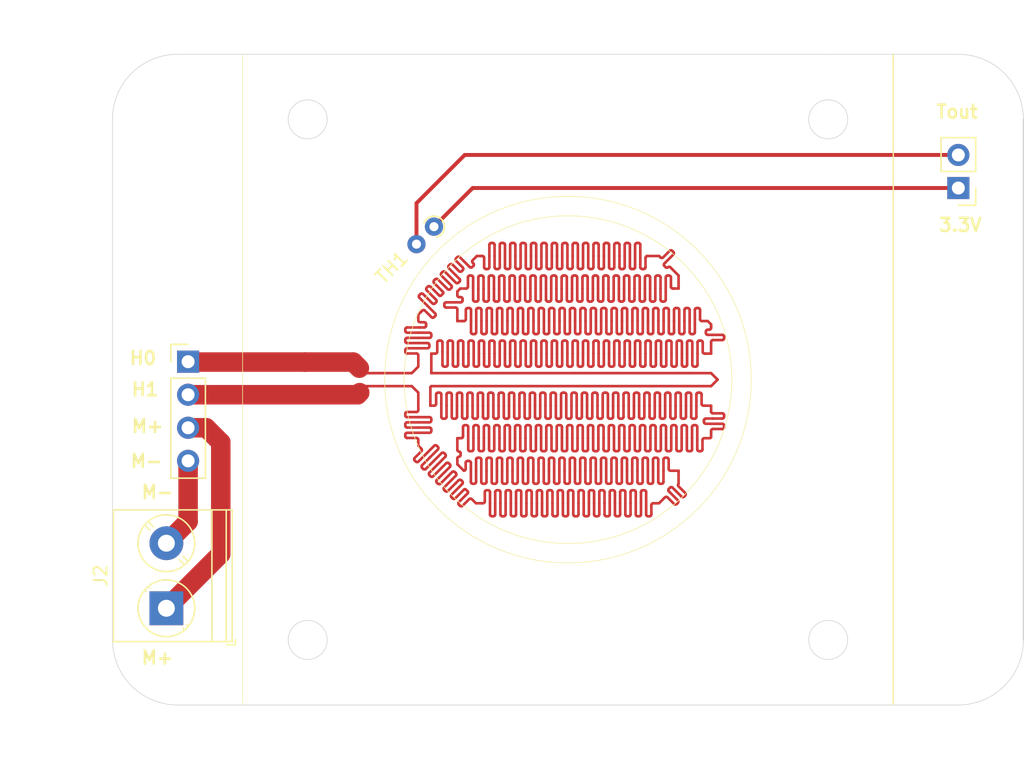
<source format=kicad_pcb>
(kicad_pcb (version 20240108) (generator "pcbnew") (generator_version "8.0")
  (layers (0 "F.Cu" signal) (31 "B.Cu" signal) (34 "B.Paste" user) (35 "F.Paste" user) (36 "B.SilkS" user "B.Silkscreen") (37 "F.SilkS" user "F.Silkscreen") (38 "B.Mask" user) (39 "F.Mask" user) (44 "Edge.Cuts" user))
  (net 0 "")
  (net 1 "/resistance")
  (net 2 "/MOT_POS")
  (net 3 "/MOT_NEG")
  (net 4 "/Tout")
  (net 5 "+3.3V")
  (footprint "Resistor_THT:R_Axial_DIN0204_L3.6mm_D1.6mm_P1.90mm_Vertical" (layer "F.Cu") (at 149.703503 73.246497 -135)
    (property "Reference" "TH1")
    (property "Value" "10K" (hide yes))
  )
  (footprint "Connector_PinHeader_2.54mm:PinHeader_1x04_P2.54mm_Vertical" (layer "F.Cu") (at 130.81 83.62)
    (property "Reference" "J1" (hide yes))
    (property "Value" "Conn_01x04_Pin" (hide yes))
  )
  (footprint "TerminalBlock_Phoenix:TerminalBlock_Phoenix_PT-1,5-2-5.0-H_1x02_P5.00mm_Horizontal" (layer "F.Cu") (at 129.14 102.57 90)
    (property "Reference" "J2")
    (property "Value" "Screw_Terminal_01x02" (hide yes))
  )
  (footprint "Connector_PinHeader_2.54mm:PinHeader_1x02_P2.54mm_Vertical" (layer "F.Cu") (at 190 70.275 180)
    (property "Reference" "J3" (hide yes))
    (property "Value" "Conn_01x02_Pin" (hide yes))
  )
  (gr_line (start 145.5 84.5) (end 144 84.5) (stroke (width 0.2)) (layer "F.Cu") (net 1))
  (gr_circle (center 160 85) (end 174.080127 85) (stroke (width 0.05)) (fill none) (layer "F.SilkS"))
  (gr_line (start 185 110) (end 185 60) (stroke (width 0.1)) (layer "F.SilkS"))
  (gr_circle (center 160 85) (end 172.589678 85) (stroke (width 0.05)) (fill none) (layer "F.SilkS"))
  (gr_line (start 135 60) (end 135 110) (stroke (width 0.05)) (layer "F.SilkS"))
  (gr_arc (start 125 65) (mid 126.464466 61.464466) (end 130 60) (stroke (width 0.05)) (layer "Edge.Cuts"))
  (gr_line (start 195 65) (end 195 105) (stroke (width 0.1)) (layer "Edge.Cuts"))
  (gr_circle (center 180 65) (end 181.5 65) (stroke (width 0.05)) (fill none) (layer "Edge.Cuts"))
  (gr_circle (center 140 105) (end 141.5 105) (stroke (width 0.05)) (fill none) (layer "Edge.Cuts"))
  (gr_line (start 190 60) (end 185 60) (stroke (width 0.05)) (layer "Edge.Cuts"))
  (gr_arc (start 190 60) (mid 193.535534 61.464466) (end 195 65) (stroke (width 0.05)) (layer "Edge.Cuts"))
  (gr_arc (start 195 105) (mid 193.535534 108.535534) (end 190 110) (stroke (width 0.05)) (layer "Edge.Cuts"))
  (gr_arc (start 130 110) (mid 126.464466 108.535534) (end 125 105) (stroke (width 0.05)) (layer "Edge.Cuts"))
  (gr_line (start 125 65) (end 125 105) (stroke (width 0.05)) (layer "Edge.Cuts"))
  (gr_line (start 180 60) (end 135 60) (stroke (width 0.05)) (layer "Edge.Cuts"))
  (gr_circle (center 140 65) (end 141.5 65) (stroke (width 0.05)) (fill none) (layer "Edge.Cuts"))
  (gr_circle (center 180 105) (end 181.5 105) (stroke (width 0.05)) (fill none) (layer "Edge.Cuts"))
  (gr_line (start 180 110) (end 135 110) (stroke (width 0.05)) (layer "Edge.Cuts"))
  (gr_line (start 130 110) (end 135 110) (stroke (width 0.05)) (layer "Edge.Cuts"))
  (gr_line (start 185 60) (end 180 60) (stroke (width 0.05)) (layer "Edge.Cuts"))
  (gr_line (start 135 60) (end 130 60) (stroke (width 0.05)) (layer "Edge.Cuts"))
  (gr_line (start 190 110) (end 180 110) (stroke (width 0.05)) (layer "Edge.Cuts"))
  (gr_text "H0" (at 126.21 83.93 0) (layer "F.SilkS") (effects (font (size 1 1) (thickness 0.2) (bold yes)) (justify left bottom)))
  (gr_text "H1" (at 126.37 86.34 0) (layer "F.SilkS") (effects (font (size 1 1) (thickness 0.2) (bold yes)) (justify left bottom)))
  (gr_text "Tout" (at 188.2 65 0) (layer "F.SilkS") (effects (font (size 1 1) (thickness 0.2) (bold yes)) (justify left bottom)))
  (gr_text "3.3V" (at 188.4 73.7 0) (layer "F.SilkS") (effects (font (size 1 1) (thickness 0.2) (bold yes)) (justify left bottom)))
  (gr_text "M+" (at 127.13 106.95 0) (layer "F.SilkS") (effects (font (size 1 1) (thickness 0.2) (bold yes)) (justify left bottom)))
  (gr_text "M-" (at 126.29 91.84 0) (layer "F.SilkS") (effects (font (size 1 1) (thickness 0.2) (bold yes)) (justify left bottom)))
  (gr_text "M-" (at 127.13 94.23 0) (layer "F.SilkS") (effects (font (size 1 1) (thickness 0.2) (bold yes)) (justify left bottom)))
  (gr_text "M+" (at 126.37 89.15 0) (layer "F.SilkS") (effects (font (size 1 1) (thickness 0.2) (bold yes)) (justify left bottom)))
  (segment (start 157.956259 83.86) (end 157.956259 83) (width 0.2) (layer "F.Cu") (net 1))
  (segment (start 157.82 76.5) (end 157.7 76.5) (width 0.2) (layer "F.Cu") (net 1))
  (segment (start 150.756259 83.86) (end 150.756259 83) (width 0.2) (layer "F.Cu") (net 1))
  (segment (start 159.513687 78.86) (end 159.513687 78) (width 0.2) (layer "F.Cu") (net 1))
  (segment (start 160.950983 80.5) (end 160.950983 81.36) (width 0.2) (layer "F.Cu") (net 1))
  (segment (start 160.670001 95.5) (end 160.550001 95.5) (width 0.2) (layer "F.Cu") (net 1))
  (segment (start 161.210001 94.5) (end 161.210001 93.64) (width 0.2) (layer "F.Cu") (net 1))
  (segment (start 153.350001 94.5) (end 152.926758 94.5) (width 0.2) (layer "F.Cu") (net 1))
  (segment (start 154.270001 95.5) (end 154.150001 95.5) (width 0.2) (layer "F.Cu") (net 1))
  (segment (start 154.336758 88.64) (end 154.336758 89.5) (width 0.2) (layer "F.Cu") (net 1))
  (segment (start 166.410001 94.64) (end 166.410001 95.36) (width 0.2) (layer "F.Cu") (net 1))
  (segment (start 170.196758 90.5) (end 170.076758 90.5) (width 0.2) (layer "F.Cu") (net 1))
  (segment (start 159.156259 83) (end 159.156259 83.86) (width 0.2) (layer "F.Cu") (net 1))
  (segment (start 163.469907 87.86) (end 163.469907 87) (width 0.2) (layer "F.Cu") (net 1))
  (segment (start 151.618609 94.408074) (end 152.127726 93.898958) (width 0.2) (layer "F.Cu") (net 1))
  (segment (start 151.956259 82.14) (end 151.956259 83) (width 0.2) (layer "F.Cu") (net 1))
  (segment (start 156.76 75.5) (end 156.76 74.64) (width 0.2) (layer "F.Cu") (net 1))
  (segment (start 157.750983 80.5) (end 157.750983 81.36) (width 0.2) (layer "F.Cu") (net 1))
  (segment (start 155.653687 77) (end 155.773687 77) (width 0.2) (layer "F.Cu") (net 1))
  (segment (start 163.02 74.5) (end 162.9 74.5) (width 0.2) (layer "F.Cu") (net 1))
  (segment (start 147.64 88.283242) (end 148.5 88.283242) (width 0.2) (layer "F.Cu") (net 1))
  (segment (start 162.550983 80.5) (end 162.550983 81.36) (width 0.2) (layer "F.Cu") (net 1))
  (segment (start 165.210983 79.5) (end 165.090983 79.5) (width 0.2) (layer "F.Cu") (net 1))
  (segment (start 162.54 92.86) (end 162.54 92) (width 0.2) (layer "F.Cu") (net 1))
  (segment (start 155.536758 89.5) (end 155.536758 88.64) (width 0.2) (layer "F.Cu") (net 1))
  (segment (start 161.350983 80.5) (end 161.350983 79.64) (width 0.2) (layer "F.Cu") (net 1))
  (segment (start 156.269907 87) (end 156.269907 86.14) (width 0.2) (layer "F.Cu") (net 1))
  (segment (start 166.150983 80.5) (end 166.150983 79.64) (width 0.2) (layer "F.Cu") (net 1))
  (segment (start 159.070001 95.5) (end 158.950001 95.5) (width 0.2) (layer "F.Cu") (net 1))
  (segment (start 158.270001 95.5) (end 158.150001 95.5) (width 0.2) (layer "F.Cu") (net 1))
  (segment (start 166.94 92) (end 166.94 92.86) (width 0.2) (layer "F.Cu") (net 1))
  (segment (start 163.750983 80.5) (end 163.750983 79.64) (width 0.2) (layer "F.Cu") (net 1))
  (segment (start 151.102414 92.095829) (end 150.8125 92.385742) (width 0.2) (layer "F.Cu") (net 1))
  (segment (start 158.68 91) (end 158.8 91) (width 0.2) (layer "F.Cu") (net 1))
  (segment (start 156.54 92) (end 156.54 92.86) (width 0.2) (layer "F.Cu") (net 1))
  (segment (start 166.756259 83) (end 166.756259 82.14) (width 0.2) (layer "F.Cu") (net 1))
  (segment (start 169.869907 87) (end 169.869907 86.14) (width 0.2) (layer "F.Cu") (net 1))
  (segment (start 167.835316 93.66468) (end 168.44343 94.272794) (width 0.2) (layer "F.Cu") (net 1))
  (segment (start 165.070001 93.5) (end 164.950001 93.5) (width 0.2) (layer "F.Cu") (net 1))
  (segment (start 165.069907 87) (end 165.069907 86.14) (width 0.2) (layer "F.Cu") (net 1))
  (segment (start 160.009907 88) (end 160.129907 88) (width 0.2) (layer "F.Cu") (net 1))
  (segment (start 162.669907 87) (end 162.669907 86.14) (width 0.2) (layer "F.Cu") (net 1))
  (segment (start 158.996758 90.5) (end 158.876758 90.5) (width 0.2) (layer "F.Cu") (net 1))
  (segment (start 156.22 76.5) (end 156.1 76.5) (width 0.2) (layer "F.Cu") (net 1))
  (segment (start 154.669907 87.86) (end 154.669907 87) (width 0.2) (layer "F.Cu") (net 1))
  (segment (start 158.713687 78) (end 158.713687 77.14) (width 0.2) (layer "F.Cu") (net 1))
  (segment (start 166.809907 86) (end 166.929907 86) (width 0.2) (layer "F.Cu") (net 1))
  (segment (start 162.68 91) (end 162.8 91) (width 0.2) (layer "F.Cu") (net 1))
  (segment (start 130.84 83.65) (end 130.81 83.62) (width 1.5) (layer "F.Cu") (net 1))
  (segment (start 163.869907 87) (end 163.869907 87.86) (width 0.2) (layer "F.Cu") (net 1))
  (segment (start 169.936758 90.36) (end 169.936758 89.64) (width 0.2) (layer "F.Cu") (net 1))
  (segment (start 152.54 91.39) (end 152.54 91.86) (width 0.2) (layer "F.Cu") (net 1))
  (segment (start 162.010001 95.36) (end 162.010001 94.5) (width 0.2) (layer "F.Cu") (net 1))
  (segment (start 156.54 91.14) (end 156.54 92) (width 0.2) (layer "F.Cu") (net 1))
  (segment (start 154.150983 80.5) (end 154.150983 79.64) (width 0.2) (layer "F.Cu") (net 1))
  (segment (start 155.156259 82.14) (end 155.156259 83) (width 0.2) (layer "F.Cu") (net 1))
  (segment (start 150.289236 90.646255) (end 149.681124 91.254366) (width 0.2) (layer "F.Cu") (net 1))
  (segment (start 168.810983 81.5) (end 168.690983 81.5) (width 0.2) (layer "F.Cu") (net 1))
  (segment (start 162.270001 95.5) (end 162.150001 95.5) (width 0.2) (layer "F.Cu") (net 1))
  (segment (start 164.096259 84) (end 164.216259 84) (width 0.2) (layer "F.Cu") (net 1))
  (segment (start 156.150983 80.5) (end 156.150983 81.36) (width 0.2) (layer "F.Cu") (net 1))
  (segment (start 166.313687 78) (end 166.313687 78.86) (width 0.2) (layer "F.Cu") (net 1))
  (segment (start 151.352438 76.949569) (end 151.670638 77.26777) (width 0.2) (layer "F.Cu") (net 1))
  (segment (start 157.869907 87.86) (end 157.869907 87) (width 0.2) (layer "F.Cu") (net 1))
  (segment (start 164.410983 79.5) (end 164.290983 79.5) (width 0.2) (layer "F.Cu") (net 1))
  (segment (start 143.5 83.65) (end 143.97 84.12) (width 1.5) (layer "F.Cu") (net 1))
  (segment (start 166.409907 88) (end 166.529907 88) (width 0.2) (layer "F.Cu") (net 1))
  (segment (start 158.810001 94.5) (end 158.810001 93.64) (width 0.2) (layer "F.Cu") (net 1))
  (segment (start 171 89.05) (end 171 89.426758) (width 0.2) (layer "F.Cu") (net 1))
  (segment (start 159.556259 83.86) (end 159.556259 83) (width 0.2) (layer "F.Cu") (net 1))
  (segment (start 153.536758 89.5) (end 153.536758 90.36) (width 0.2) (layer "F.Cu") (net 1))
  (segment (start 150.409907 88) (end 150.529907 88) (width 0.2) (layer "F.Cu") (net 1))
  (segment (start 159.936758 89.5) (end 159.936758 90.36) (width 0.2) (layer "F.Cu") (net 1))
  (segment (start 148.5 83.533785) (end 148.5 84) (width 0.2) (layer "F.Cu") (net 1))
  (segment (start 158.76 75.5) (end 158.76 76.36) (width 0.2) (layer "F.Cu") (net 1))
  (segment (start 162.756259 83) (end 162.756259 82.14) (width 0.2) (layer "F.Cu") (net 1))
  (segment (start 161.113687 78) (end 161.113687 77.14) (width 0.2) (layer "F.Cu") (net 1))
  (segment (start 161.610001 93.64) (end 161.610001 94.5) (width 0.2) (layer "F.Cu") (net 1))
  (segment (start 157.536758 89.5) (end 157.536758 90.36) (width 0.2) (layer "F.Cu") (net 1))
  (segment (start 158.76 74.64) (end 158.76 75.5) (width 0.2) (layer "F.Cu") (net 1))
  (segment (start 155.936758 89.5) (end 155.936758 90.36) (width 0.2) (layer "F.Cu") (net 1))
  (segment (start 149.35 82.33) (end 149.35 82.45) (width 0.2) (layer "F.Cu") (net 1))
  (segment (start 156.810983 81.5) (end 156.690983 81.5) (width 0.2) (layer "F.Cu") (net 1))
  (segment (start 148.5 84) (end 148 84.5) (width 0.2) (layer "F.Cu") (net 1))
  (segment (start 162.76 74.64) (end 162.76 75.5) (width 0.2) (layer "F.Cu") (net 1))
  (segment (start 168.173687 78) (end 168.5 78) (width 0.2) (layer "F.Cu") (net 1))
  (segment (start 153.136758 89.5) (end 153.136758 88.64) (width 0.2) (layer "F.Cu") (net 1))
  (segment (start 163.609907 86) (end 163.729907 86) (width 0.2) (layer "F.Cu") (net 1))
  (segment (start 153.210983 79.5) (end 153.090983 79.5) (width 0.2) (layer "F.Cu") (net 1))
  (segment (start 159.796758 90.5) (end 159.676758 90.5) (width 0.2) (layer "F.Cu") (net 1))
  (segment (start 154.356259 82.14) (end 154.356259 83) (width 0.2) (layer "F.Cu") (net 1))
  (segment (start 164.950983 80.5) (end 164.950983 81.36) (width 0.2) (layer "F.Cu") (net 1))
  (segment (start 156.410983 79.5) (end 156.290983 79.5) (width 0.2) (layer "F.Cu") (net 1))
  (segment (start 152.669907 87) (end 152.669907 87.86) (width 0.2) (layer "F.Cu") (net 1))
  (segment (start 158.009907 86) (end 158.129907 86) (width 0.2) (layer "F.Cu") (net 1))
  (segment (start 164.809907 88) (end 164.929907 88) (width 0.2) (layer "F.Cu") (net 1))
  (segment (start 164.28 91) (end 164.4 91) (width 0.2) (layer "F.Cu") (net 1))
  (segment (start 155.16 75.5) (end 155.16 74.64) (width 0.2) (layer "F.Cu") (net 1))
  (segment (start 165.42 74.5) (end 165.3 74.5) (width 0.2) (layer "F.Cu") (net 1))
  (segment (start 156.713687 77.14) (end 156.713687 78) (width 0.2) (layer "F.Cu") (net 1))
  (segment (start 158.950983 81.36) (end 158.950983 80.5) (width 0.2) (layer "F.Cu") (net 1))
  (segment (start 165.396758 90.5) (end 165.276758 90.5) (width 0.2) (layer "F.Cu") (net 1))
  (segment (start 149.711948 77.571827) (end 150.320059 78.179938) (width 0.2) (layer "F.Cu") (net 1))
  (segment (start 159.750983 81.36) (end 159.750983 80.5) (width 0.2) (layer "F.Cu") (net 1))
  (segment (start 152.550983 81.36) (end 152.550983 80.5) (width 0.2) (layer "F.Cu") (net 1))
  (segment (start 155.470001 93.5) (end 155.350001 93.5) (width 0.2) (layer "F.Cu") (net 1))
  (segment (start 158.22 74.5) (end 158.1 74.5) (width 0.2) (layer "F.Cu") (net 1))
  (segment (start 163.296259 84) (end 163.416259 84) (width 0.2) (layer "F.Cu") (net 1))
  (segment (start 153.956259 83) (end 153.956259 82.14) (width 0.2) (layer "F.Cu") (net 1))
  (segment (start 160.736758 88.64) (end 160.736758 89.5) (width 0.2) (layer "F.Cu") (net 1))
  (segment (start 160.270001 93.5) (end 160.150001 93.5) (width 0.2) (layer "F.Cu") (net 1))
  (segment (start 163.956259 82.14) (end 163.956259 83) (width 0.2) (layer "F.Cu") (net 1))
  (segment (start 154.809907 86) (end 154.929907 86) (width 0.2) (layer "F.Cu") (net 1))
  (segment (start 163.536758 89.5) (end 163.536758 88.64) (width 0.2) (layer "F.Cu") (net 1))
  (segment (start 160.053687 79) (end 160.173687 79) (width 0.2) (layer "F.Cu") (net 1))
  (segment (start 166.053687 77) (end 166.173687 77) (width 0.2) (layer "F.Cu") (net 1))
  (segment (start 166.950983 81.36) (end 166.950983 80.5) (width 0.2) (layer "F.Cu") (net 1))
  (segment (start 168.950983 79.64) (end 168.950983 80.5) (width 0.2) (layer "F.Cu") (net 1))
  (segment (start 159.610001 95.36) (end 159.610001 94.5) (width 0.2) (layer "F.Cu") (net 1))
  (segment (start 163.556259 83.86) (end 163.556259 83) (width 0.2) (layer "F.Cu") (net 1))
  (segment (start 155.210001 94.5) (end 155.210001 95.36) (width 0.2) (layer "F.Cu") (net 1))
  (segment (start 165.913687 78.86) (end 165.913687 78) (width 0.2) (layer "F.Cu") (net 1))
  (segment (start 153.069907 87) (end 153.069907 86.14) (width 0.2) (layer "F.Cu") (net 1))
  (segment (start 161.556259 82.14) (end 161.556259 83) (width 0.2) (layer "F.Cu") (net 1))
  (segment (start 151.36 79.46) (end 150.64 79.46) (width 0.2) (layer "F.Cu") (net 1))
  (segment (start 160.409907 86) (end 160.529907 86) (width 0.2) (layer "F.Cu") (net 1))
  (segment (start 162.36 76.36) (end 162.36 75.5) (width 0.2) (layer "F.Cu") (net 1))
  (segment (start 167.936758 88.64) (end 167.936758 89.5) (width 0.2) (layer "F.Cu") (net 1))
  (segment (start 164.62 74.5) (end 164.5 74.5) (width 0.2) (layer "F.Cu") (net 1))
  (segment (start 153.750983 80.5) (end 153.750983 81.36) (width 0.2) (layer "F.Cu") (net 1))
  (segment (start 161.609907 88) (end 161.729907 88) (width 0.2) (layer "F.Cu") (net 1))
  (segment (start 156.496259 82) (end 156.616259 82) (width 0.2) (layer "F.Cu") (net 1))
  (segment (start 153.609907 88) (end 153.729907 88) (width 0.2) (layer "F.Cu") (net 1))
  (segment (start 160.810001 93.64) (end 160.810001 94.5) (width 0.2) (layer "F.Cu") (net 1))
  (segment (start 158.356259 83) (end 158.356259 83.86) (width 0.2) (layer "F.Cu") (net 1))
  (segment (start 168.409907 86) (end 168.529907 86) (width 0.2) (layer "F.Cu") (net 1))
  (segment (start 156.950983 79.64) (end 156.950983 80.5) (width 0.2) (layer "F.Cu") (net 1))
  (segment (start 158.94 91.14) (end 158.94 92) (width 0.2) (layer "F.Cu") (net 1))
  (segment (start 166.356259 82.14) (end 166.356259 83) (width 0.2) (layer "F.Cu") (net 1))
  (segment (start 166.14 91.14) (end 166.14 92) (width 0.2) (layer "F.Cu") (net 1))
  (segment (start 154.713687 78) (end 154.713687 77.14) (width 0.2) (layer "F.Cu") (net 1))
  (segment (start 157.210001 95.36) (end 157.210001 94.5) (width 0.2) (layer "F.Cu") (net 1))
  (segment (start 171.86 87.99) (end 171.14 87.99) (width 0.2) (layer "F.Cu") (net 1))
  (segment (start 167.817638 75.101415) (end 167.308521 75.610531) (width 0.2) (layer "F.Cu") (net 1))
  (segment (start 153.82 76.5) (end 153.7 76.5) (width 0.2) (layer "F.Cu") (net 1))
  (segment (start 163.113687 77.14) (end 163.113687 78) (width 0.2) (layer "F.Cu") (net 1))
  (segment (start 163.56 75.5) (end 163.56 76.36) (width 0.2) (layer "F.Cu") (net 1))
  (segment (start 163.88 93) (end 164 93) (width 0.2) (layer "F.Cu") (net 1))
  (segment (start 163.069907 87) (end 163.069907 87.86) (width 0.2) (layer "F.Cu") (net 1))
  (segment (start 161.16 74.64) (end 161.16 75.5) (width 0.2) (layer "F.Cu") (net 1))
  (segment (start 159.96 76.36) (end 159.96 75.5) (width 0.2) (layer "F.Cu") (net 1))
  (segment (start 156.94 92.86) (end 156.94 92) (width 0.2) (layer "F.Cu") (net 1))
  (segment (start 160.950983 79.64) (end 160.950983 80.5) (width 0.2) (layer "F.Cu") (net 1))
  (segment (start 159.556259 83) (end 159.556259 82.14) (width 0.2) (layer "F.Cu") (net 1))
  (segment (start 155.750983 81.36) (end 155.750983 80.5) (width 0.2) (layer "F.Cu") (net 1))
  (segment (start 151.796758 89.5) (end 151.676758 89.5) (width 0.2) (layer "F.Cu") (net 1))
  (segment (start 159.396758 88.5) (end 159.276758 88.5) (width 0.2) (layer "F.Cu") (net 1))
  (segment (start 163.610001 94.5) (end 163.610001 93.64) (width 0.2) (layer "F.Cu") (net 1))
  (segment (start 167.069907 87) (end 167.069907 87.86) (width 0.2) (layer "F.Cu") (net 1))
  (segment (start 150.529656 92.102898) (end 150.925635 91.706918) (width 0.2) (layer "F.Cu") (net 1))
  (segment (start 150.756259 83) (end 150.756259 82.14) (width 0.2) (layer "F.Cu") (net 1))
  (segment (start 154.810001 95.36) (end 154.810001 94.5) (width 0.2) (layer "F.Cu") (net 1))
  (segment (start 164.009907 88) (end 164.129907 88) (width 0.2) (layer "F.Cu") (net 1))
  (segment (start 151.76 78.66) (end 151.64 78.66) (width 0.2) (layer "F.Cu") (net 1))
  (segment (start 168.217158 93.480835) (end 168.029772 93.29345) (width 0.2) (layer "F.Cu") (net 1))
  (segment (start 168.44343 94.470784) (end 168.358577 94.555638) (width 0.2) (layer "F.Cu") (net 1))
  (segment (start 170.096259 82) (end 170.216259 82) (width 0.2) (layer "F.Cu") (net 1))
  (segment (start 168.269907 87.86) (end 168.269907 87) (width 0.2) (layer "F.Cu") (net 1))
  (segment (start 164.94 92) (end 164.94 91.14) (width 0.2) (layer "F.Cu") (net 1))
  (segment (start 159.113687 78) (end 159.113687 78.86) (width 0.2) (layer "F.Cu") (net 1))
  (segment (start 166.010001 94.64) (end 166.010001 93.64) (width 0.2) (layer "F.Cu") (net 1))
  (segment (start 153.913687 78) (end 153.913687 77.14) (width 0.2) (layer "F.Cu") (net 1))
  (segment (start 149.426758 85.573242) (end 149.5 85.5) (width 0.2) (layer "F.Cu") (net 1))
  (segment (start 153.396758 90.5) (end 153.276758 90.5) (width 0.2) (layer "F.Cu") (net 1))
  (segment (start 160.756259 83) (end 160.756259 83.86) (width 0.2) (layer "F.Cu") (net 1))
  (segment (start 158.94 92) (end 158.94 92.86) (width 0.2) (layer "F.Cu") (net 1))
  (segment (start 157.210983 79.5) (end 157.090983 79.5) (width 0.2) (layer "F.Cu") (net 1))
  (segment (start 167.34 92) (end 167.34 91.14) (width 0.2) (layer "F.Cu") (net 1))
  (segment (start 169.469907 87) (end 169.469907 87.86) (width 0.2) (layer "F.Cu") (net 1))
  (segment (start 154.550983 80.5) (end 154.550983 81.36) (width 0.2) (layer "F.Cu") (net 1))
  (segment (start 150.390771 78.392073) (end 150.249349 78.533496) (width 0.2) (layer "F.Cu") (net 1))
  (segment (start 162.950983 81.36) (end 162.950983 80.5) (width 0.2) (layer "F.Cu") (net 1))
  (segment (start 154.76 74.64) (end 154.76 75.5) (width 0.2) (layer "F.Cu") (net 1))
  (segment (start 149.921544 92.711009) (end 150.529656 92.102898) (width 0.2) (layer "F.Cu") (net 1))
  (segment (start 151.661032 93.234274) (end 151.880235 93.01507) (width 0.2) (layer "F.Cu") (net 1))
  (segment (start 161.869907 87) (end 161.869907 86.14) (width 0.2) (layer "F.Cu") (net 1))
  (segment (start 158.336758 89.5) (end 158.336758 90.36) (width 0.2) (layer "F.Cu") (net 1))
  (segment (start 165.56 76.36) (end 165.56 75.64) (width 0.2) (layer "F.Cu") (net 1))
  (segment (start 162.713687 78.86) (end 162.713687 78) (width 0.2) (layer "F.Cu") (net 1))
  (segment (start 155.869907 87) (end 155.869907 87.86) (width 0.2) (layer "F.Cu") (net 1))
  (segment (start 157.74 92) (end 157.74 91.14) (width 0.2) (layer "F.Cu") (net 1))
  (segment (start 163.74 92) (end 163.74 92.86) (width 0.2) (layer "F.Cu") (net 1))
  (segment (start 167.556259 83) (end 167.556259 82.14) (width 0.2) (layer "F.Cu") (net 1))
  (segment (start 163.513687 78) (end 163.513687 77.14) (width 0.2) (layer "F.Cu") (net 1))
  (segment (start 165.469907 86.14) (end 165.469907 87) (width 0.2) (layer "F.Cu") (net 1))
  (segment (start 151.36 79.06) (end 151.76 79.06) (width 0.2) (layer "F.Cu") (net 1))
  (segment (start 164.76 75.5) (end 164.76 74.64) (width 0.2) (layer "F.Cu") (net 1))
  (segment (start 157.08 91) (end 157.2 91) (width 0.2) (layer "F.Cu") (net 1))
  (segment (start 169.069907 87.86) (end 169.069907 87) (width 0.2) (layer "F.Cu") (net 1))
  (segment (start 162.269907 86.14) (end 162.269907 87) (width 0.2) (layer "F.Cu") (net 1))
  (segment (start 164.756259 82.14) (end 164.756259 83) (width 0.2) (layer "F.Cu") (net 1))
  (segment (start 154.810983 79.5) (end 154.690983 79.5) (width 0.2) (layer "F.Cu") (net 1))
  (segment (start 169.350983 81.36) (end 169.350983 80.5) (width 0.2) (layer "F.Cu") (net 1))
  (segment (start 159.750983 80.5) (end 159.750983 79.64) (width 0.2) (layer "F.Cu") (net 1))
  (segment (start 149.867511 79.056754) (end 149.78266 79.141606) (width 0.2) (layer "F.Cu") (net 1))
  (segment (start 154.853687 77) (end 154.973687 77) (width 0.2) (layer "F.Cu") (net 1))
  (segment (start 160.36 75.5) (end 160.36 76.36) (width 0.2) (layer "F.Cu") (net 1))
  (segment (start 161.513687 77.14) (end 161.513687 78) (width 0.2) (layer "F.Cu") (net 1))
  (segment (start 153.113687 78) (end 153.113687 77.14) (width 0.2) (layer "F.Cu") (net 1))
  (segment (start 155.913687 77.14) (end 155.913687 78) (width 0.2) (layer "F.Cu") (net 1))
  (segment (start 154.896259 82) (end 155.016259 82) (width 0.2) (layer "F.Cu") (net 1))
  (segment (start 165.08 91) (end 165.2 91) (width 0.2) (layer "F.Cu") (net 1))
  (segment (start 160.410983 79.5) (end 160.290983 79.5) (width 0.2) (layer "F.Cu") (net 1))
  (segment (start 165.113687 78) (end 165.113687 77.14) (width 0.2) (layer "F.Cu") (net 1))
  (segment (start 152.127726 93.898958) (end 152.297431 93.729252) (width 0.2) (layer "F.Cu") (net 1))
  (segment (start 155.34 92.86) (end 155.34 92) (width 0.2) (layer "F.Cu") (net 1))
  (segment (start 166.669907 87.86) (end 166.669907 87) (width 0.2) (layer "F.Cu") (net 1))
  (segment (start 154.010001 95.36) (end 154.010001 94.5) (width 0.2) (layer "F.Cu") (net 1))
  (segment (start 162.950983 80.5) (end 162.950983 79.64) (width 0.2) (layer "F.Cu") (net 1))
  (segment (start 139.79 83.65) (end 130.84 83.65) (width 1.5) (layer "F.Cu") (net 1))
  (segment (start 158.053687 77) (end 158.173687 77) (width 0.2) (layer "F.Cu") (net 1))
  (segment (start 155.48 91) (end 155.6 91) (width 0.2) (layer "F.Cu") (net 1))
  (segment (start 148.66543 78.420356) (end 148.580577 78.505208) (width 0.2) (layer "F.Cu") (net 1))
  (segment (start 161.956259 83) (end 161.956259 82.14) (width 0.2) (layer "F.Cu") (net 1))
  (segment (start 152.150983 79.64) (end 152.150983 80.36) (width 0.2) (layer "F.Cu") (net 1))
  (segment (start 160.76 76.36) (end 160.76 75.5) (width 0.2) (layer "F.Cu") (net 1))
  (segment (start 159.96 75.5) (end 159.96 74.64) (width 0.2) (layer "F.Cu") (net 1))
  (segment (start 149.188688 79.311309) (end 149.796801 79.919423) (width 0.2) (layer "F.Cu") (net 1))
  (segment (start 156.150983 79.64) (end 156.150983 80.5) (width 0.2) (layer "F.Cu") (net 1))
  (segment (start 159.513687 78) (end 159.513687 77.14) (width 0.2) (layer "F.Cu") (net 1))
  (segment (start 159.56 75.5) (end 159.56 76.36) (width 0.2) (layer "F.Cu") (net 1))
  (segment (start 156.550983 81.36) (end 156.550983 80.5) (width 0.2) (layer "F.Cu") (net 1))
  (segment (start 163.796758 90.5) (end 163.676758 90.5) (width 0.2) (layer "F.Cu") (net 1))
  (segment (start 159.16 76.36) (end 159.16 75.5) (width 0.2) (layer "F.Cu") (net 1))
  (segment (start 165.556259 82.14) (end 165.556259 83) (width 0.2) (layer "F.Cu") (net 1))
  (segment (start 152.496259 82) (end 152.616259 82) (width 0.2) (layer "F.Cu") (net 1))
  (segment (start 164.94 92.86) (end 164.94 92) (width 0.2) (layer "F.Cu") (net 1))
  (segment (start 152.896259 84) (end 153.016259 84) (width 0.2) (layer "F.Cu") (net 1))
  (segment (start 168.336758 89.5) (end 168.336758 88.64) (width 0.2) (layer "F.Cu") (net 1))
  (segment (start 158.756259 83) (end 158.756259 82.14) (width 0.2) (layer "F.Cu") (net 1))
  (segment (start 161.42 74.5) (end 161.3 74.5) (width 0.2) (layer "F.Cu") (net 1))
  (segment (start 172 87.73) (end 172 87.85) (width 0.2) (layer "F.Cu") (net 1))
  (segment (start 155.610001 95.36) (end 155.610001 94.5) (width 0.2) (layer "F.Cu") (net 1))
  (segment (start 160.550983 80.5) (end 160.550983 79.64) (width 0.2) (layer "F.Cu") (net 1))
  (segment (start 163.696259 82) (end 163.816259 82) (width 0.2) (layer "F.Cu") (net 1))
  (segment (start 165.696259 84) (end 165.816259 84) (width 0.2) (layer "F.Cu") (net 1))
  (segment (start 154.756259 83) (end 154.756259 82.14) (width 0.2) (layer "F.Cu") (net 1))
  (segment (start 165.253687 77) (end 165.373687 77) (width 0.2) (layer "F.Cu") (net 1))
  (segment (start 151.609907 86) (end 151.729907 86) (width 0.2) (layer "F.Cu") (net 1))
  (segment (start 168.550983 80.5) (end 168.550983 79.64) (width 0.2) (layer "F.Cu") (net 1))
  (segment (start 158.736758 89.5) (end 158.736758 88.64) (width 0.2) (layer "F.Cu") (net 1))
  (segment (start 157.610001 93.64) (end 157.610001 94.5) (width 0.2) (layer "F.Cu") (net 1))
  (segment (start 167.74 91.14) (end 167.74 91.86) (width 0.2) (layer "F.Cu") (net 1))
  (segment (start 155.210983 81.5) (end 155.090983 81.5) (width 0.2) (layer "F.Cu") (net 1))
  (segment (start 166.336758 88.64) (end 166.336758 89.5) (width 0.2) (layer "F.Cu") (net 1))
  (segment (start 170.926758 89.5) (end 170.476758 89.5) (width 0.2) (layer "F.Cu") (net 1))
  (segment (start 162.596758 88.5) (end 162.476758 88.5) (width 0.2) (layer "F.Cu") (net 1))
  (segment (start 158.54 92) (end 158.54 91.14) (width 0.2) (layer "F.Cu") (net 1))
  (segment (start 161.869907 87.86) (end 161.869907 87) (width 0.2) (layer "F.Cu") (net 1))
  (segment (start 156.313687 78) (end 156.313687 77.14) (width 0.2) (layer "F.Cu") (net 1))
  (segment (start 157.513687 77.14) (end 157.513687 78) (width 0.2) (layer "F.Cu") (net 1))
  (segment (start 171.86 81.56) (end 171.14 81.56) (width 0.2) (layer "F.Cu") (net 1))
  (segment (start 168.410983 79.5) (end 168.290983 79.5) (width 0.2) (layer "F.Cu") (net 1))
  (segment (start 156.76 76.36) (end 156.76 75.5) (width 0.2) (layer "F.Cu") (net 1))
  (segment (start 156.010001 94.5) (end 156.010001 95.36) (width 0.2) (layer "F.Cu") (net 1))
  (segment (start 163.536758 90.36) (end 163.536758 89.5) (width 0.2) (layer "F.Cu") (net 1))
  (segment (start 164.896259 84) (end 165.016259 84) (width 0.2) (layer "F.Cu") (net 1))
  (segment (start 165.136758 90.36) (end 165.136758 89.5) (width 0.2) (layer "F.Cu") (net 1))
  (segment (start 152.809907 88) (end 152.929907 88) (width 0.2) (layer "F.Cu") (net 1))
  (segment (start 153.653687 79) (end 153.773687 79) (width 0.2) (layer "F.Cu") (net 1))
  (segment (start 163.936758 89.5) (end 163.936758 90.36) (width 0.2) (layer "F.Cu") (net 1))
  (segment (start 157.156259 83.86) (end 157.156259 83) (width 0.2) (layer "F.Cu") (net 1))
  (segment (start 154.68 91) (end 154.8 91) (width 0.2) (layer "F.Cu") (net 1))
  (segment (start 162.810001 95.36) (end 162.810001 94.5) (width 0.2) (layer "F.Cu") (net 1))
  (segment (start 162.756259 83.86) (end 162.756259 83) (width 0.2) (layer "F.Cu") (net 1))
  (segment (start 152.713687 77.14) (end 152.713687 77.86) (width 0.2) (layer "F.Cu") (net 1))
  (segment (start 148.5 82.59) (end 147.64 82.59) (width 0.2) (layer "F.Cu") (net 1))
  (segment (start 153.610983 81.5) (end 153.490983 81.5) (width 0.2) (layer "F.Cu") (net 1))
  (segment (start 149.5 88.943242) (end 149.5 88.823242) (width 0.2) (layer "F.Cu") (net 1))
  (segment (start 159.536758 89.5) (end 159.536758 88.64) (width 0.2) (layer "F.Cu") (net 1))
  (segment (start 155.88 93) (end 156 93) (width 0.2) (layer "F.Cu") (net 1))
  (segment (start 166.009907 86) (end 166.129907 86) (width 0.2) (layer "F.Cu") (net 1))
  (segment (start 154.313687 78) (end 154.313687 78.86) (width 0.2) (layer "F.Cu") (net 1))
  (segment (start 157.136758 89.5) (end 157.136758 88.64) (width 0.2) (layer "F.Cu") (net 1))
  (segment (start 168.5 93.19799) (end 169.009117 93.707107) (width 0.2) (layer "F.Cu") (net 1))
  (segment (start 155.556259 83.86) (end 155.556259 83) (width 0.2) (layer "F.Cu") (net 1))
  (segment (start 157.610001 94.5) (end 157.610001 95.36) (width 0.2) (layer "F.Cu") (net 1))
  (segment (start 165.609907 88) (end 165.729907 88) (width 0.2) (layer "F.Cu") (net 1))
  (segment (start 151.069907 86.14) (end 151.069907 87) (width 0.2) (layer "F.Cu") (net 1))
  (segment (start 160.336758 90.36) (end 160.336758 89.5) (width 0.2) (layer "F.Cu") (net 1))
  (segment (start 166.14 92) (end 166.14 92.86) (width 0.2) (layer "F.Cu") (net 1))
  (segment (start 157.070001 93.5) (end 156.950001 93.5) (width 0.2) (layer "F.Cu") (net 1))
  (segment (start 151.05292 93.842385) (end 151.661032 93.234274) (width 0.2) (layer "F.Cu") (net 1))
  (segment (start 154.54 92.86) (end 154.54 92) (width 0.2) (layer "F.Cu") (net 1))
  (segment (start 161.96 74.64) (end 161.96 75.5) (width 0.2) (layer "F.Cu") (net 1))
  (segment (start 164.150983 80.5) (end 164.150983 81.36) (width 0.2) (layer "F.Cu") (net 1))
  (segment (start 171.86 88.79) (end 171.14 88.79) (width 0.2) (layer "F.Cu") (net 1))
  (segment (start 166.896259 82) (end 167.016259 82) (width 0.2) (layer "F.Cu") (net 1))
  (segment (start 158.336758 88.64) (end 158.336758 89.5) (width 0.2) (layer "F.Cu") (net 1))
  (segment (start 151.833272 76.666727) (end 151.833272 76.666728) (width 0.2) (layer "F.Cu") (net 1))
  (segment (start 160.36 74.64) (end 160.36 75.5) (width 0.2) (layer "F.Cu") (net 1))
  (segment (start 161.136758 89.5) (end 161.136758 88.64) (width 0.2) (layer "F.Cu") (net 1))
  (segment (start 158.010001 94.5) (end 158.010001 93.64) (width 0.2) (layer "F.Cu") (net 1))
  (segment (start 155.136758 89.5) (end 155.136758 90.36) (width 0.2) (layer "F.Cu") (net 1))
  (segment (start 171.14 87.99) (end 170.59 87.99) (width 0.2) (layer "F.Cu") (net 1))
  (segment (start 151.156259 82.14) (end 151.156259 83) (width 0.2) (layer "F.Cu") (net 1))
  (segment (start 164.550983 81.36) (end 164.550983 80.5) (width 0.2) (layer "F.Cu") (net 1))
  (segment (start 153.469907 86.14) (end 153.469907 87) (width 0.2) (layer "F.Cu") (net 1))
  (segment (start 164.313687 78) (end 164.313687 77.14) (width 0.2) (layer "F.Cu") (net 1))
  (segment (start 171.14 87.59) (end 171.86 87.59) (width 0.2) (layer "F.Cu") (net 1))
  (segment (start 159.350983 80.5) (end 159.350983 81.36) (width 0.2) (layer "F.Cu") (net 1))
  (segment (start 167.350983 79.64) (end 167.350983 80.5) (width 0.2) (layer "F.Cu") (net 1))
  (segment (start 167.88 92) (end 168 92) (width 0.2) (layer "F.Cu") (net 1))
  (segment (start 165.34 92) (end 165.34 92.86) (width 0.2) (layer "F.Cu") (net 1))
  (segment (start 165.470001 95.5) (end 165.350001 95.5) (width 0.2) (layer "F.Cu") (net 1))
  (segment (start 161.070001 93.5) (end 160.950001 93.5) (width 0.2) (layer "F.Cu") (net 1))
  (segment (start 149.21 82.59) (end 148.5 82.59) (width 0.2) (layer "F.Cu") (net 1))
  (segment (start 150.277635 77.00614) (end 150.885746 77.614251) (width 0.2) (layer "F.Cu") (net 1))
  (segment (start 162.810001 94.5) (end 162.810001 93.64) (width 0.2) (layer "F.Cu") (net 1))
  (segment (start 164.713687 78) (end 164.713687 78.86) (width 0.2) (layer "F.Cu") (net 1))
  (segment (start 149.681124 91.254366) (end 149.073011 91.862476) (width 0.2) (layer "F.Cu") (net 1))
  (segment (start 152.014588 93.446408) (end 151.943877 93.517118) (width 0.2) (layer "F.Cu") (net 1))
  (segment (start 157.750983 79.64) (end 157.750983 80.5) (width 0.2) (layer "F.Cu") (net 1))
  (segment (start 158.150983 80.5) (end 158.150983 79.64) (width 0.2) (layer "F.Cu") (net 1))
  (segment (start 156.410001 95.36) (end 156.410001 94.5) (width 0.2) (layer "F.Cu") (net 1))
  (segment (start 169.296259 82) (end 169.416259 82) (width 0.2) (layer "F.Cu") (net 1))
  (segment (start 168.150983 80.5) (end 168.150983 81.36) (width 0.2) (layer "F.Cu") (net 1))
  (segment (start 169.469907 86.14) (end 169.469907 87) (width 0.2) (layer "F.Cu") (net 1))
  (segment (start 157.796758 88.5) (end 157.676758 88.5) (width 0.2) (layer "F.Cu") (net 1))
  (segment (start 170.740983 80.5) (end 170.290983 80.5) (width 0.2) (layer "F.Cu") (net 1))
  (segment (start 165.210001 95.36) (end 165.210001 94.5) (width 0.2) (layer "F.Cu") (net 1))
  (segment (start 158.62 76.5) (end 158.5 76.5) (width 0.2) (layer "F.Cu") (net 1))
  (segment (start 150.928175 76.157611) (end 150.843322 76.242463) (width 0.2) (layer "F.Cu") (net 1))
  (segment (start 154.150983 81.36) (end 154.150983 80.5) (width 0.2) (layer "F.Cu") (net 1))
  (segment (start 153.556259 83) (end 153.556259 83.86) (width 0.2) (layer "F.Cu") (net 1))
  (segment (start 152.41057 94.181802) (end 151.901452 94.690917) (width 0.2) (layer "F.Cu") (net 1))
  (segment (start 164.810001 93.64) (end 164.810001 94.5) (width 0.2) (layer "F.Cu") (net 1))
  (segment (start 165.113687 78.86) (end 165.113687 78) (width 0.2) (layer "F.Cu") (net 1))
  (segment (start 151.723687 78) (end 152.173687 78) (width 0.2) (layer "F.Cu") (net 1))
  (segment (start 153.610001 93.64) (end 153.610001 94.36) (width 0.2) (layer "F.Cu") (net 1))
  (segment (start 161.870001 93.5) (end 161.750001 93.5) (width 0.2) (layer "F.Cu") (net 1))
  (segment (start 162.809907 86) (end 162.929907 86) (width 0.2) (layer "F.Cu") (net 1))
  (segment (start 171 84.5) (end 149.5 84.5) (width 0.2) (layer "F.Cu") (net 1))
  (segment (start 156.810001 93.64) (end 156.810001 94.5) (width 0.2) (layer "F.Cu") (net 1))
  (segment (start 157.469907 87) (end 157.469907 87.86) (width 0.2) (layer "F.Cu") (net 1))
  (segment (start 149.426758 87) (end 149.426758 85.573242) (width 0.2) (layer "F.Cu") (net 1))
  (segment (start 162.096259 82) (end 162.216259 82) (width 0.2) (layer "F.Cu") (net 1))
  (segment (start 149.440709 92.428164) (end 149.355856 92.343311) (width 0.2) (layer "F.Cu") (net 1))
  (segment (start 164.410001 94.5) (end 164.410001 93.64) (width 0.2) (layer "F.Cu") (net 1))
  (segment (start 170.529907 87) (end 171 87) (width 0.2) (layer "F.Cu") (net 1))
  (segment (start 155.350983 79.64) (end 155.350983 80.5) (width 0.2) (layer "F.Cu") (net 1))
  (segment (start 167.913687 77.14) (end 167.913687 77.86) (width 0.2) (layer "F.Cu") (net 1))
  (segment (start 153.696259 84) (end 153.816259 84) (width 0.2) (layer "F.Cu") (net 1))
  (segment (start 161.210001 95.36) (end 161.210001 94.5) (width 0.2) (layer "F.Cu") (net 1))
  (segment (start 150.356259 82.14) (end 150.356259 82.86) (width 0.2) (layer "F.Cu") (net 1))
  (segment (start 170.009907 86) (end 170.129907 86) (width 0.2) (layer "F.Cu") (net 1))
  (segment (start 162.36 75.5) (end 162.36 74.64) (width 0.2) (layer "F.Cu") (net 1))
  (segment (start 159.209907 88) (end 159.329907 88) (width 0.2) (layer "F.Cu") (net 1))
  (segment (start 161.34 91.14) (end 161.34 92) (width 0.2) (layer "F.Cu") (net 1))
  (segment (start 155.536758 90.36) (end 155.536758 89.5) (width 0.2) (layer "F.Cu") (net 1))
  (segment (start 167.069907 86.14) (end 167.069907 87) (width 0.2) (layer "F.Cu") (net 1))
  (segment (start 154.54 92) (end 154.54 91.14) (width 0.2) (layer "F.Cu") (net 1))
  (segment (start 155.070001 95.5) (end 154.950001 95.5) (width 0.2) (layer "F.Cu") (net 1))
  (segment (start 161.156259 83.86) (end 161.156259 83) (width 0.2) (layer "F.Cu") (net 1))
  (segment (start 166.596758 88.5) (end 166.476758 88.5) (width 0.2) (layer "F.Cu") (net 1))
  (segment (start 152.297431 93.58783) (end 152.156009 93.446408) (width 0.2) (layer "F.Cu") (net 1))
  (segment (start 162.76 75.5) (end 162.76 76.36) (width 0.2) (layer "F.Cu") (net 1))
  (segment (start 166.713687 78) (end 166.713687 77.14) (width 0.2) (layer "F.Cu") (net 1))
  (segment (start 151.556259 83.86) (end 151.556259 83) (width 0.2) (layer "F.Cu") (net 1))
  (segment (start 161.56 76.36) (end 161.56 75.5) (width 0.2) (layer "F.Cu") (net 1))
  (segment (start 150.896259 82) (end 151.016259 82) (width 0.2) (layer "F.Cu") (net 1))
  (segment (start 156.336758 89.5) (end 156.336758 88.64) (width 0.2) (layer "F.Cu") (net 1))
  (segment (start 167.609907 86) (end 167.729907 86) (width 0.2) (layer "F.Cu") (net 1))
  (segment (start 169.556259 82.14) (end 169.556259 83) (width 0.2) (layer "F.Cu") (net 1))
  (segment (start 166.269907 87) (end 166.269907 87.86) (width 0.2) (layer "F.Cu") (net 1))
  (segment (start 169.869907 87.86) (end 169.869907 87) (width 0.2) (layer "F.Cu") (net 1))
  (segment (start 155.74 92) (end 155.74 92.86) (width 0.2) (layer "F.Cu") (net 1))
  (segment (start 156.28 91) (end 156.4 91) (width 0.2) (layer "F.Cu") (net 1))
  (segment (start 162.736758 89.5) (end 162.736758 88.64) (width 0.2) (layer "F.Cu") (net 1))
  (segment (start 161.750983 79.64) (end 161.750983 80.5) (width 0.2) (layer "F.Cu") (net 1))
  (segment (start 147.64 87.483242) (end 148.36 87.483242) (width 0.2) (layer "F.Cu") (net 1))
  (segment (start 155.136758 88.64) (end 155.136758 89.5) (width 0.2) (layer "F.Cu") (net 1))
  (segment (start 149.754373 78.745624) (end 149.867512 78.858764) (width 0.2) (layer "F.Cu") (net 1))
  (segment (start 152.409907 86) (end 152.529907 86) (width 0.2) (layer "F.Cu") (net 1))
  (segment (start 158.950983 80.5) (end 158.950983 79.64) (width 0.2) (layer "F.Cu") (net 1))
  (segment (start 151.597392 92.732227) (end 151.378188 92.95143) (width 0.2) (layer "F.Cu") (net 1))
  (segment (start 168.756259 83) (end 168.756259 83.86) (width 0.2) (layer "F.Cu") (net 1))
  (segment (start 155.156259 83) (end 155.156259 83.86) (width 0.2) (layer "F.Cu") (net 1))
  (segment (start 153.513687 78) (end 153.513687 78.86) (width 0.2) (layer "F.Cu") (net 1))
  (segment (start 159.869907 87) (end 159.869907 87.86) (width 0.2) (layer "F.Cu") (net 1))
  (segment (start 149.36 81.79) (end 148.5 81.79) (width 0.2) (layer "F.Cu") (net 1))
  (segment (start 165.210001 94.5) (end 165.210001 93.64) (width 0.2) (layer "F.Cu") (net 1))
  (segment (start 162.550983 79.64) (end 162.550983 80.5) (width 0.2) (layer "F.Cu") (net 1))
  (segment (start 171.14 81.56) (end 170.74 81.56) (width 0.2) (layer "F.Cu") (net 1))
  (segment (start 164.269907 87.86) (end 164.269907 87) (width 0.2) (layer "F.Cu") (net 1))
  (segment (start 156.713687 78) (end 156.713687 78.86) (width 0.2) (layer "F.Cu") (net 1))
  (segment (start 161.956259 83.86) (end 161.956259 83) (width 0.2) (layer "F.Cu") (net 1))
  (segment (start 164.36 75.5) (end 164.36 76.36) (width 0.2) (layer "F.Cu") (net 1))
  (segment (start 163.210001 94.5) (end 163.210001 95.36) (width 0.2) (layer "F.Cu") (net 1))
  (segment (start 150.107929 78.533495) (end 150.037219 78.462785) (width 0.2) (layer "F.Cu") (net 1))
  (segment (start 168.736758 89.5) (end 168.736758 90.36) (width 0.2) (layer "F.Cu") (net 1))
  (segment (start 153.48 93) (end 153.6 93) (width 0.2) (layer "F.Cu") (net 1))
  (segment (start 155.610001 94.5) (end 155.610001 93.64) (width 0.2) (layer "F.Cu") (net 1))
  (segment (start 163.42 76.5) (end 163.3 76.5) (width 0.2) (layer "F.Cu") (net 1))
  (segment (start 151.493861 75.591925) (end 151.409008 75.676777) (width 0.2) (layer "F.Cu") (net 1))
  (segment (start 151.890983 80.5) (end 151.5 80.5) (width 0.2) (layer "F.Cu") (net 1))
  (segment (start 150.362488 76.723298) (end 150.277635 76.80815) (width 0.2) (layer "F.Cu") (net 1))
  (segment (start 164.336758 90.36) (end 164.336758 89.5) (width 0.2) (layer "F.Cu") (net 1))
  (segment (start 160.336758 89.5) (end 160.336758 88.64) (width 0.2) (layer "F.Cu") (net 1))
  (segment (start 167.253687 79) (end 167.373687 79) (width 0.2) (layer "F.Cu") (net 1))
  (segment (start 167 75.5) (end 166.1 75.5) (width 0.2) (layer "F.Cu") (net 1))
  (segment (start 153.869907 87.86) (end 153.869907 87) (width 0.2) (layer "F.Cu") (net 1))
  (segment (start 156.756259 82.14) (end 156.756259 83) (width 0.2) (layer "F.Cu") (net 1))
  (segment (start 158.853687 77) (end 158.973687 77) (width 0.2) (layer "F.Cu") (net 1))
  (segment (start 163.48 91) (end 163.6 91) (width 0.2) (layer "F.Cu") (net 1))
  (segment (start 147.64 89.083242) (end 148.36 89.083242) (width 0.2) (layer "F.Cu") (net 1))
  (segment (start 157.74 92.86) (end 157.74 92) (width 0.2) (layer "F.Cu") (net 1))
  (segment (start 152.356259 83) (end 152.356259 82.14) (width 0.2) (layer "F.Cu") (net 1))
  (segment (start 151.936758 88.64) (end 151.936758 89.36) (width 0.2) (layer "F.Cu") (net 1))
  (segment (start 165.869907 87) (end 165.869907 86.14) (width 0.2) (layer "F.Cu") (net 1))
  (segment (start 168.669907 87) (end 168.669907 87.86) (width 0.2) (layer "F.Cu") (net 1))
  (segment (start 147.5 81.93) (end 147.5 82.05) (width 0.2) (layer "F.Cu") (net 1))
  (segment (start 150.356259 82.86) (end 150.356259 83.86) (width 0.2) (layer "F.Cu") (net 1))
  (segment (start 150.009907 86) (end 150.129907 86) (width 0.2) (layer "F.Cu") (net 1))
  (segment (start 154.410001 93.64) (end 154.410001 94.5) (width 0.2) (layer "F.Cu") (net 1))
  (segment (start 159.42 76.5) (end 159.3 76.5) (width 0.2) (layer "F.Cu") (net 1))
  (segment (start 169.156259 83) (end 169.156259 82.14) (width 0.2) (layer "F.Cu") (net 1))
  (segment (start 153.750983 79.64) (end 153.750983 80.5) (width 0.2) (layer "F.Cu") (net 1))
  (segment (start 166.736758 89.5) (end 166.736758 88.64) (width 0.2) (layer "F.Cu") (net 1))
  (segment (start 153.74 92) (end 153.74 91.14) (width 0.2) (layer "F.Cu") (net 1))
  (segment (start 169.750983 79.64) (end 169.750983 80.36) (width 0.2) (layer "F.Cu") (net 1))
  (segment (start 152.736758 88.64) (end 152.736758 89.5) (width 0.2) (layer "F.Cu") (net 1))
  (segment (start 168.096259 84) (end 168.216259 84) (width 0.2) (layer "F.Cu") (net 1))
  (segment (start 159.069907 86.14) (end 159.069907 87) (width 0.2) (layer "F.Cu") (net 1))
  (segment (start 159.02 74.5) (end 158.9 74.5) (width 0.2) (layer "F.Cu") (net 1))
  (segment (start 164.669907 87) (end 164.669907 87.86) (width 0.2) (layer "F.Cu") (net 1))
  (segment (start 153.469907 87) (end 153.469907 87.86) (width 0.2) (layer "F.Cu") (net 1))
  (segment (start 151.03424 77.960736) (end 150.949387 78.04559) (width 0.2) (layer "F.Cu") (net 1))
  (segment (start 155.210001 93.64) (end 155.210001 94.5) (width 0.2) (layer "F.Cu") (net 1))
  (segment (start 171 88.93) (end 171 89.05) (width 0.2) (layer "F.Cu") (net 1))
  (segment (start 163.653687 77) (end 163.773687 77) (width 0.2) (layer "F.Cu") (net 1))
  (segment (start 161.74 92.86) (end 161.74 92) (width 0.2) (layer "F.Cu") (net 1))
  (segment (start 165.296259 82) (end 165.416259 82) (width 0.2) (layer "F.Cu") (net 1))
  (segment (start 168.950983 80.5) (end 168.950983 81.36) (width 0.2) (layer "F.Cu") (net 1))
  (segment (start 163.82 74.5) (end 163.7 74.5) (width 0.2) (layer "F.Cu") (net 1))
  (segment (start 155.469907 87.86) (end 155.469907 87) (width 0.2) (layer "F.Cu") (net 1))
  (segment (start 161.936758 89.5) (end 161.936758 88.64) (width 0.2) (layer "F.Cu") (net 1))
  (segment (start 166.410983 81.5) (end 166.290983 81.5) (width 0.2) (layer "F.Cu") (net 1))
  (segment (start 153.156259 83) (end 153.156259 82.14) (width 0.2) (layer "F.Cu") (net 1))
  (segment (start 171.14 81.96) (end 171.86 81.96) (width 0.2) (layer "F.Cu") (net 1))
  (segment (start 159.870001 95.5) (end 159.750001 95.5) (width 0.2) (layer "F.Cu") (net 1))
  (segment (start 154.196758 90.5) (end 154.076758 90.5) (width 0.2) (layer "F.Cu") (net 1))
  (segment (start 157.869907 87) (end 157.869907 86.14) (width 0.2) (layer "F.Cu") (net 1))
  (segment (start 154.053687 77) (end 154.173687 77) (width 0.2) (layer "F.Cu") (net 1))
  (segment (start 167.696259 82) (end 167.816259 82) (width 0.2) (layer "F.Cu") (net 1))
  (segment (start 157.350983 81.36) (end 157.350983 80.5) (width 0.2) (layer "F.Cu") (net 1))
  (segment (start 167.469907 87.86) (end 167.469907 87) (width 0.2) (layer "F.Cu") (net 1))
  (segment (start 151.869907 86.14) (end 151.869907 87) (width 0.2) (layer "F.Cu") (net 1))
  (segment (start 154.410983 81.5) (end 154.290983 81.5) (width 0.2) (layer "F.Cu") (net 1))
  (segment (start 162.736758 90.36) (end 162.736758 89.5) (width 0.2) (layer "F.Cu") (net 1))
  (segment (start 152.950983 80.5) (end 152.950983 81.36) (width 0.2) (layer "F.Cu") (net 1))
  (segment (start 168.5 78) (end 168.5 77) (width 0.2) (layer "F.Cu") (net 1))
  (segment (start 157.34 92) (end 157.34 92.86) (width 0.2) (layer "F.Cu") (net 1))
  (segment (start 150.602905 77.897098) (end 149.994791 77.288985) (width 0.2) (layer "F.Cu") (net 1))
  (segment (start 156.550983 80.5) (end 156.550983 79.64) (width 0.2) (layer "F.Cu") (net 1))
  (segment (start 163.113687 78) (end 163.113687 78.86) (width 0.2) (layer "F.Cu") (net 1))
  (segment (start 166.496259 84) (end 166.616259 84) (width 0.2) (layer "F.Cu") (net 1))
  (segment (start 152.28 91.25) (end 152.4 91.25) (width 0.2) (layer "F.Cu") (net 1))
  (segment (start 150.669907 87.86) (end 150.669907 87) (width 0.2) (layer "F.Cu") (net 1))
  (segment (start 149.513958 80.202267) (end 149.004842 79.693151) (width 0.2) (layer "F.Cu") (net 1))
  (segment (start 158.36 75.5) (end 158.36 74.64) (width 0.2) (layer "F.Cu") (net 1))
  (segment (start 169.796758 88.5) (end 169.676758 88.5) (width 0.2) (layer "F.Cu") (net 1))
  (segment (start 149.146262 78.137513) (end 149.754373 78.745624) (width 0.2) (layer "F.Cu") (net 1))
  (segment (start 157.069907 87) (end 157.069907 86.14) (width 0.2) (layer "F.Cu") (net 1))
  (segment (start 160.68 93) (end 160.8 93) (width 0.2) (layer "F.Cu") (net 1))
  (segment (start 171.5 85) (end 171 84.5) (width 0.2) (layer "F.Cu") (net 1))
  (segment (start 159.469907 87) (end 159.469907 86.14) (width 0.2) (layer "F.Cu") (net 1))
  (segment (start 155.870001 95.5) (end 155.750001 95.5) (width 0.2) (layer "F.Cu") (net 1))
  (segment (start 153.3 75.5) (end 153 75.5) (width 0.2) (layer "F.Cu") (net 1))
  (segment (start 169.156259 83.86) (end 169.156259 83) (width 0.2) (layer "F.Cu") (net 1))
  (segment (start 161.470001 95.5) (end 161.350001 95.5) (width 0.2) (layer "F.Cu") (net 1))
  (segment (start 170.409907 87) (end 170.529907 87) (width 0.2) (layer "F.Cu") (net 1))
  (segment (start 158.010983 79.5) (end 157.890983 79.5) (width 0.2) (layer "F.Cu") (net 1))
  (segment (start 162.810983 79.5) (end 162.690983 79.5) (width 0.2) (layer "F.Cu") (net 1))
  (segment (start 150.496259 84) (end 150.616259 84) (width 0.2) (layer "F.Cu") (net 1))
  (segment (start 167.746928 93.576292) (end 167.835316 93.66468) (width 0.2) (layer "F.Cu") (net 1))
  (segment (start 159.210001 93.64) (end 159.210001 94.5) (width 0.2) (layer "F.Cu") (net 1))
  (segment (start 160.669907 87) (end 160.669907 87.86) (width 0.2) (layer "F.Cu") (net 1))
  (segment (start 168.269907 87) (end 168.269907 86.14) (width 0.2) (layer "F.Cu") (net 1))
  (segment (start 155.069907 86.14) (end 155.069907 87) (width 0.2) (layer "F.Cu") (net 1))
  (segment (start 168.896259 84) (end 169.016259 84) (width 0.2) (layer "F.Cu") (net 1))
  (segment (start 158.54 92.86) (end 158.54 92) (width 0.2) (layer "F.Cu") (net 1))
  (segment (start 153.936758 90.36) (end 153.936758 89.5) (width 0.2) (layer "F.Cu") (net 1))
  (segment (start 150.843322 76.440453) (end 151.352438 76.949569) (width 0.2) (layer "F.Cu") (net 1))
  (segment (start 166.736758 90.36) (end 166.736758 89.5) (width 0.2) (layer "F.Cu") (net 1))
  (segment (start 157.296259 82) (end 157.416259 82) (width 0.2) (layer "F.Cu") (net 1))
  (segment (start 160.453687 77) (end 160.573687 77) (width 0.2) (layer "F.Cu") (net 1))
  (segment (start 165.956259 83) (end 165.956259 82.14) (width 0.2) (layer "F.Cu") (net 1))
  (segment (start 165.156259 83.86) (end 165.156259 83) (width 0.2) (layer "F.Cu") (net 1))
  (segment (start 158.810983 79.5) (end 158.690983 79.5) (width 0.2) (layer "F.Cu") (net 1))
  (segment (start 161.16 75.5) (end 161.16 76.36) (width 0.2) (layer "F.Cu") (net 1))
  (segment (start 151.5 78.223687) (end 151.723687 78) (width 0.2) (layer "F.Cu") (net 1))
  (segment (start 150.572085 93.55954) (end 150.487232 93.474687) (width 0.2) (layer "F.Cu") (net 1))
  (segment (start 167.469907 87) (end 167.469907 86.14) (width 0.2) (layer "F.Cu") (net 1))
  (segment (start 164.270001 93.5) (end 164.150001 93.5) (width 0.2) (layer "F.Cu") (net 1))
  (segment (start 155.74 91.14) (end 155.74 92) (width 0.2) (layer "F.Cu") (net 1))
  (segment (start 149.723548 90.080567) (end 149.115436 90.688678) (width 0.2) (layer "F.Cu") (net 1))
  (segment (start 160.810983 81.5) (end 160.690983 81.5) (width 0.2) (layer "F.Cu") (net 1))
  (segment (start 161.610001 94.5) (end 161.610001 95.36) (width 0.2) (layer "F.Cu") (net 1))
  (segment (start 160.54 91.14) (end 160.54 92) (width 0.2) (layer "F.Cu") (net 1))
  (segment (start 160.496259 82) (end 160.616259 82) (width 0.2) (layer "F.Cu") (net 1))
  (segment (start 166.550983 80.5) (end 166.550983 81.36) (width 0.2) (layer "F.Cu") (net 1))
  (segment (start 167.536758 90.36) (end 167.536758 89.5) (width 0.2) (layer "F.Cu") (net 1))
  (segment (start 170.6 81.42) (end 170.6 81.3) (width 0.2) (layer "F.Cu") (net 1))
  (segment (start 158.669907 87.86) (end 158.669907 87) (width 0.2) (layer "F.Cu") (net 1))
  (segment (start 170.59 88.39) (end 171 88.39) (width 0.2) (layer "F.Cu") (net 1))
  (segment (start 167.08 93) (end 167.2 93) (width 0.2) (layer "F.Cu") (net 1))
  (segment (start 157.253687 77) (end 157.373687 77) (width 0.2) (layer "F.Cu") (net 1))
  (segment (start 157.02 76.5) (end 156.9 76.5) (width 0.2) (layer "F.Cu") (net 1))
  (segment (start 165.536758 88.64) (end 165.536758 89.5) (width 0.2) (layer "F.Cu") (net 1))
  (segment (start 165.350983 80.5) (end 165.350983 79.64) (width 0.2) (layer "F.Cu") (net 1))
  (segment (start 159.34 92) (end 159.34 91.14) (width 0.2) (layer "F.Cu") (net 1))
  (segment (start 166.853687 77) (end 166.973687 77) (width 0.2) (layer "F.Cu") (net 1))
  (segment (start 164.010001 93.64) (end 164.010001 94.5) (width 0.2) (layer "F.Cu") (net 1))
  (segment (start 151.676758 89.5) (end 151.5 89.5) (width 0.2) (layer "F.Cu") (net 1))
  (segment (start 148.64 80.99) (end 147.64 80.99) (width 0.2) (layer "F.Cu") (net 1))
  (segment (start 151.469907 87.86) (end 151.469907 87) (width 0.2) (layer "F.Cu") (net 1))
  (segment (start 154.22 74.5) (end 154.1 74.5) (width 0.2) (layer "F.Cu") (net 1))
  (segment (start 159.16 75.5) (end 159.16 74.64) (width 0.2) (layer "F.Cu") (net 1))
  (segment (start 156.896259 84) (end 157.016259 84) (width 0.2) (layer "F.Cu") (net 1))
  (segment (start 156.756259 83) (end 156.756259 83.86) (width 0.2) (layer "F.Cu") (net 1))
  (segment (start 163.470001 93.5) (end 163.350001 93.5) (width 0.2) (layer "F.Cu") (net 1))
  (segment (start 162.669907 87.86) (end 162.669907 87) (width 0.2) (layer "F.Cu") (net 1))
  (segment (start 162.94 91.14) (end 162.94 92) (width 0.2) (layer "F.Cu") (net 1))
  (segment (start 148 84.5) (end 145.5 84.5) (width 0.2) (layer "F.Cu") (net 1))
  (segment (start 156.596758 90.5) (end 156.476758 90.5) (width 0.2) (layer "F.Cu") (net 1))
  (segment (start 151.156259 83) (end 151.156259 83.86) (width 0.2) (layer "F.Cu") (net 1))
  (segment (start 153.350983 81.36) (end 153.350983 80.5) (width 0.2) (layer "F.Cu") (net 1))
  (segment (start 162.94 92) (end 162.94 92.86) (width 0.2) (layer "F.Cu") (net 1))
  (segment (start 154.496259 84) (end 154.616259 84) (width 0.2) (layer "F.Cu") (net 1))
  (segment (start 166.096259 82) (end 166.216259 82) (width 0.2) (layer "F.Cu") (net 1))
  (segment (start 148.5 86) (end 148 85.5) (width 0.2) (layer "F.Cu") (net 1))
  (segment (start 153.556259 82.14) (end 153.556259 83) (width 0.2) (layer "F.Cu") (net 1))
  (segment (start 163.34 92) (end 163.34 91.14) (width 0.2) (layer "F.Cu") (net 1))
  (segment (start 152.336758 89.5) (end 152.336758 88.64) (width 0.2) (layer "F.Cu") (net 1))
  (segment (start 167.110531 75.610531) (end 167.025679 75.525679) (width 0.2) (layer "F.Cu") (net 1))
  (segment (start 165.350983 81.36) (end 165.350983 80.5) (width 0.2) (layer "F.Cu") (net 1))
  (segment (start 155.609907 86) (end 155.729907 86) (width 0.2) (layer "F.Cu") (net 1))
  (segment (start 168.5 92) (end 168.5 93) (width 0.2) (layer "F.Cu") (net 1))
  (segment (start 154.010983 79.5) (end 153.890983 79.5) (width 0.2) (layer "F.Cu") (net 1))
  (segment (start 168.669907 86.14) (end 168.669907 87) (width 0.2) (layer "F.Cu") (net 1))
  (segment (start 158.269907 86.14) (end 158.269907 87) (width 0.2) (layer "F.Cu") (net 1))
  (segment (start 159.210001 94.5) (end 159.210001 95.36) (width 0.2) (layer "F.Cu") (net 1))
  (segment (start 164.950983 79.64) (end 164.950983 80.5) (width 0.2) (layer "F.Cu") (net 1))
  (segment (start 163.08 93) (end 163.2 93) (width 0.2) (layer "F.Cu") (net 1))
  (segment (start 164.736758 89.5) (end 164.736758 90.36) (width 0.2) (layer "F.Cu") (net 1))
  (segment (start 151.296259 84) (end 151.416259 84) (width 0.2) (layer "F.Cu") (net 1))
  (segment (start 163.96 75.5) (end 163.96 74.64) (width 0.2) (layer "F.Cu") (net 1))
  (segment (start 167.536758 89.5) (end 167.536758 88.64) (width 0.2) (layer "F.Cu") (net 1))
  (segment (start 147.5 89.343242) (end 147.5 89.223242) (width 0.2) (layer "F.Cu") (net 1))
  (segment (start 158.410001 93.64) (end 158.410001 94.5) (width 0.2) (layer "F.Cu") (net 1))
  (segment (start 147.5 87.743242) (end 147.5 87.623242) (width 0.2) (layer "F.Cu") (net 1))
  (segment (start 150.269907 86.14) (end 150.269907 86.86) (width 0.2) (layer "F.Cu") (net 1))
  (segment (start 156.356259 83) (end 156.356259 82.14) (width 0.2) (layer "F.Cu") (net 1))
  (segment (start 150.8125 92.385742) (end 150.204387 92.993852) (width 0.2) (layer "F.Cu") (net 1))
  (segment (start 153.96 75.5) (end 153.96 76.36) (width 0.2) (layer "F.Cu") (net 1))
  (segment (start 153.34 92) (end 153.34 92.86) (width 0.2) (layer "F.Cu") (net 1))
  (segment (start 160.410001 95.36) (end 160.410001 94.5) (width 0.2) (layer "F.Cu") (net 1))
  (segment (start 158.809907 86) (end 158.929907 86) (width 0.2) (layer "F.Cu") (net 1))
  (segment (start 160.196758 88.5) (end 160.076758 88.5) (width 0.2) (layer "F.Cu") (net 1))
  (segment (start 160.14 92.86) (end 160.14 92) (width 0.2) (layer "F.Cu") (net 1))
  (segment (start 164.810983 81.5) (end 164.690983 81.5) (width 0.2) (layer "F.Cu") (net 1))
  (segment (start 156.409907 86) (end 156.529907 86) (width 0.2) (layer "F.Cu") (net 1))
  (segment (start 164.409907 86) (end 164.529907 86) (width 0.2) (layer "F.Cu") (net 1))
  (segment (start 150.885746 77.614251) (end 151.03424 77.762746) (width 0.2) (layer "F.Cu") (net 1))
  (segment (start 162.54 92) (end 162.54 91.14) (width 0.2) (layer "F.Cu") (net 1))
  (segment (start 156.14 92) (end 156.14 91.14) (width 0.2) (layer "F.Cu") (net 1))
  (segment (start 168.356259 83) (end 168.356259 82.14) (width 0.2) (layer "F.Cu") (net 1))
  (segment (start 162.453687 79) (end 162.573687 79) (width 0.2) (layer "F.Cu") (net 1))
  (segment (start 153.74 92.86) (end 153.74 92) (width 0.2) (layer "F.Cu") (net 1))
  (segment (start 154.810001 94.5) (end 154.810001 93.64) (width 0.2) (layer "F.Cu") (net 1))
  (segment (start 156.809907 88) (end 156.929907 88) (width 0.2) (layer "F.Cu") (net 1))
  (segment (start 161.396758 90.5) (end 161.276758 90.5) (width 0.2) (layer "F.Cu") (net 1))
  (segment (start 165.750983 80.5) (end 165.750983 81.36) (width 0.2) (layer "F.Cu") (net 1))
  (segment (start 171 89.426758) (end 170.926758 89.5) (width 0.2) (layer "F.Cu") (net 1))
  (segment (start 158.736758 90.36) (end 158.736758 89.5) (width 0.2) (layer "F.Cu") (net 1))
  (segment (start 161.513687 78) (end 161.513687 78.86) (width 0.2) (layer "F.Cu") (net 1))
  (segment (start 159.609907 86) (end 159.729907 86) (width 0.2) (layer "F.Cu") (net 1))
  (segment (start 156.270001 93.5) (end 156.150001 93.5) (width 0.2) (layer "F.Cu") (net 1))
  (segment (start 148.5 86.900216) (end 148.5 86) (width 0.2) (layer "F.Cu") (net 1))
  (segment (start 166.269907 86.14) (end 166.269907 87) (width 0.2) (layer "F.Cu") (net 1))
  (segment (start 160.76 75.5) (end 160.76 74.64) (width 0.2) (layer "F.Cu") (net 1))
  (segment (start 171 85.5) (end 171.5 85) (width 0.2) (layer "F.Cu") (net 1))
  (segment (start 167.750983 80.5) (end 167.750983 79.64) (width 0.2) (layer "F.Cu") (net 1))
  (segment (start 169.350983 80.5) (end 169.350983 79.64) (width 0.2) (layer "F.Cu") (net 1))
  (segment (start 166.94 91.14) (end 166.94 92) (width 0.2) (layer "F.Cu") (net 1))
  (segment (start 166.270001 95.5) (end 166.150001 95.5) (width 0.2) (layer "F.Cu") (net 1))
  (segment (start 165.56 75.64) (end 165.56 74.64) (width 0.2) (layer "F.Cu") (net 1))
  (segment (start 151.378188 92.95143) (end 150.770075 93.55954) (width 0.2) (layer "F.Cu") (net 1))
  (segment (start 147.5 82.73) (end 147.5 82.85) (width 0.2) (layer "F.Cu") (net 1))
  (segment (start 151.168592 77.331411) (end 150.560478 76.723298) (width 0.2) (layer "F.Cu") (net 1))
  (segment (start 160.54 92) (end 160.54 92.86) (width 0.2) (layer "F.Cu") (net 1))
  (segment (start 152.196758 88.5) (end 152.076758 88.5) (width 0.2) (layer "F.Cu") (net 1))
  (segment (start 165.96 75.64) (end 165.96 76.36) (width 0.2) (layer "F.Cu") (net 1))
  (segment (start 162.670001 93.5) (end 162.550001 93.5) (width 0.2) (layer "F.Cu") (net 1))
  (segment (start 168.550983 81.36) (end 168.550983 80.5) (width 0.2) (layer "F.Cu") (net 1))
  (segment (start 160.356259 83.86) (end 160.356259 83) (width 0.2) (layer "F.Cu") (net 1))
  (segment (start 157.16 74.64) (end 157.16 75.5) (width 0.2) (layer "F.Cu") (net 1))
  (segment (start 152.669907 86.14) (end 152.669907 87) (width 0.2) (layer "F.Cu") (net 1))
  (segment (start 148.96 80.99) (end 148.64 80.99) (width 0.2) (layer "F.Cu") (net 1))
  (segment (start 150.037219 78.462785) (end 149.429105 77.854671) (width 0.2) (layer "F.Cu") (net 1))
  (segment (start 170.269907 86.14) (end 170.269907 86.86) (width 0.2) (layer "F.Cu") (net 1))
  (segment (start 163.750983 81.36) (end 163.750983 80.5) (width 0.2) (layer "F.Cu") (net 1))
  (segment (start 168.010983 81.5) (end 167.890983 81.5) (width 0.2) (layer "F.Cu") (net 1))
  (segment (start 162.409907 88) (end 162.529907 88) (width 0.2) (layer "F.Cu") (net 1))
  (segment (start 153.296259 82) (end 153.416259 82) (width 0.2) (layer "F.Cu") (net 1))
  (segment (start 170.150983 80.36) (end 170.150983 79.64) (width 0.2) (layer "F.Cu") (net 1))
  (segment (start 159.48 91) (end 159.6 91) (width 0.2) (layer "F.Cu") (net 1))
  (segment (start 166.756259 83.86) (end 166.756259 83) (width 0.2) (layer "F.Cu") (net 1))
  (segment (start 148.5 81.39) (end 149.36 81.39) (width 0.2) (layer "F.Cu") (net 1))
  (segment (start 168 92) (end 168.5 92) (width 0.2) (layer "F.Cu") (net 1))
  (segment (start 167.350983 80.5) (end 167.350983 81.36) (width 0.2) (layer "F.Cu") (net 1))
  (segment (start 154.94 92) (end 154.94 92.86) (width 0.2) (layer "F.Cu") (net 1))
  (segment (start 157.936758 89.5) (end 157.936758 88.64) (width 0.2) (layer "F.Cu") (net 1))
  (segment (start 148.64 80.59) (end 148.96 80.59) (width 0.2) (layer "F.Cu") (net 1))
  (segment (start 161.469907 86.14) (end 161.469907 87) (width 0.2) (layer "F.Cu") (net 1))
  (segment (start 157.136758 90.36) (end 157.136758 89.5) (width 0.2) (layer "F.Cu") (net 1))
  (segment (start 154.356259 83) (end 154.356259 83.86) (width 0.2) (layer "F.Cu") (net 1))
  (segment (start 156.096259 84) (end 156.216259 84) (width 0.2) (layer "F.Cu") (net 1))
  (segment (start 154.996758 90.5) (end 154.876758 90.5) (width 0.2) (layer "F.Cu") (net 1))
  (segment (start 164.410001 95.36) (end 164.410001 94.5) (width 0.2) (layer "F.Cu") (net 1))
  (segment (start 163.070001 95.5) (end 162.950001 95.5) (width 0.2) (layer "F.Cu") (net 1))
  (segment (start 148.5 87.883242) (end 147.64 87.883242) (width 0.2) (layer "F.Cu") (net 1))
  (segment (start 148.5 83.25) (end 148.5 83.533785) (width 0.2) (layer "F.Cu") (net 1))
  (segment (start 150.006391 90.16542) (end 149.921538 90.080567) (width 0.2) (layer "F.Cu") (net 1))
  (segment (start 163.610001 95.36) (end 163.610001 94.5) (width 0.2) (layer "F.Cu") (net 1))
  (segment (start 166.54 92) (end 166.54 91.14) (width 0.2) (layer "F.Cu") (net 1))
  (segment (start 151.869907 87) (end 151.869907 87.86) (width 0.2) (layer "F.Cu") (net 1))
  (segment (start 156.68 93) (end 156.8 93) (width 0.2) (layer "F.Cu") (net 1))
  (segment (start 159.869907 86.14) (end 159.869907 87) (width 0.2) (layer "F.Cu") (net 1))
  (segment (start 151.5 89.5) (end 151.5 90.4) (width 0.2) (layer "F.Cu") (net 1))
  (segment (start 159.469907 87.86) (end 159.469907 87) (width 0.2) (layer "F.Cu") (net 1))
  (segment (start 169.956259 83) (end 169.956259 82.14) (width 0.2) (layer "F.Cu") (net 1))
  (segment (start 149.796801 77.288985) (end 149.711948 77.373837) (width 0.2) (layer "F.Cu") (net 1))
  (segment (start 167.653687 77) (end 167.773687 77) (width 0.2) (layer "F.Cu") (net 1))
  (segment (start 170.010983 79.5) (end 169.890983 79.5) (width 0.2) (layer "F.Cu") (net 1))
  (segment (start 165.750983 79.64) (end 165.750983 80.5) (width 0.2) (layer "F.Cu") (net 1))
  (segment (start 163.209907 88) (end 163.329907 88) (width 0.2) (layer "F.Cu") (net 1))
  (segment (start 152.54 91.86) (end 152.54 92.86) (width 0.2) (layer "F.Cu") (net 1))
  (segment (start 150.006397 92.993852) (end 149.921544 92.908999) (width 0.2) (layer "F.Cu") (net 1))
  (segment (start 171 81.02) (end 171 80.9) (width 0.2) (layer "F.Cu") (net 1))
  (segment (start 152.410983 79.5) (end 152.290983 79.5) (width 0.2) (layer "F.Cu") (net 1))
  (segment (start 153.513687 77.14) (end 153.513687 78) (width 0.2) (layer "F.Cu") (net 1))
  (segment (start 162.336758 88.64) (end 162.336758 89.5) (width 0.2) (layer "F.Cu") (net 1))
  (segment (start 163.469907 87) (end 163.469907 86.14) (width 0.2) (layer "F.Cu") (net 1))
  (segment (start 151.703462 94.690917) (end 151.618609 94.606064) (width 0.2) (layer "F.Cu") (net 1))
  (segment (start 159.82 74.5) (end 159.7 74.5) (width 0.2) (layer "F.Cu") (net 1))
  (segment (start 167.453481 94.046522) (end 167.368627 94.131374) (width 0.2) (layer "F.Cu") (net 1))
  (segment (start 162.010983 79.5) (end 161.890983 79.5) (width 0.2) (layer "F.Cu") (net 1))
  (segment (start 150.751397 78.04559) (end 150.602905 77.897098) (width 0.2) (layer "F.Cu") (net 1))
  (segment (start 160.010983 81.5) (end 159.890983 81.5) (width 0.2) (layer "F.Cu") (net 1))
  (segment (start 168.009907 88) (end 168.129907 88) (width 0.2) (layer "F.Cu") (net 1))
  (segment (start 157.069907 87.86) (end 157.069907 87) (width 0.2) (layer "F.Cu") (net 1))
  (segment (start 161.069907 87) (end 161.069907 86.14) (width 0.2) (layer "F.Cu") (net 1))
  (segment (start 164.196758 88.5) (end 164.076758 88.5) (width 0.2) (layer "F.Cu") (net 1))
  (segment (start 165.653687 79) (end 165.773687 79) (width 0.2) (layer "F.Cu") (net 1))
  (segment (start 165.88 91) (end 166 91) (width 0.2) (layer "F.Cu") (net 1))
  (segment (start 149.5 88.143242) (end 149.5 88.023242) (width 0.2) (layer "F.Cu") (net 1))
  (segment (start 155.113687 78) (end 155.113687 78.86) (width 0.2) (layer "F.Cu") (net 1))
  (segment (start 154.670001 93.5) (end 154.550001 93.5) (width 0.2) (layer "F.Cu") (net 1))
  (segment (start 167.956259 82.14) (end 167.956259 83) (width 0.2) (layer "F.Cu") (net 1))
  (segment (start 162.410983 81.5) (end 162.290983 81.5) (width 0.2) (layer "F.Cu") (net 1))
  (segment (start 171 88.39) (end 171.86 88.39) (width 0.2) (layer "F.Cu") (net 1))
  (segment (start 163.936758 88.64) (end 163.936758 89.5) (width 0.2) (layer "F.Cu") (net 1))
  (segment (start 153.913687 78.86) (end 153.913687 78) (width 0.2) (layer "F.Cu") (net 1))
  (segment (start 149.5 81.53) (end 149.5 81.65) (width 0.2) (layer "F.Cu") (net 1))
  (segment (start 165.469907 87) (end 165.469907 87.86) (width 0.2) (layer "F.Cu") (net 1))
  (segment (start 152.94 92) (end 152.94 91.14) (width 0.2) (layer "F.Cu") (net 1))
  (segment (start 158.550983 80.5) (end 158.550983 81.36) (width 0.2) (layer "F.Cu") (net 1))
  (segment (start 152.453687 77) (end 152.573687 77) (width 0.2) (layer "F.Cu") (net 1))
  (segment (start 168.736758 88.64) (end 168.736758 89.5) (width 0.2) (layer "F.Cu") (net 1))
  (segment (start 170.616259 83) (end 171 83) (width 0.2) (layer "F.Cu") (net 1))
  (segment (start 159.936758 88.64) (end 159.936758 89.5) (width 0.2) (layer "F.Cu") (net 1))
  (segment (start 165.956259 83.86) (end 165.956259 83) (width 0.2) (layer "F.Cu") (net 1))
  (segment (start 168.756259 82.14) (end 168.756259 83) (width 0.2) (layer "F.Cu") (net 1))
  (segment (start 148.5 87.343242) (end 148.5 87.223242) (width 0.2) (layer "F.Cu") (net 1))
  (segment (start 157.34 91.14) (end 157.34 92) (width 0.2) (layer "F.Cu") (net 1))
  (segment (start 152.009907 88) (end 152.129907 88) (width 0.2) (layer "F.Cu") (net 1))
  (segment (start 155.513687 78) (end 155.513687 77.14) (width 0.2) (layer "F.Cu") (net 1))
  (segment (start 163.96 76.36) (end 163.96 75.5) (width 0.2) (layer "F.Cu") (net 1))
  (segment (start 165.913687 78) (end 165.913687 77.14) (width 0.2) (layer "F.Cu") (net 1))
  (segment (start 161.209907 86) (end 161.329907 86) (width 0.2) (layer "F.Cu") (net 1))
  (segment (start 155.56 74.64) (end 155.56 75.5) (width 0.2) (layer "F.Cu") (net 1))
  (segment (start 151.556259 83) (end 151.556259 82.14) (width 0.2) (layer "F.Cu") (net 1))
  (segment (start 158.150983 81.36) (end 158.150983 80.5) (width 0.2) (layer "F.Cu") (net 1))
  (segment (start 171 83) (end 171 82.1) (width 0.2) (layer "F.Cu") (net 1))
  (segment (start 159.610001 94.5) (end 159.610001 93.64) (width 0.2) (layer "F.Cu") (net 1))
  (segment (start 160.269907 87) (end 160.269907 86.14) (width 0.2) (layer "F.Cu") (net 1))
  (segment (start 149.115436 90.688678) (end 148.507323 91.296788) (width 0.2) (layer "F.Cu") (net 1))
  (segment (start 159.913687 77.14) (end 159.913687 78) (width 0.2) (layer "F.Cu") (net 1))
  (segment (start 164.68 93) (end 164.8 93) (width 0.2) (layer "F.Cu") (net 1))
  (segment (start 151.696259 82) (end 151.816259 82) (width 0.2) (layer "F.Cu") (net 1))
  (segment (start 156.670001 95.5) (end 156.550001 95.5) (width 0.2) (layer "F.Cu") (net 1))
  (segment (start 167.750983 81.36) (end 167.750983 80.5) (width 0.2) (layer "F.Cu") (net 1))
  (segment (start 153.96 74.64) (end 153.96 75.5) (width 0.2) (layer "F.Cu") (net 1))
  (segment (start 163.156259 83) (end 163.156259 83.86) (width 0.2) (layer "F.Cu") (net 1))
  (segment (start 153.56 76.36) (end 153.56 75.64) (width 0.2) (layer "F.Cu") (net 1))
  (segment (start 152.550983 80.5) (end 152.550983 79.64) (width 0.2) (layer "F.Cu") (net 1))
  (segment (start 159.210983 81.5) (end 159.090983 81.5) (width 0.2) (layer "F.Cu") (net 1))
  (segment (start 155.956259 83) (end 155.956259 83.86) (width 0.2) (layer "F.Cu") (net 1))
  (segment (start 163.136758 89.5) (end 163.136758 90.36) (width 0.2) (layer "F.Cu") (net 1))
  (segment (start 150.64 79.06) (end 151.36 79.06) (width 0.2) (layer "F.Cu") (net 1))
  (segment (start 152.853687 79) (end 152.973687 79) (width 0.2) (layer "F.Cu") (net 1))
  (segment (start 154.313687 77.14) (end 154.313687 78) (width 0.2) (layer "F.Cu") (net 1))
  (segment (start 155.069907 87) (end 155.069907 87.86) (width 0.2) (layer "F.Cu") (net 1))
  (segment (start 159.88 93) (end 160 93) (width 0.2) (layer "F.Cu") (net 1))
  (segment (start 155.936758 88.64) (end 155.936758 89.5) (width 0.2) (layer "F.Cu") (net 1))
  (segment (start 161.113687 78.86) (end 161.113687 78) (width 0.2) (layer "F.Cu") (net 1))
  (segment (start 148.721998 79.778003) (end 148.5 80) (width 0.2) (layer "F.Cu") (net 1))
  (segment (start 161.74 92) (end 161.74 91.14) (width 0.2) (layer "F.Cu") (net 1))
  (segment (start 168.809907 88) (end 168.929907 88) (width 0.2) (layer "F.Cu") (net 1))
  (segment (start 148.309333 91.296788) (end 148.22448 91.211935) (width 0.2) (layer "F.Cu") (net 1))
  (segment (start 168.196758 88.5) (end 168.076758 88.5) (width 0.2) (layer "F.Cu") (net 1))
  (segment (start 149.869907 86.86) (end 149.869907 86.14) (width 0.2) (layer "F.Cu") (net 1))
  (segment (start 160.550983 81.36) (end 160.550983 80.5) (width 0.2) (layer "F.Cu") (net 1))
  (segment (start 159.069907 87) (end 159.069907 87.86) (width 0.2) (layer "F.Cu") (net 1))
  (segment (start 152.756259 83) (end 152.756259 83.86) (width 0.2) (layer "F.Cu") (net 1))
  (segment (start 153 75.5) (end 152.681802 75.818198) (width 0.2) (layer "F.Cu") (net 1))
  (segment (start 149.36 87.883242) (end 148.5 87.883242) (width 0.2) (layer "F.Cu") (net 1))
  (segment (start 155.209907 88) (end 155.329907 88) (width 0.2) (layer "F.Cu") (net 1))
  (segment (start 155.16 76.36) (end 155.16 75.5) (width 0.2) (layer "F.Cu") (net 1))
  (segment (start 169.556259 83) (end 169.556259 83.86) (width 0.2) (layer "F.Cu") (net 1))
  (segment (start 162.053687 77) (end 162.173687 77) (width 0.2) (layer "F.Cu") (net 1))
  (segment (start 153.113687 78.86) (end 153.113687 78) (width 0.2) (layer "F.Cu") (net 1))
  (segment (start 155.08 93) (end 155.2 93) (width 0.2) (layer "F.Cu") (net 1))
  (segment (start 152.313687 77.86) (end 152.313687 77.14) (width 0.2) (layer "F.Cu") (net 1))
  (segment (start 152.448457 76.34853) (end 152.39896 76.299033) (width 0.2) (layer "F.Cu") (net 1))
  (segment (start 162.410001 94.5) (end 162.410001 95.36) (width 0.2) (layer "F.Cu") (net 1))
  (segment (start 162.269907 87) (end 162.269907 87.86) (width 0.2) (layer "F.Cu") (net 1))
  (segment (start 160.853687 79) (end 160.973687 79) (width 0.2) (layer "F.Cu") (net 1))
  (segment (start 158.313687 78) (end 158.313687 78.86) (width 0.2) (layer "F.Cu") (net 1))
  (segment (start 158.36 76.36) (end 158.36 75.5) (width 0.2) (layer "F.Cu") (net 1))
  (segment (start 169.609907 88) (end 169.729907 88) (width 0.2) (layer "F.Cu") (net 1))
  (segment (start 154.36 75.5) (end 154.36 74.64) (width 0.2) (layer "F.Cu") (net 1))
  (segment (start 157.469907 86.14) (end 157.469907 87) (width 0.2) (layer "F.Cu") (net 1))
  (segment (start 152.810983 81.5) (end 152.690983 81.5) (width 0.2) (layer "F.Cu") (net 1))
  (segment (start 149.956259 82.86) (end 149.956259 82.14) (width 0.2) (layer "F.Cu") (net 1))
  (segment (start 157.16 75.5) (end 157.16 76.36) (width 0.2) (layer "F.Cu") (net 1))
  (segment (start 167.936758 89.5) (end 167.936758 90.36) (width 0.2) (layer "F.Cu") (net 1))
  (segment (start 148.5 88.683242) (end 147.64 88.683242) (width 0.2) (layer "F.Cu") (net 1))
  (segment (start 148.648745 90.221987) (end 148.5 90.073242) (width 0.2) (layer "F.Cu") (net 1))
  (segment (start 160.28 91) (end 160.4 91) (width 0.2) (layer "F.Cu") (net 1))
  (segment (start 159.253687 79) (end 159.373687 79) (width 0.2) (layer "F.Cu") (net 1))
  (segment (start 157.936758 90.36) (end 157.936758 89.5) (width 0.2) (layer "F.Cu") (net 1))
  (segment (start 168.726274 93.989951) (end 168.217158 93.480835) (width 0.2) (layer "F.Cu") (net 1))
  (segment (start 155.869907 86.14) (end 155.869907 87) (width 0.2) (layer "F.Cu") (net 1))
  (segment (start 155.696259 82) (end 155.816259 82) (width 0.2) (layer "F.Cu") (net 1))
  (segment (start 159.536758 90.36) (end 159.536758 89.5) (width 0.2) (layer "F.Cu") (net 1))
  (segment (start 167.956259 83) (end 167.956259 83.86) (width 0.2) (layer "F.Cu") (net 1))
  (segment (start 166.313687 77.14) (end 166.313687 78) (width 0.2) (layer "F.Cu") (net 1))
  (segment (start 164.269907 87) (end 164.269907 86.14) (width 0.2) (layer "F.Cu") (net 1))
  (segment (start 149.963968 91.53721) (end 150.572079 90.929098) (width 0.2) (layer "F.Cu") (net 1))
  (segment (start 149.1 80.73) (end 149.1 80.85) (width 0.2) (layer "F.Cu") (net 1))
  (segment (start 163.870001 95.5) (end 163.750001 95.5) (width 0.2) (layer "F.Cu") (net 1))
  (segment (start 169.936758 89.64) (end 169.936758 88.64) (width 0.2) (layer "F.Cu") (net 1))
  (segment (start 164.596758 90.5) (end 164.476758 90.5) (width 0.2) (layer "F.Cu") (net 1))
  (segment (start 151.5 80.5) (end 151.5 79.6) (width 0.2) (layer "F.Cu") (net 1))
  (segment (start 166.453687 79) (end 166.573687 79) (width 0.2) (layer "F.Cu") (net 1))
  (segment (start 161.296259 82) (end 161.416259 82) (width 0.2) (layer "F.Cu") (net 1))
  (segment (start 156.196758 88.5) (end 156.076758 88.5) (width 0.2) (layer "F.Cu") (net 1))
  (segment (start 157.209907 86) (end 157.329907 86) (width 0.2) (layer "F.Cu") (net 1))
  (segment (start 164.54 92) (end 164.54 92.86) (width 0.2) (layer "F.Cu") (net 1))
  (segment (start 163.16 76.36) (end 163.16 75.5) (width 0.2) (layer "F.Cu") (net 1))
  (segment (start 151.5 91.05) (end 151.5 91.2) (width 0.2) (layer "F.Cu") (net 1))
  (segment (start 151.918124 76.581873) (end 151.833272 76.666727) (width 0.2) (layer "F.Cu") (net 1))
  (segment (start 152.756259 82.14) (end 152.756259 83) (width 0.2) (layer "F.Cu") (net 1))
  (segment (start 169.069907 87) (end 169.069907 86.14) (width 0.2) (layer "F.Cu") (net 1))
  (segment (start 166.810983 79.5) (end 166.690983 79.5) (width 0.2) (layer "F.Cu") (net 1))
  (segment (start 160.94 92.86) (end 160.94 92) (width 0.2) (layer "F.Cu") (net 1))
  (segment (start 154.756259 83.86) (end 154.756259 83) (width 0.2) (layer "F.Cu") (net 1))
  (segment (start 157.653687 79) (end 157.773687 79) (width 0.2) (layer "F.Cu") (net 1))
  (segment (start 152.010983 80.5) (end 151.890983 80.5) (width 0.2) (layer "F.Cu") (net 1))
  (segment (start 162.313687 77.14) (end 162.313687 78) (width 0.2) (layer "F.Cu") (net 1))
  (segment (start 157.113687 78.86) (end 157.113687 78) (width 0.2) (layer "F.Cu") (net 1))
  (segment (start 158.096259 82) (end 158.216259 82) (width 0.2) (layer "F.Cu") (net 1))
  (segment (start 162.896259 82) (end 163.016259 82) (width 0.2) (layer "F.Cu") (net 1))
  (segment (start 155.750983 80.5) (end 155.750983 79.64) (width 0.2) (layer "F.Cu") (net 1))
  (segment (start 163.156259 82.14) (end 163.156259 83) (width 0.2) (layer "F.Cu") (net 1))
  (segment (start 169.536758 88.64) (end 169.536758 89.5) (width 0.2) (layer "F.Cu") (net 1))
  (segment (start 158.010001 95.36) (end 158.010001 94.5) (width 0.2) (layer "F.Cu") (net 1))
  (segment (start 149.58467 79.141606) (end 149.471533 79.028469) (width 0.2) (layer "F.Cu") (net 1))
  (segment (start 159.296259 84) (end 159.416259 84) (width 0.2) (layer "F.Cu") (net 1))
  (segment (start 158.810001 95.36) (end 158.810001 94.5) (width 0.2) (layer "F.Cu") (net 1))
  (segment (start 164.14 92.86) (end 164.14 92) (width 0.2) (layer "F.Cu") (net 1))
  (segment (start 154.14 92) (end 154.14 92.86) (width 0.2) (layer "F.Cu") (net 1))
  (segment (start 150.487232 93.276697) (end 151.095344 92.668586) (width 0.2) (layer "F.Cu") (net 1))
  (segment (start 169.396758 90.5) (end 169.276758 90.5) (width 0.2) (layer "F.Cu") (net 1))
  (segment (start 153.42 75.5) (end 153.3 75.5) (width 0.2) (layer "F.Cu") (net 1))
  (segment (start 159.136758 89.5) (end 159.136758 90.36) (width 0.2) (layer "F.Cu") (net 1))
  (segment (start 158.896259 82) (end 159.016259 82) (width 0.2) (layer "F.Cu") (net 1))
  (segment (start 162.496259 84) (end 162.616259 84) (width 0.2) (layer "F.Cu") (net 1))
  (segment (start 165.610001 94.5) (end 165.610001 95.36) (width 0.2) (layer "F.Cu") (net 1))
  (segment (start 163.16 75.5) (end 163.16 74.64) (width 0.2) (layer "F.Cu") (net 1))
  (segment (start 158.356259 82.14) (end 158.356259 83) (width 0.2) (layer "F.Cu") (net 1))
  (segment (start 169.610983 81.5) (end 169.490983 81.5) (width 0.2) (layer "F.Cu") (net 1))
  (segment (start 156.736758 88.64) (end 156.736758 89.5) (width 0.2) (layer "F.Cu") (net 1))
  (segment (start 154.14 91.14) (end 154.14 92) (width 0.2) (layer "F.Cu") (net 1))
  (segment (start 169.956259 83.86) (end 169.956259 83) (width 0.2) (layer "F.Cu") (net 1))
  (segment (start 150.269907 86.86) (end 150.269907 87.86) (width 0.2) (layer "F.Cu") (net 1))
  (segment (start 164.313687 78.86) (end 164.313687 78) (width 0.2) (layer "F.Cu") (net 1))
  (segment (start 159.956259 82.14) (end 159.956259 83) (width 0.2) (layer "F.Cu") (net 1))
  (segment (start 157.913687 78.86) (end 157.913687 78) (width 0.2) (layer "F.Cu") (net 1))
  (segment (start 158.14 91.14) (end 158.14 92) (width 0.2) (layer "F.Cu") (net 1))
  (segment (start 155.469907 87) (end 155.469907 86.14) (width 0.2) (layer "F.Cu") (net 1))
  (segment (start 157.210001 94.5) (end 157.210001 93.64) (width 0.2) (layer "F.Cu") (net 1))
  (segment (start 169.009117 93.905097) (end 168.924264 93.989951) (width 0.2) (layer "F.Cu") (net 1))
  (segment (start 157.42 74.5) (end 157.3 74.5) (width 0.2) (layer "F.Cu") (net 1))
  (segment (start 169.136758 90.36) (end 169.136758 89.5) (width 0.2) (layer "F.Cu") (net 1))
  (segment (start 154.410001 94.5) (end 154.410001 95.36) (width 0.2) (layer "F.Cu") (net 1))
  (segment (start 166.28 93) (end 166.4 93) (width 0.2) (layer "F.Cu") (net 1))
  (segment (start 167.513687 78.86) (end 167.513687 78) (width 0.2) (layer "F.Cu") (net 1))
  (segment (start 161.536758 88.64) (end 161.536758 89.5) (width 0.2) (layer "F.Cu") (net 1))
  (segment (start 167.113687 77.14) (end 167.113687 78) (width 0.2) (layer "F.Cu") (net 1))
  (segment (start 160.313687 78.86) (end 160.313687 78) (width 0.2) (layer "F.Cu") (net 1))
  (segment (start 163.210983 81.5) (end 163.090983 81.5) (width 0.2) (layer "F.Cu") (net 1))
  (segment (start 152.39896 76.299033) (end 151.691851 75.591925) (width 0.2) (layer "F.Cu") (net 1))
  (segment (start 154.736758 90.36) (end 154.736758 89.5) (width 0.2) (layer "F.Cu") (net 1))
  (segment (start 151.095344 92.668586) (end 151.385257 92.378672) (width 0.2) (layer "F.Cu") (net 1))
  (segment (start 157.56 75.5) (end 157.56 74.64) (width 0.2) (layer "F.Cu") (net 1))
  (segment (start 163.869907 86.14) (end 163.869907 87) (width 0.2) (layer "F.Cu") (net 1))
  (segment (start 157.556259 83) (end 157.556259 83.86) (width 0.2) (layer "F.Cu") (net 1))
  (segment (start 165.513687 78) (end 165.513687 78.86) (width 0.2) (layer "F.Cu") (net 1))
  (segment (start 160.010001 93.64) (end 160.010001 94.5) (width 0.2) (layer "F.Cu") (net 1))
  (segment (start 161.210983 79.5) (end 161.090983 79.5) (width 0.2) (layer "F.Cu") (net 1))
  (segment (start 155.113687 77.14) (end 155.113687 78) (width 0.2) (layer "F.Cu") (net 1))
  (segment (start 152.596758 90.5) (end 152.476758 90.5) (width 0.2) (layer "F.Cu") (net 1))
  (segment (start 161.48 93) (end 161.6 93) (width 0.2) (layer "F.Cu") (net 1))
  (segment (start 167.025679 75.525679) (end 167 75.5) (width 0.2) (layer "F.Cu") (net 1))
  (segment (start 164.810001 94.5) (end 164.810001 95.36) (width 0.2) (layer "F.Cu") (net 1))
  (segment (start 162.150983 80.5) (end 162.150983 79.64) (width 0.2) (layer "F.Cu") (net 1))
  (segment (start 151.956259 83) (end 151.956259 83.86) (width 0.2) (layer "F.Cu") (net 1))
  (segment (start 154.950983 80.5) (end 154.950983 79.64) (width 0.2) (layer "F.Cu") (net 1))
  (segment (start 150.246812 91.820054) (end 149.638699 92.428164) (width 0.2) (layer "F.Cu") (net 1))
  (segment (start 154.736758 89.5) (end 154.736758 88.64) (width 0.2) (layer "F.Cu") (net 1))
  (segment (start 167.852995 93.29345) (end 167.746928 93.399516) (width 0.2) (layer "F.Cu") (net 1))
  (segment (start 163.210001 93.64) (end 163.210001 94.5) (width 0.2) (layer "F.Cu") (net 1))
  (segment (start 151.9 78.92) (end 151.9 78.8) (width 0.2) (layer "F.Cu") (net 1))
  (segment (start 161.02 76.5) (end 160.9 76.5) (width 0.2) (layer "F.Cu") (net 1))
  (segment (start 153.136758 90.36) (end 153.136758 89.5) (width 0.2) (layer "F.Cu") (net 1))
  (segment (start 155.556259 83) (end 155.556259 82.14) (width 0.2) (layer "F.Cu") (net 1))
  (segment (start 161.82 76.5) (end 161.7 76.5) (width 0.2) (layer "F.Cu") (net 1))
  (segment (start 163.913687 78) (end 163.913687 78.86) (width 0.2) (layer "F.Cu") (net 1))
  (segment (start 170.356259 82.14) (end 170.356259 82.86) (width 0.2) (layer "F.Cu") (net 1))
  (segment (start 154.269907 86.14) (end 154.269907 87) (width 0.2) (layer "F.Cu") (net 1))
  (segment (start 157.956259 83) (end 157.956259 82.14) (width 0.2) (layer "F.Cu") (net 1))
  (segment (start 157.96 74.64) (end 157.96 75.5) (width 0.2) (layer "F.Cu") (net 1))
  (segment (start 150.642792 91.424075) (end 150.246812 91.820054) (width 0.2) (layer "F.Cu") (net 1))
  (segment (start 169.536758 89.5) (end 169.536758 90.36) (width 0.2) (layer "F.Cu") (net 1))
  (segment (start 164.010983 81.5) (end 163.890983 81.5) (width 0.2) (layer "F.Cu") (net 1))
  (segment (start 154.269907 87) (end 154.269907 87.86) (width 0.2) (layer "F.Cu") (net 1))
  (segment (start 157.696259 84) (end 157.816259 84) (width 0.2) (layer "F.Cu") (net 1))
  (segment (start 151.387795 77.550614) (end 151.168592 77.331411) (width 0.2) (layer "F.Cu") (net 1))
  (segment (start 167.368627 94.131374) (end 167 94.5) (width 0.2) (layer "F.Cu") (net 1))
  (segment (start 163.956259 83) (end 163.956259 83.86) (width 0.2) (layer "F.Cu") (net 1))
  (segment (start 157.870001 93.5) (end 157.750001 93.5) (width 0.2) (layer "F.Cu") (net 1))
  (segment (start 167.156259 82.14) (end 167.156259 83) (width 0.2) (layer "F.Cu") (net 1))
  (segment (start 157.96 75.5) (end 157.96 76.36) (width 0.2) (layer "F.Cu") (net 1))
  (segment (start 159.34 92.86) (end 159.34 92) (width 0.2) (layer "F.Cu") (net 1))
  (segment (start 159.696259 82) (end 159.816259 82) (width 0.2) (layer "F.Cu") (net 1))
  (segment (start 167.403983 76.080761) (end 167.49237 75.992371) (width 0.2) (layer "F.Cu") (net 1))
  (segment (start 156.94 92) (end 156.94 91.14) (width 0.2) (layer "F.Cu") (net 1))
  (segment (start 152.713687 77.86) (end 152.713687 78.86) (width 0.2) (layer "F.Cu") (net 1))
  (segment (start 160.713687 78) (end 160.713687 78.86) (width 0.2) (layer "F.Cu") (net 1))
  (segment (start 164.150983 79.64) (end 164.150983 80.5) (width 0.2) (layer "F.Cu") (net 1))
  (segment (start 148 85.5) (end 144.5 85.5) (width 0.2) (layer "F.Cu") (net 1))
  (segment (start 154.409907 88) (end 154.529907 88) (width 0.2) (layer "F.Cu") (net 1))
  (segment (start 147.64 81.39) (end 148.5 81.39) (width 0.2) (layer "F.Cu") (net 1))
  (segment (start 148.5 83.13) (end 148.5 83.25) (width 0.2) (layer "F.Cu") (net 1))
  (segment (start 164.22 76.5) (end 164.1 76.5) (width 0.2) (layer "F.Cu") (net 1))
  (segment (start 164.356259 83.86) (end 164.356259 83) (width 0.2) (layer "F.Cu") (net 1))
  (segment (start 157.113687 78) (end 157.113687 77.14) (width 0.2) (layer "F.Cu") (net 1))
  (segment (start 166.196758 90.5) (end 166.076758 90.5) (width 0.2) (layer "F.Cu") (net 1))
  (segment (start 161.913687 78) (end 161.913687 77.14) (width 0.2) (layer "F.Cu") (net 1))
  (segment (start 152.950983 79.64) (end 152.950983 80.5) (width 0.2) (layer "F.Cu") (net 1))
  (segment (start 153.069907 87.86) (end 153.069907 87) (width 0.2) (layer "F.Cu") (net 1))
  (segment (start 170.336758 89.64) (end 170.336758 90.36) (width 0.2) (layer "F.Cu") (net 1))
  (segment (start 156.996758 88.5) (end 156.876758 88.5) (width 0.2) (layer "F.Cu") (net 1))
  (segment (start 162.336758 89.5) (end 162.336758 90.36) (width 0.2) (layer "F.Cu") (net 1))
  (segment (start 156.453687 77) (end 156.573687 77) (width 0.2) (layer "F.Cu") (net 1))
  (segment (start 161.556259 83) (end 161.556259 83.86) (width 0.2) (layer "F.Cu") (net 1))
  (segment (start 161.350983 81.36) (end 161.350983 80.5) (width 0.2) (layer "F.Cu") (net 1))
  (segment (start 160.996758 88.5) (end 160.876758 88.5) (width 0.2) (layer "F.Cu") (net 1))
  (segment (start 165.48 93) (end 165.6 93) (width 0.2) (layer "F.Cu") (net 1))
  (segment (start 160.809907 88) (end 160.929907 88) (width 0.2) (layer "F.Cu") (net 1))
  (segment (start 149.5 85.5) (end 171 85.5) (width 0.2) (layer "F.Cu") (net 1))
  (segment (start 163.34 92.86) (end 163.34 92) (width 0.2) (layer "F.Cu") (net 1))
  (segment (start 152.269907 87) (end 152.269907 86.14) (width 0.2) (layer "F.Cu") (net 1))
  (segment (start 153.08 91) (end 153.2 91) (width 0.2) (layer "F.Cu") (net 1))
  (segment (start 157.396758 90.5) (end 157.276758 90.5) (width 0.2) (layer "F.Cu") (net 1))
  (segment (start 153.870001 93.5) (end 153.750001 93.5) (width 0.2) (layer "F.Cu") (net 1))
  (segment (start 156.810001 94.5) (end 156.810001 95.36) (width 0.2) (layer "F.Cu") (net 1))
  (segment (start 167.156259 83) (end 167.156259 83.86) (width 0.2) (layer "F.Cu") (net 1))
  (segment (start 158.453687 79) (end 158.573687 79) (width 0.2) (layer "F.Cu") (net 1))
  (segment (start 163.913687 77.14) (end 163.913687 78) (width 0.2) (layer "F.Cu") (net 1))
  (segment (start 164.76 76.36) (end 164.76 75.5) (width 0.2) (layer "F.Cu") (net 1))
  (segment (start 169.750983 80.36) (end 169.750983 81.36) (width 0.2) (layer "F.Cu") (net 1))
  (segment (start 162.853687 77) (end 162.973687 77) (width 0.2) (layer "F.Cu") (net 1))
  (segment (start 160.596758 90.5) (end 160.476758 90.5) (width 0.2) (layer "F.Cu") (net 1))
  (segment (start 163.556259 83) (end 163.556259 82.14) (width 0.2) (layer "F.Cu") (net 1))
  (segment (start 165.513687 77.14) (end 165.513687 78) (width 0.2) (layer "F.Cu") (net 1))
  (segment (start 153.956259 83.86) (end 153.956259 83) (width 0.2) (layer "F.Cu") (net 1))
  (segment (start 167.209907 88) (end 167.329907 88) (width 0.2) (layer "F.Cu") (net 1))
  (segment (start 165.74 92) (end 165.74 91.14) (width 0.2) (layer "F.Cu") (net 1))
  (segment (start 148.5 80) (end 148.5 80.45) (width 0.2) (layer "F.Cu") (net 1))
  (segment (start 159.610983 79.5) (end 159.490983 79.5) (width 0.2) (layer "F.Cu") (net 1))
  (segment (start 148.5 87.223242) (end 148.5 86.900216) (width 0.2) (layer "F.Cu") (net 1))
  (segment (start 152.7313 76.263676) (end 152.646447 76.34853) (width 0.2) (layer "F.Cu") (net 1))
  (segment (start 171 80.759017) (end 170.740983 80.5) (width 0.2) (layer "F.Cu") (net 1))
  (segment (start 153.253687 77) (end 153.373687 77) (width 0.2) (layer "F.Cu") (net 1))
  (segment (start 160.896259 84) (end 161.016259 84) (width 0.2) (layer "F.Cu") (net 1))
  (segment (start 157.513687 78) (end 157.513687 78.86) (width 0.2) (layer "F.Cu") (net 1))
  (segment (start 160.669907 86.14) (end 160.669907 87) (width 0.2) (layer "F.Cu") (net 1))
  (segment (start 164.336758 89.5) (end 164.336758 88.64) (width 0.2) (layer "F.Cu") (net 1))
  (segment (start 168.5 77) (end 167.863604 76.363604) (width 0.2) (layer "F.Cu") (net 1))
  (segment (start 139.79 83.65) (end 143.5 83.65) (width 1.5) (layer "F.Cu") (net 1))
  (segment (start 164.670001 95.5) (end 164.550001 95.5) (width 0.2) (layer "F.Cu") (net 1))
  (segment (start 153.88 91) (end 154 91) (width 0.2) (layer "F.Cu") (net 1))
  (segment (start 156.36 75.5) (end 156.36 76.36) (width 0.2) (layer "F.Cu") (net 1))
  (segment (start 159.913687 78) (end 159.913687 78.86) (width 0.2) (layer "F.Cu") (net 1))
  (segment (start 160.096259 84) (end 160.216259 84) (width 0.2) (layer "F.Cu") (net 1))
  (segment (start 165.156259 83) (end 165.156259 82.14) (width 0.2) (layer "F.Cu") (net 1))
  (segment (start 148.733597 90.306839) (end 148.648745 90.221987) (width 0.2) (layer "F.Cu") (net 1))
  (segment (start 148.5 81.79) (end 147.64 81.79) (width 0.2) (layer "F.Cu") (net 1))
  (segment (start 151.469907 87) (end 151.469907 86.14) (width 0.2) (layer "F.Cu") (net 1))
  (segment (start 148.5 82.19) (end 149.21 82.19) (width 0.2) (layer "F.Cu") (net 1))
  (segment (start 154.950983 81.36) (end 154.950983 80.5) (width 0.2) (layer "F.Cu") (net 1))
  (segment (start 160.150983 80.5) (end 160.150983 81.36) (width 0.2) (layer "F.Cu") (net 1))
  (segment (start 156.853687 79) (end 156.973687 79) (width 0.2) (layer "F.Cu") (net 1))
  (segment (start 152.356259 83.86) (end 152.356259 83) (width 0.2) (layer "F.Cu") (net 1))
  (segment (start 151.5 78.4) (end 151.5 78.223687) (width 0.2) (layer "F.Cu") (net 1))
  (segment (start 169.209907 86) (end 169.329907 86) (width 0.2) (layer "F.Cu") (net 1))
  (segment (start 157.56 76.36) (end 157.56 75.5) (width 0.2) (layer "F.Cu") (net 1))
  (segment (start 169.696259 84) (end 169.816259 84) (width 0.2) (layer "F.Cu") (net 1))
  (segment (start 164.36 74.64) (end 164.36 75.5) (width 0.2) (layer "F.Cu") (net 1))
  (segment (start 164.010001 94.5) (end 164.010001 95.36) (width 0.2) (layer "F.Cu") (net 1))
  (segment (start 167.796758 90.5) (end 167.676758 90.5) (width 0.2) (layer "F.Cu") (net 1))
  (segment (start 156.010001 93.64) (end 156.010001 94.5) (width 0.2) (layer "F.Cu") (net 1))
  (segment (start 164.356259 83) (end 164.356259 82.14) (width 0.2) (layer "F.Cu") (net 1))
  (segment (start 154.76 75.5) (end 154.76 76.36) (width 0.2) (layer "F.Cu") (net 1))
  (segment (start 167.210983 81.5) (end 167.090983 81.5) (width 0.2) (layer "F.Cu") (net 1))
  (segment (start 158.410983 81.5) (end 158.290983 81.5) (width 0.2) (layer "F.Cu") (net 1))
  (segment (start 165.136758 89.5) (end 165.136758 88.64) (width 0.2) (layer "F.Cu") (net 1))
  (segment (start 157.556259 82.14) (end 157.556259 83) (width 0.2) (layer "F.Cu") (net 1))
  (segment (start 158.28 93) (end 158.4 93) (width 0.2) (layer "F.Cu") (net 1))
  (segment (start 157.470001 95.5) (end 157.350001 95.5) (width 0.2) (layer "F.Cu") (net 1))
  (segment (start 152.926758 94.5) (end 152.60856 94.181802) (width 0.2) (layer "F.Cu") (net 1))
  (segment (start 149.5 83) (end 149.816259 83) (width 0.2) (layer "F.Cu") (net 1))
  (segment (start 152.336758 90.36) (end 152.336758 89.5) (width 0.2) (layer "F.Cu") (net 1))
  (segment (start 159.470001 93.5) (end 159.350001 93.5) (width 0.2) (layer "F.Cu") (net 1))
  (segment (start 151.137773 94.125228) (end 151.05292 94.040375) (width 0.2) (layer "F.Cu") (net 1))
  (segment (start 167.296259 84) (end 167.416259 84) (width 0.2) (layer "F.Cu") (net 1))
  (segment (start 155.96 76.36) (end 155.96 75.5) (width 0.2) (layer "F.Cu") (net 1))
  (segment (start 167.113687 78) (end 167.113687 78.86) (width 0.2) (layer "F.Cu") (net 1))
  (segment (start 155.02 74.5) (end 154.9 74.5) (width 0.2) (layer "F.Cu") (net 1))
  (segment (start 156.736758 89.5) (end 156.736758 90.36) (width 0.2) (layer "F.Cu") (net 1))
  (segment (start 165.796758 88.5) (end 165.676758 88.5) (width 0.2) (layer "F.Cu") (net 1))
  (segment (start 167.49237 75.992371) (end 168.100481 75.384258) (width 0.2) (layer "F.Cu") (net 1))
  (segment (start 159.136758 88.64) (end 159.136758 89.5) (width 0.2) (layer "F.Cu") (net 1))
  (segment (start 143.84 86.16) (end 130.81 86.16) (width 1.5) (layer "F.Cu") (net 1))
  (segment (start 150.669907 87) (end 150.669907 86.14) (width 0.2) (layer "F.Cu") (net 1))
  (segment (start 165.16 74.64) (end 165.16 75.5) (width 0.2) (layer "F.Cu") (net 1))
  (segment (start 151.069907 87) (end 151.069907 87.86) (width 0.2) (layer "F.Cu") (net 1))
  (segment (start 165.936758 90.36) (end 165.936758 89.5) (width 0.2) (layer "F.Cu") (net 1))
  (segment (start 157.88 91) (end 158 91) (width 0.2) (layer "F.Cu") (net 1))
  (segment (start 150.5 79.32) (end 150.5 79.2) (width 0.2) (layer "F.Cu") (net 1))
  (segment (start 148.875021 91.862476) (end 148.790168 91.777623) (width 0.2) (layer "F.Cu") (net 1))
  (segment (start 166.54 92.86) (end 166.54 92) (width 0.2) (layer "F.Cu") (net 1))
  (segment (start 155.56 75.5) (end 155.56 76.36) (width 0.2) (layer "F.Cu") (net 1))
  (segment (start 148.5 88.283242) (end 149.36 88.283242) (width 0.2) (layer "F.Cu") (net 1))
  (segment (start 164.496259 82) (end 164.616259 82) (width 0.2) (layer "F.Cu") (net 1))
  (segment (start 158.670001 93.5) (end 158.550001 93.5) (width 0.2) (layer "F.Cu") (net 1))
  (segment (start 150.320059 78.179938) (end 150.390771 78.250651) (width 0.2) (layer "F.Cu") (net 1))
  (segment (start 164.14 92) (end 164.14 91.14) (width 0.2) (layer "F.Cu") (net 1))
  (segment (start 165.610001 93.64) (end 165.610001 94.5) (width 0.2) (layer "F.Cu") (net 1))
  (segment (start 161.469907 87) (end 161.469907 87.86) (width 0.2) (layer "F.Cu") (net 1))
  (segment (start 172 81.82) (end 172 81.7) (width 0.2) (layer "F.Cu") (net 1))
  (segment (start 155.913687 78) (end 155.913687 78.86) (width 0.2) (layer "F.Cu") (net 1))
  (segment (start 160.410001 94.5) (end 160.410001 93.64) (width 0.2) (layer "F.Cu") (net 1))
  (segment (start 163.350983 79.64) (end 163.350983 80.5) (width 0.2) (layer "F.Cu") (net 1))
  (segment (start 147.5 81.13) (end 147.5 81.25) (width 0.2) (layer "F.Cu") (net 1))
  (segment (start 154.336758 89.5) (end 154.336758 90.36) (width 0.2) (layer "F.Cu") (net 1))
  (segment (start 156.356259 83.86) (end 156.356259 83) (width 0.2) (layer "F.Cu") (net 1))
  (segment (start 167.869907 86.14) (end 167.869907 87) (width 0.2) (layer "F.Cu") (net 1))
  (segment (start 154.62 76.5) (end 154.5 76.5) (width 0.2) (layer "F.Cu") (net 1))
  (segment (start 152.14 91.86) (end 152.14 91.39) (width 0.2) (layer "F.Cu") (net 1))
  (segment (start 161.88 91) (end 162 91) (width 0.2) (layer "F.Cu") (net 1))
  (segment (start 168.596758 90.5) (end 168.476758 90.5) (width 0.2) (layer "F.Cu") (net 1))
  (segment (start 159.56 74.64) (end 159.56 75.5) (width 0.2) (layer "F.Cu") (net 1))
  (segment (start 162.356259 83) (end 162.356259 83.86) (width 0.2) (layer "F.Cu") (net 1))
  (segment (start 163.513687 78.86) (end 163.513687 78) (width 0.2) (layer "F.Cu") (net 1))
  (segment (start 163.253687 79) (end 163.373687 79) (width 0.2) (layer "F.Cu") (net 1))
  (segment (start 154.713687 78.86) (end 154.713687 78) (width 0.2) (layer "F.Cu") (net 1))
  (segment (start 152.681802 76.016188) (end 152.7313 76.065686) (width 0.2) (layer "F.Cu") (net 1))
  (segment (start 161.253687 77) (end 161.373687 77) (width 0.2) (layer "F.Cu") (net 1))
  (segment (start 151.209907 88) (end 151.329907 88) (width 0.2) (layer "F.Cu") (net 1))
  (segment (start 150.809907 86) (end 150.929907 86) (width 0.2) (layer "F.Cu") (net 1))
  (segment (start 164.54 91.14) (end 164.54 92) (width 0.2) (layer "F.Cu") (net 1))
  (segment (start 168.160587 94.555638) (end 167.651471 94.046522) (width 0.2) (layer "F.Cu") (net 1))
  (segment (start 148.580577 78.703198) (end 149.188688 79.311309) (width 0.2) (layer "F.Cu") (net 1))
  (segment (start 158.496259 84) (end 158.616259 84) (width 0.2) (layer "F.Cu") (net 1))
  (segment (start 152.996758 88.5) (end 152.876758 88.5) (width 0.2) (layer "F.Cu") (net 1))
  (segment (start 148.36 89.083242) (end 149.36 89.083242) (width 0.2) (layer "F.Cu") (net 1))
  (segment (start 149.796801 80.117413) (end 149.711948 80.202267) (width 0.2) (layer "F.Cu") (net 1))
  (segment (start 150.572079 90.731108) (end 150.487226 90.646255) (width 0.2) (layer "F.Cu") (net 1))
  (segment (start 159.350983 79.64) (end 159.350983 80.5) (width 0.2) (layer "F.Cu") (net 1))
  (segment (start 156.669907 86.14) (end 156.669907 87) (width 0.2) (layer "F.Cu") (net 1))
  (segment (start 155.396758 88.5) (end 155.276758 88.5) (width 0.2) (layer "F.Cu") (net 1))
  (segment (start 151.75 90.65) (end 151.75 90.8) (width 0.2) (layer "F.Cu") (net 1))
  (segment (start 152.68 93) (end 152.8 93) (width 0.2) (layer "F.Cu") (net 1))
  (segment (start 156.36 74.64) (end 156.36 75.5) (width 0.2) (layer "F.Cu") (net 1))
  (segment (start 158.269907 87) (end 158.269907 87.86) (width 0.2) (layer "F.Cu") (net 1))
  (segment (start 164.736758 88.64) (end 164.736758 89.5) (width 0.2) (layer "F.Cu") (net 1))
  (segment (start 155.82 74.5) (end 155.7 74.5) (width 0.2) (layer "F.Cu") (net 1))
  (segment (start 160.736758 89.5) (end 160.736758 90.36) (width 0.2) (layer "F.Cu") (net 1))
  (segment (start 166.950983 80.5) (end 166.950983 79.64) (width 0.2) (layer "F.Cu") (net 1))
  (segment (start 164.453687 77) (end 164.573687 77) (width 0.2) (layer "F.Cu") (net 1))
  (segment (start 164.669907 86.14) (end 164.669907 87) (width 0.2) (layer "F.Cu") (net 1))
  (segment (start 167.513687 78) (end 167.513687 77.14) (width 0.2) (layer "F.Cu") (net 1))
  (segment (start 156.269907 87.86) (end 156.269907 87) (width 0.2) (layer "F.Cu") (net 1))
  (segment (start 163.610983 79.5) (end 163.490983 79.5) (width 0.2) (layer "F.Cu") (net 1))
  (segment (start 161.136758 90.36) (end 161.136758 89.5) (width 0.2) (layer "F.Cu") (net 1))
  (segment (start 154.550983 79.64) (end 154.550983 80.5) (width 0.2) (layer "F.Cu") (net 1))
  (segment (start 169.210983 79.5) (end 169.090983 79.5) (width 0.2) (layer "F.Cu") (net 1))
  (segment (start 161.08 91) (end 161.2 91) (width 0.2) (layer "F.Cu") (net 1))
  (segment (start 160.22 76.5) (end 160.1 76.5) (width 0.2) (layer "F.Cu") (net 1))
  (segment (start 162.14 91.14) (end 162.14 92) (width 0.2) (layer "F.Cu") (net 1))
  (segment (start 159.08 93) (end 159.2 93) (width 0.2) (layer "F.Cu") (net 1))
  (segment (start 160.62 74.5) (end 160.5 74.5) (width 0.2) (layer "F.Cu") (net 1))
  (segment (start 166.68 91) (end 166.8 91) (width 0.2) (layer "F.Cu") (net 1))
  (segment (start 165.869907 87.86) (end 165.869907 87) (width 0.2) (layer "F.Cu") (net 1))
  (segment (start 161.069907 87.86) (end 161.069907 87) (width 0.2) (layer "F.Cu") (net 1))
  (segment (start 150.925635 91.508928) (end 150.840782 91.424075) (width 0.2) (layer "F.Cu") (net 1))
  (segment (start 149.231115 77.854671) (end 149.146262 77.939523) (width 0.2) (layer "F.Cu") (net 1))
  (segment (start 158.410001 94.5) (end 158.410001 95.36) (width 0.2) (layer "F.Cu") (net 1))
  (segment (start 152.94 92.86) (end 152.94 92) (width 0.2) (layer "F.Cu") (net 1))
  (segment (start 162.28 93) (end 162.4 93) (width 0.2) (layer "F.Cu") (net 1))
  (segment (start 166.010001 95.36) (end 166.010001 94.64) (width 0.2) (layer "F.Cu") (net 1))
  (segment (start 157.350983 80.5) (end 157.350983 79.64) (width 0.2) (layer "F.Cu") (net 1))
  (segment (start 155.610983 79.5) (end 155.490983 79.5) (width 0.2) (layer "F.Cu") (net 1))
  (segment (start 148.36 89.483242) (end 147.64 89.483242) (width 0.2) (layer "F.Cu") (net 1))
  (segment (start 158.756259 83.86) (end 158.756259 83) (width 0.2) (layer "F.Cu") (net 1))
  (segment (start 168.100481 75.186268) (end 168.015628 75.101415) (width 0.2) (layer "F.Cu") (net 1))
  (segment (start 148.5 90.073242) (end 148.5 89.623242) (width 0.2) (layer "F.Cu") (net 1))
  (segment (start 151.670638 77.46576) (end 151.585785 77.550614) (width 0.2) (layer "F.Cu") (net 1))
  (segment (start 157.156259 83) (end 157.156259 82.14) (width 0.2) (layer "F.Cu") (net 1))
  (segment (start 156.010983 81.5) (end 155.890983 81.5) (width 0.2) (layer "F.Cu") (net 1))
  (segment (start 159.956259 83) (end 159.956259 83.86) (width 0.2) (layer "F.Cu") (net 1))
  (segment (start 155.296259 84) (end 155.416259 84) (width 0.2) (layer "F.Cu") (net 1))
  (segment (start 165.536758 89.5) (end 165.536758 90.36) (width 0.2) (layer "F.Cu") (net 1))
  (segment (start 154.36 76.36) (end 154.36 75.5) (width 0.2) (layer "F.Cu") (net 1))
  (segment (start 158.713687 78.86) (end 158.713687 78) (width 0.2) (layer "F.Cu") (net 1))
  (segment (start 163.136758 88.64) (end 163.136758 89.5) (width 0.2) (layer "F.Cu") (net 1))
  (segment (start 154.009907 86) (end 154.129907 86) (width 0.2) (layer "F.Cu") (net 1))
  (segment (start 153.536758 88.64) (end 153.536758 89.5) (width 0.2) (layer "F.Cu") (net 1))
  (segment (start 156.669907 87) (end 156.669907 87.86) (width 0.2) (layer "F.Cu") (net 1))
  (segment (start 149.355856 92.145321) (end 149.963968 91.53721) (width 0.2) (layer "F.Cu") (net 1))
  (segment (start 160.313687 78) (end 160.313687 77.14) (width 0.2) (layer "F.Cu") (net 1))
  (segment (start 162.009907 86) (end 162.129907 86) (width 0.2) (layer "F.Cu") (net 1))
  (segment (start 147.5 88.543242) (end 147.5 88.423242) (width 0.2) (layer "F.Cu") (net 1))
  (segment (start 167.48 91) (end 167.6 91) (width 0.2) (layer "F.Cu") (net 1))
  (segment (start 151.635282 76.666728) (end 151.126165 76.157611) (width 0.2) (layer "F.Cu") (net 1))
  (segment (start 164.853687 79) (end 164.973687 79) (width 0.2) (layer "F.Cu") (net 1))
  (segment (start 161.796758 88.5) (end 161.676758 88.5) (width 0.2) (layer "F.Cu") (net 1))
  (segment (start 163.56 74.64) (end 163.56 75.5) (width 0.2) (layer "F.Cu") (net 1))
  (segment (start 156.62 74.5) (end 156.5 74.5) (width 0.2) (layer "F.Cu") (net 1))
  (segment (start 154.010001 94.5) (end 154.010001 93.64) (width 0.2) (layer "F.Cu") (net 1))
  (segment (start 151.880235 92.81708) (end 151.795382 92.732227) (width 0.2) (layer "F.Cu") (net 1))
  (segment (start 158.596758 88.5) (end 158.476758 88.5) (width 0.2) (layer "F.Cu") (net 1))
  (segment (start 160.356259 83) (end 160.356259 82.14) (width 0.2) (layer "F.Cu") (net 1))
  (segment (start 162.010001 94.5) (end 162.010001 93.64) (width 0.2) (layer "F.Cu") (net 1))
  (segment (start 162.150983 81.36) (end 162.150983 80.5) (width 0.2) (layer "F.Cu") (net 1))
  (segment (start 157.913687 78) (end 157.913687 77.14) (width 0.2) (layer "F.Cu") (net 1))
  (segment (start 156.313687 78.86) (end 156.313687 78) (width 0.2) (layer "F.Cu") (net 1))
  (segment (start 151.5 91.5) (end 152 92) (width 0.2) (layer "F.Cu") (net 1))
  (segment (start 162.196758 90.5) (end 162.076758 90.5) (width 0.2) (layer "F.Cu") (net 1))
  (segment (start 167.869907 87) (end 167.869907 87.86) (width 0.2) (layer "F.Cu") (net 1))
  (segment (start 159.113687 77.14) (end 159.113687 78) (width 0.2) (layer "F.Cu") (net 1))
  (segment (start 151.385257 92.180682) (end 151.300404 92.095829) (width 0.2) (layer "F.Cu") (net 1))
  (segment (start 155.34 92) (end 155.34 91.14) (width 0.2) (layer "F.Cu") (net 1))
  (segment (start 163.069907 86.14) (end 163.069907 87) (width 0.2) (layer "F.Cu") (net 1))
  (segment (start 152.096259 84) (end 152.216259 84) (width 0.2) (layer "F.Cu") (net 1))
  (segment (start 149.5 84.5) (end 149.5 83) (width 0.2) (layer "F.Cu") (net 1))
  (segment (start 152.269907 87.86) (end 152.269907 87) (width 0.2) (layer "F.Cu") (net 1))
  (segment (start 147.64 82.19) (end 148.5 82.19) (width 0.2) (layer "F.Cu") (net 1))
  (segment (start 165.556259 83) (end 165.556259 83.86) (width 0.2) (layer "F.Cu") (net 1))
  (segment (start 161.913687 78.86) (end 161.913687 78) (width 0.2) (layer "F.Cu") (net 1))
  (segment (start 163.74 91.14) (end 163.74 92) (width 0.2) (layer "F.Cu") (net 1))
  (segment (start 155.956259 82.14) (end 155.956259 83) (width 0.2) (layer "F.Cu") (net 1))
  (segment (start 158.313687 77.14) (end 158.313687 78) (width 0.2) (layer "F.Cu") (net 1))
  (segment (start 158.409907 88) (end 158.529907 88) (width 0.2) (layer "F.Cu") (net 1))
  (segment (start 169.136758 89.5) (end 169.136758 88.64) (width 0.2) (layer "F.Cu") (net 1))
  (segment (start 158.196758 90.5) (end 158.076758 90.5) (width 0.2) (layer "F.Cu") (net 1))
  (segment (start 167.136758 89.5) (end 167.136758 90.36) (width 0.2) (layer "F.Cu") (net 1))
  (segment (start 166.669907 87) (end 166.669907 86.14) (width 0.2) (layer "F.Cu") (net 1))
  (segment (start 170.496259 83) (end 170.616259 83) (width 0.2) (layer "F.Cu") (net 1))
  (segment (start 157.48 93) (end 157.6 93) (width 0.2) (layer "F.Cu") (net 1))
  (segment (start 158.669907 87) (end 158.669907 86.14) (width 0.2) (layer "F.Cu") (net 1))
  (segment (start 154.669907 87) (end 154.669907 86.14) (width 0.2) (layer "F.Cu") (net 1))
  (segment (start 168.150983 79.64) (end 168.150983 80.5) (width 0.2) (layer "F.Cu") (net 1))
  (segment (start 153.470001 94.5) (end 153.350001 94.5) (width 0.2) (layer "F.Cu") (net 1))
  (segment (start 155.96 75.5) (end 155.96 74.64) (width 0.2) (layer "F.Cu") (net 1))
  (segment (start 166.010983 79.5) (end 165.890983 79.5) (width 0.2) (layer "F.Cu") (net 1))
  (segment (start 162.996758 90.5) (end 162.876758 90.5) (width 0.2) (layer "F.Cu") (net 1))
  (segment (start 160.14 92) (end 160.14 91.14) (width 0.2) (layer "F.Cu") (net 1))
  (segment (start 155.42 76.5) (end 155.3 76.5) (width 0.2) (layer "F.Cu") (net 1))
  (segment (start 153.209907 86) (end 153.329907 86) (width 0.2) (layer "F.Cu") (net 1))
  (segment (start 154.096259 82) (end 154.216259 82) (width 0.2) (layer "F.Cu") (net 1))
  (segment (start 159.74 91.14) (end 159.74 92) (width 0.2) (layer "F.Cu") (net 1))
  (segment (start 157.536758 88.64) (end 157.536758 89.5) (width 0.2) (layer "F.Cu") (net 1))
  (segment (start 155.796758 90.5) (end 155.676758 90.5) (width 0.2) (layer "F.Cu") (net 1))
  (segment (start 159.156259 82.14) (end 159.156259 83) (width 0.2) (layer "F.Cu") (net 1))
  (segment (start 159.653687 77) (end 159.773687 77) (width 0.2) (layer "F.Cu") (net 1))
  (segment (start 149.39828 90.971522) (end 150.006391 90.36341) (width 0.2) (layer "F.Cu") (net 1))
  (segment (start 161.96 75.5) (end 161.96 76.36) (width 0.2) (layer "F.Cu") (net 1))
  (segment (start 165.16 75.5) (end 165.16 76.36) (width 0.2) (layer "F.Cu") (net 1))
  (segment (start 167.396758 88.5) (end 167.276758 88.5) (width 0.2) (layer "F.Cu") (net 1))
  (segment (start 167.556259 83.86) (end 167.556259 83) (width 0.2) (layer "F.Cu") (net 1))
  (segment (start 172 88.53) (end 172 88.65) (width 0.2) (layer "F.Cu") (net 1))
  (segment (start 161.34 92) (end 161.34 92.86) (width 0.2) (layer "F.Cu") (net 1))
  (segment (start 159.74 92) (end 159.74 92.86) (width 0.2) (layer "F.Cu") (net 1))
  (segment (start 161.56 75.5) (end 161.56 74.64) (width 0.2) (layer "F.Cu") (net 1))
  (segment (start 168.053687 78) (end 168.173687 78) (width 0.2) (layer "F.Cu") (net 1))
  (segment (start 164.550983 80.5) (end 164.550983 79.64) (width 0.2) (layer "F.Cu") (net 1))
  (segment (start 156.410001 94.5) (end 156.410001 93.64) (width 0.2) (layer "F.Cu") (net 1))
  (segment (start 165.82 76.5) (end 165.7 76.5) (width 0.2) (layer "F.Cu") (net 1))
  (segment (start 155.350983 80.5) (end 155.350983 81.36) (width 0.2) (layer "F.Cu") (net 1))
  (segment (start 156.053687 79) (end 156.173687 79) (width 0.2) (layer "F.Cu") (net 1))
  (segment (start 156.14 92.86) (end 156.14 92) (width 0.2) (layer "F.Cu") (net 1))
  (segment (start 162.313687 78) (end 162.313687 78.86) (width 0.2) (layer "F.Cu") (net 1))
  (segment (start 164.713687 77.14) (end 164.713687 78) (width 0.2) (layer "F.Cu") (net 1))
  (segment (start 165.936758 89.5) (end 165.936758 88.64) (width 0.2) (layer "F.Cu") (net 1))
  (segment (start 165.069907 87.86) (end 165.069907 87) (width 0.2) (layer "F.Cu") (net 1))
  (segment (start 166.713687 78.86) (end 166.713687 78) (width 0.2) (layer "F.Cu") (net 1))
  (segment (start 168.336758 90.36) (end 168.336758 89.5) (width 0.2) (layer "F.Cu") (net 1))
  (segment (start 162.356259 82.14) (end 162.356259 83) (width 0.2) (layer "F.Cu") (net 1))
  (segment (start 148.22448 91.013945) (end 148.733597 90.504829) (width 0.2) (layer "F.Cu") (net 1))
  (segment (start 170.74 81.16) (end 170.86 81.16) (width 0.2) (layer "F.Cu") (net 1))
  (segment (start 167.610983 79.5) (end 167.490983 79.5) (width 0.2) (layer "F.Cu") (net 1))
  (segment (start 147.64 82.99) (end 148.36 82.99) (width 0.2) (layer "F.Cu") (net 1))
  (segment (start 166.550983 79.64) (end 166.550983 80.5) (width 0.2) (layer "F.Cu") (net 1))
  (segment (start 151.409008 75.874767) (end 151.918124 76.383883) (width 0.2) (layer "F.Cu") (net 1))
  (segment (start 162.14 92) (end 162.14 92.86) (width 0.2) (layer "F.Cu") (net 1))
  (segment (start 148.790168 91.579633) (end 149.39828 90.971522) (width 0.2) (layer "F.Cu") (net 1))
  (segment (start 165.02 76.5) (end 164.9 76.5) (width 0.2) (layer "F.Cu") (net 1))
  (segment (start 151.943877 93.517118) (end 151.335763 94.125228) (width 0.2) (layer "F.Cu") (net 1))
  (segment (start 153.796758 88.5) (end 153.676758 88.5) (width 0.2) (layer "F.Cu") (net 1))
  (segment (start 155.253687 79) (end 155.373687 79) (width 0.2) (layer "F.Cu") (net 1))
  (segment (start 150.096259 82) (end 150.216259 82) (width 0.2) (layer "F.Cu") (net 1))
  (segment (start 164.756259 83) (end 164.756259 83.86) (width 0.2) (layer "F.Cu") (net 1))
  (segment (start 144 86) (end 143.84 86.16) (width 1.5) (layer "F.Cu") (net 1))
  (segment (start 165.610983 81.5) (end 165.490983 81.5) (width 0.2) (layer "F.Cu") (net 1))
  (segment (start 153.350983 80.5) (end 153.350983 79.64) (width 0.2) (layer "F.Cu") (net 1))
  (segment (start 161.696259 84) (end 161.816259 84) (width 0.2) (layer "F.Cu") (net 1))
  (segment (start 171 87) (end 171 87.45) (width 0.2) (layer "F.Cu") (net 1))
  (segment (start 161.936758 90.36) (end 161.936758 89.5) (width 0.2) (layer "F.Cu") (net 1))
  (segment (start 168.996758 88.5) (end 168.876758 88.5) (width 0.2) (layer "F.Cu") (net 1))
  (segment (start 167 94.5) (end 166.550001 94.5) (width 0.2) (layer "F.Cu") (net 1))
  (segment (start 161.653687 79) (end 161.773687 79) (width 0.2) (layer "F.Cu") (net 1))
  (segment (start 170.45 88.13) (end 170.45 88.25) (width 0.2) (layer "F.Cu") (net 1))
  (segment (start 151.5 78.52) (end 151.5 78.4) (width 0.2) (layer "F.Cu") (net 1))
  (segment (start 160.269907 87.86) (end 160.269907 87) (width 0.2) (layer "F.Cu") (net 1))
  (segment (start 154.28 93) (end 154.4 93) (width 0.2) (layer "F.Cu") (net 1))
  (segment (start 158.14 92) (end 158.14 92.86) (width 0.2) (layer "F.Cu") (net 1))
  (segment (start 161.536758 89.5) (end 161.536758 90.36) (width 0.2) (layer "F.Cu") (net 1))
  (segment (start 166.150983 81.36) (end 166.150983 80.5) (width 0.2) (layer "F.Cu") (net 1))
  (segment (start 149.426758 87) (end 149.729907 87) (width 0.2) (layer "F.Cu") (net 1))
  (segment (start 163.350983 80.5) (end 163.350983 81.36) (width 0.2) (layer "F.Cu") (net 1))
  (segment (start 149.471533 79.028469) (end 148.86342 78.420356) (width 0.2) (layer "F.Cu") (net 1))
  (segment (start 157.609907 88) (end 157.729907 88) (width 0.2) (layer "F.Cu") (net 1))
  (segment (start 153.34 91.14) (end 153.34 92) (width 0.2) (layer "F.Cu") (net 1))
  (segment (start 165.74 92.86) (end 165.74 92) (width 0.2) (layer "F.Cu") (net 1))
  (segment (start 156.950983 80.5) (end 156.950983 81.36) (width 0.2) (layer "F.Cu") (net 1))
  (segment (start 160.150983 79.64) (end 160.150983 80.5) (width 0.2) (layer "F.Cu") (net 1))
  (segment (start 153.936758 89.5) (end 153.936758 88.64) (width 0.2) (layer "F.Cu") (net 1))
  (segment (start 160.010001 94.5) (end 160.010001 95.36) (width 0.2) (layer "F.Cu") (net 1))
  (segment (start 166.356259 83) (end 166.356259 83.86) (width 0.2) (layer "F.Cu") (net 1))
  (segment (start 160.810001 94.5) (end 160.810001 95.36) (width 0.2) (layer "F.Cu") (net 1))
  (segment (start 164.996758 88.5) (end 164.876758 88.5) (width 0.2) (layer "F.Cu") (net 1))
  (segment (start 152.736758 89.5) (end 152.736758 90.36) (width 0.2) (layer "F.Cu") (net 1))
  (segment (start 153.156259 83.86) (end 153.156259 83) (width 0.2) (layer "F.Cu") (net 1))
  (segment (start 156.336758 90.36) (end 156.336758 89.5) (width 0.2) (layer "F.Cu") (net 1))
  (segment (start 163.396758 88.5) (end 163.276758 88.5) (width 0.2) (layer "F.Cu") (net 1))
  (segment (start 171 80.9) (end 171 80.759017) (width 0.2) (layer "F.Cu") (net 1))
  (segment (start 161.750983 80.5) (end 161.750983 81.36) (width 0.2) (layer "F.Cu") (net 1))
  (segment (start 156.009907 88) (end 156.129907 88) (width 0.2) (layer "F.Cu") (net 1))
  (segment (start 168.356259 83.86) (end 168.356259 83) (width 0.2) (layer "F.Cu") (net 1))
  (segment (start 149.36 88.683242) (end 148.5 88.683242) (width 0.2) (layer "F.Cu") (net 1))
  (segment (start 167.34 92.86) (end 167.34 92) (width 0.2) (layer "F.Cu") (net 1))
  (segment (start 157.610983 81.5) (end 157.490983 81.5) (width 0.2) (layer "F.Cu") (net 1))
  (segment (start 160.94 92) (end 160.94 91.14) (width 0.2) (layer "F.Cu") (net 1))
  (segment (start 151.5 91.2) (end 151.5 91.5) (width 0.2) (layer "F.Cu") (net 1))
  (segment (start 167.136758 88.64) (end 167.136758 89.5) (width 0.2) (layer "F.Cu") (net 1))
  (segment (start 154.94 91.14) (end 154.94 92) (width 0.2) (layer "F.Cu") (net 1))
  (segment (start 144.5 85.5) (end 144 86) (width 0.2) (layer "F.Cu") (net 1))
  (segment (start 166.996758 90.5) (end 166.876758 90.5) (width 0.2) (layer "F.Cu") (net 1))
  (segment (start 162.713687 78) (end 162.713687 77.14) (width 0.2) (layer "F.Cu") (net 1))
  (segment (start 166.336758 89.5) (end 166.336758 90.36) (width 0.2) (layer "F.Cu") (net 1))
  (segment (start 162.410001 93.64) (end 162.410001 94.5) (width 0.2) (layer "F.Cu") (net 1))
  (segment (start 165.34 91.14) (end 165.34 92) (width 0.2) (layer "F.Cu") (net 1))
  (segment (start 153.869907 87) (end 153.869907 86.14) (width 0.2) (layer "F.Cu") (net 1))
  (segment (start 160.756259 82.14) (end 160.756259 83) (width 0.2) (layer "F.Cu") (net 1))
  (segment (start 160.713687 77.14) (end 160.713687 78) (width 0.2) (layer "F.Cu") (net 1))
  (segment (start 158.550983 79.64) (end 158.550983 80.5) (width 0.2) (layer "F.Cu") (net 1))
  (segment (start 155.513687 78.86) (end 155.513687 78) (width 0.2) (layer "F.Cu") (net 1))
  (segment (start 168.496259 82) (end 168.616259 82) (width 0.2) (layer "F.Cu") (net 1))
  (segment (start 164.053687 79) (end 164.173687 79) (width 0.2) (layer "F.Cu") (net 1))
  (segment (start 148.806852 79.693151) (end 148.721998 79.778003) (width 0.2) (layer "F.Cu") (net 1))
  (segment (start 162.62 76.5) (end 162.5 76.5) (width 0.2) (layer "F.Cu") (net 1))
  (segment (start 162.22 74.5) (end 162.1 74.5) (width 0.2) (layer "F.Cu") (net 1))
  (segment (start 161.610983 81.5) (end 161.490983 81.5) (width 0.2) (layer "F.Cu") (net 1))
  (segment (start 165.209907 86) (end 165.329907 86) (width 0.2) (layer "F.Cu") (net 1))
  (segment (start 165.870001 93.5) (end 165.750001 93.5) (width 0.2) (layer "F.Cu") (net 1))
  (segment (start 154.453687 79) (end 154.573687 79) (width 0.2) (layer "F.Cu") (net 1))
  (segment (start 154.596758 88.5) (end 154.476758 88.5) (width 0.2) (layer "F.Cu") (net 1))
  (segment (start 161.156259 83) (end 161.156259 82.14) (width 0.2) (layer "F.Cu") (net 1))
  (segment (start 167.51005 76.363604) (end 167.403983 76.257537) (width 0.2) (layer "F.Cu") (net 1))
  (arc (start 164.36 76.36) (mid 164.318995 76.458995) (end 164.22 76.5) (width 0.2) (layer "F.Cu") (net 1))
  (arc (start 151.556259 82.14) (mid 151.597264 82.041005) (end 151.696259 82) (width 0.2) (layer "F.Cu") (net 1))
  (arc (start 155.350983 81.36) (mid 155.309978 81.458995) (end 155.210983 81.5) (width 0.2) (layer "F.Cu") (net 1))
  (arc (start 155.16 74.64) (mid 155.118995 74.541005) (end 155.02 74.5) (width 0.2) (layer "F.Cu") (net 1))
  (arc (start 154.36 74.64) (mid 154.318995 74.541005) (end 154.22 74.5) (width 0.2) (layer "F.Cu") (net 1))
  (arc (start 163.676758 90.5) (mid 163.577763 90.458995) (end 163.536758 90.36) (width 0.2) (layer "F.Cu") (net 1))
  (arc (start 164.356259 82.14) (mid 164.397264 82.041005) (end 164.496259 82) (width 0.2) (layer "F.Cu") (net 1))
  (arc (start 149.816259 83) (mid 149.915254 82.958995) (end 149.956259 82.86) (width 0.2) (layer "F.Cu") (net 1))
  (arc (start 169.136758 88.64) (mid 169.095753 88.541005) (end 168.996758 88.5) (width 0.2) (layer "F.Cu") (net 1))
  (arc (start 165.069907 86.14) (mid 165.110912 86.041005) (end 165.209907 86) (width 0.2) (layer "F.Cu") (net 1))
  (arc (start 157.7 76.5) (mid 157.601005 76.458995) (end 157.56 76.36) (width 0.2) (layer "F.Cu") (net 1))
  (arc (start 157.913687 77.14) (mid 157.954692 77.041005) (end 158.053687 77) (width 0.2) (layer "F.Cu") (net 1))
  (arc (start 159.156259 83.86) (mid 159.197264 83.958995) (end 159.296259 84) (width 0.2) (layer "F.Cu") (net 1))
  (arc (start 162 91) (mid 162.098995 91.041005) (end 162.14 91.14) (width 0.2) (layer "F.Cu") (net 1))
  (arc (start 167.329907 88) (mid 167.428902 87.958995) (end 167.469907 87.86) (width 0.2) (layer "F.Cu") (net 1))
  (arc (start 160.756259 83.86) (mid 160.797264 83.958995) (end 160.896259 84) (width 0.2) (layer "F.Cu") (net 1))
  (arc (start 157.890983 79.5) (mid 157.791988 79.541005) (end 157.750983 79.64) (width 0.2) (layer "F.Cu") (net 1))
  (arc (start 159.3 76.5) (mid 159.201005 76.458995) (end 159.16 76.36) (width 0.2) (layer "F.Cu") (net 1))
  (arc (start 152.54 92.86) (mid 152.581005 92.958995) (end 152.68 93) (width 0.2) (layer "F.Cu") (net 1))
  (arc (start 153.069907 86.14) (mid 153.110912 86.041005) (end 153.209907 86) (width 0.2) (layer "F.Cu") (net 1))
  (arc (start 157.676758 88.5) (mid 157.577763 88.541005) (end 157.536758 88.64) (width 0.2) (layer "F.Cu") (net 1))
  (arc (start 151.670638 77.26777) (mid 151.711643 77.366765) (end 151.670638 77.46576) (width 0.2) (layer "F.Cu") (net 1))
  (arc (start 165.56 74.64) (mid 165.518995 74.541005) (end 165.42 74.5) (width 0.2) (layer "F.Cu") (net 1))
  (arc (start 168.756259 83.86) (mid 168.797264 83.958995) (end 168.896259 84) (width 0.2) (layer "F.Cu") (net 1))
  (arc (start 166.313687 78.86) (mid 166.354692 78.958995) (end 166.453687 79) (width 0.2) (layer "F.Cu") (net 1))
  (arc (start 159.869907 87.86) (mid 159.910912 87.958995) (end 160.009907 88) (width 0.2) (layer "F.Cu") (net 1))
  (arc (start 156.94 91.14) (mid 156.981005 91.041005) (end 157.08 91) (width 0.2) (layer "F.Cu") (net 1))
  (arc (start 153.750983 81.36) (mid 153.709978 81.458995) (end 153.610983 81.5) (width 0.2) (layer "F.Cu") (net 1))
  (arc (start 164.476758 90.5) (mid 164.377763 90.458995) (end 164.336758 90.36) (width 0.2) (layer "F.Cu") (net 1))
  (arc (start 162.529907 88) (mid 162.628902 87.958995) (end 162.669907 87.86) (width 0.2) (layer "F.Cu") (net 1))
  (arc (start 165.416259 82) (mid 165.515254 82.041005) (end 165.556259 82.14) (width 0.2) (layer "F.Cu") (net 1))
  (arc (start 157.2 91) (mid 157.298995 91.041005) (end 157.34 91.14) (width 0.2) (layer "F.Cu") (net 1))
  (arc (start 159.96 74.64) (mid 159.918995 74.541005) (end 159.82 74.5) (width 0.2) (layer "F.Cu") (net 1))
  (arc (start 149.35 82.45) (mid 149.308995 82.548995) (end 149.21 82.59) (width 0.2) (layer "F.Cu") (net 1))
  (arc (start 164.129907 88) (mid 164.228902 87.958995) (end 164.269907 87.86) (width 0.2) (layer "F.Cu") (net 1))
  (arc (start 154.54 91.14) (mid 154.581005 91.041005) (end 154.68 91) (width 0.2) (layer "F.Cu") (net 1))
  (arc (start 167.6 91) (mid 167.698995 91.041005) (end 167.74 91.14) (width 0.2) (layer "F.Cu") (net 1))
  (arc (start 158.269907 87.86) (mid 158.310912 87.958995) (end 158.409907 88) (width 0.2) (layer "F.Cu") (net 1))
  (arc (start 168.129907 88) (mid 168.228902 87.958995) (end 168.269907 87.86) (width 0.2) (layer "F.Cu") (net 1))
  (arc (start 153.56 75.64) (mid 153.518995 75.541005) (end 153.42 75.5) (width 0.2) (layer "F.Cu") (net 1))
  (arc (start 152.150983 80.36) (mid 152.109978 80.458995) (end 152.010983 80.5) (width 0.2) (layer "F.Cu") (net 1))
  (arc (start 166.8 91) (mid 166.898995 91.041005) (end 166.94 91.14) (width 0.2) (layer "F.Cu") (net 1))
  (arc (start 151.585785 77.550614) (mid 151.48679 77.591619) (end 151.387795 77.550614) (width 0.2) (layer "F.Cu") (net 1))
  (arc (start 150.843322 76.242463) (mid 150.802317 76.341458) (end 150.843322 76.440453) (width 0.2) (layer "F.Cu") (net 1))
  (arc (start 163.96 74.64) (mid 163.918995 74.541005) (end 163.82 74.5) (width 0.2) (layer "F.Cu") (net 1))
  (arc (start 159.74 92.86) (mid 159.781005 92.958995) (end 159.88 93) (width 0.2) (layer "F.Cu") (net 1))
  (arc (start 162.573687 79) (mid 162.672682 78.958995) (end 162.713687 78.86) (width 0.2) (layer "F.Cu") (net 1))
  (arc (start 164.54 92.86) (mid 164.581005 92.958995) (end 164.68 93) (width 0.2) (layer "F.Cu") (net 1))
  (arc (start 153.816259 84) (mid 153.915254 83.958995) (end 153.956259 83.86) (width 0.2) (layer "F.Cu") (net 1))
  (arc (start 159.536758 88.64) (mid 159.495753 88.541005) (end 159.396758 88.5) (width 0.2) (layer "F.Cu") (net 1))
  (arc (start 155.34 91.14) (mid 155.381005 91.041005) (end 155.48 91) (width 0.2) (layer "F.Cu") (net 1))
  (arc (start 147.64 89.483242) (mid 147.541005 89.442237) (end 147.5 89.343242) (width 0.2) (layer "F.Cu") (net 1))
  (arc (start 163.773687 77) (mid 163.872682 77.041005) (end 163.913687 77.14) (width 0.2) (layer "F.Cu") (net 1))
  (arc (start 154.010001 93.64) (mid 153.968996 93.541005) (end 153.870001 93.5) (width 0.2) (layer "F.Cu") (net 1))
  (arc (start 164.616259 82) (mid 164.715254 82.041005) (end 164.756259 82.14) (width 0.2) (layer "F.Cu") (net 1))
  (arc (start 149.429105 77.854671) (mid 149.33011 77.813666) (end 149.231115 77.854671) (width 0.2) (layer "F.Cu") (net 1))
  (arc (start 154 91) (mid 154.098995 91.041005) (end 154.14 91.14) (width 0.2) (layer "F.Cu") (net 1))
  (arc (start 157.3 74.5) (mid 157.201005 74.541005) (end 157.16 74.64) (width 0.2) (layer "F.Cu") (net 1))
  (arc (start 160.929907 88) (mid 161.028902 87.958995) (end 161.069907 87.86) (width 0.2) (layer "F.Cu") (net 1))
  (arc (start 148.36 87.483242) (mid 148.458995 87.442237) (end 148.5 87.343242) (width 0.2) (layer "F.Cu") (net 1))
  (arc (start 156.713687 78.86) (mid 156.754692 78.958995) (end 156.853687 79) (width 0.2) (layer "F.Cu") (net 1))
  (arc (start 149.867512 78.858764) (mid 149.908516 78.957759) (end 149.867511 79.056754) (width 0.2) (layer "F.Cu") (net 1))
  (arc (start 149.78266 79.141606) (mid 149.683665 79.182611) (end 149.58467 79.141606) (width 0.2) (layer "F.Cu") (net 1))
  (arc (start 156.150983 81.36) (mid 156.109978 81.458995) (end 156.010983 81.5) (width 0.2) (layer "F.Cu") (net 1))
  (arc (start 149.711948 77.373837) (mid 149.670943 77.472832) (end 149.711948 77.571827) (width 0.2) (layer "F.Cu") (net 1))
  (arc (start 166.94 92.86) (mid 166.981005 92.958995) (end 167.08 93) (width 0.2) (layer "F.Cu") (net 1))
  (arc (start 156.36 76.36) (mid 156.318995 76.458995) (end 156.22 76.5) (width 0.2) (layer "F.Cu") (net 1))
  (arc (start 155.7 74.5) (mid 155.601005 74.541005) (end 155.56 74.64) (width 0.2) (layer "F.Cu") (net 1))
  (arc (start 168.5 93) (mid 168.458995 93.098995) (end 168.5 93.19799) (width 0.2) (layer "F.Cu") (net 1))
  (arc (start 172 87.85) (mid 171.958995 87.948995) (end 171.86 87.99) (width 0.2) (layer "F.Cu") (net 1))
  (arc (start 164.076758 88.5) (mid 163.977763 88.541005) (end 163.936758 88.64) (width 0.2) (layer "F.Cu") (net 1))
  (arc (start 162.36 74.64) (mid 162.318995 74.541005) (end 162.22 74.5) (width 0.2) (layer "F.Cu") (net 1))
  (arc (start 167.34 91.14) (mid 167.381005 91.041005) (end 167.48 91) (width 0.2) (layer "F.Cu") (net 1))
  (arc (start 151.625 90.525) (mid 151.713388 90.561612) (end 151.75 90.65) (width 0.2) (layer "F.Cu") (net 1))
  (arc (start 163.536758 88.64) (mid 163.495753 88.541005) (end 163.396758 88.5) (width 0.2) (layer "F.Cu") (net 1))
  (arc (start 162.876758 90.5) (mid 162.777763 90.458995) (end 162.736758 90.36) (width 0.2) (layer "F.Cu") (net 1))
  (arc (start 157.610001 95.36) (mid 157.568996 95.458995) (end 157.470001 95.5) (width 0.2) (layer "F.Cu") (net 1))
  (arc (start 149.796801 79.919423) (mid 149.837806 80.018418) (end 149.796801 80.117413) (width 0.2) (layer "F.Cu") (net 1))
  (arc (start 166.713687 77.14) (mid 166.754692 77.041005) (end 166.853687 77) (width 0.2) (layer "F.Cu") (net 1))
  (arc (start 163.416259 84) (mid 163.515254 83.958995) (end 163.556259 83.86) (width 0.2) (layer "F.Cu") (net 1))
  (arc (start 164.973687 79) (mid 165.072682 78.958995) (end 165.113687 78.86) (width 0.2) (layer "F.Cu") (net 1))
  (arc (start 166.973687 77) (mid 167.072682 77.041005) (end 167.113687 77.14) (width 0.2) (layer "F.Cu") (net 1))
  (arc (start 151.469907 86.14) (mid 151.510912 86.041005) (end 151.609907 86) (width 0.2) (layer "F.Cu") (net 1))
  (arc (start 164.9 76.5) (mid 164.801005 76.458995) (end 164.76 76.36) (width 0.2) (layer "F.Cu") (net 1))
  (arc (start 151.936758 89.36) (mid 151.895753 89.458995) (end 151.796758 89.5) (width 0.2) (layer "F.Cu") (net 1))
  (arc (start 152.173687 78) (mid 152.272682 77.958995) (end 152.313687 77.86) (width 0.2) (layer "F.Cu") (net 1))
  (arc (start 162.010001 93.64) (mid 161.968996 93.541005) (end 161.870001 93.5) (width 0.2) (layer "F.Cu") (net 1))
  (arc (start 151.625 90.925) (mid 151.536612 90.961612) (end 151.5 91.05) (width 0.2) (layer "F.Cu") (net 1))
  (arc (start 155.6 91) (mid 155.698995 91.041005) (end 155.74 91.14) (width 0.2) (layer "F.Cu") (net 1))
  (arc (start 165.276758 90.5) (mid 165.177763 90.458995) (end 165.136758 90.36) (width 0.2) (layer "F.Cu") (net 1))
  (arc (start 154.313687 78.86) (mid 154.354692 78.958995) (end 154.453687 79) (width 0.2) (layer "F.Cu") (net 1))
  (arc (start 162.14 92.86) (mid 162.181005 92.958995) (end 162.28 93) (width 0.2) (layer "F.Cu") (net 1))
  (arc (start 159.34 91.14) (mid 159.381005 91.041005) (end 159.48 91) (width 0.2) (layer "F.Cu") (net 1))
  (arc (start 165.469907 87.86) (mid 165.510912 87.958995) (end 165.609907 88) (width 0.2) (layer "F.Cu") (net 1))
  (arc (start 159.56 76.36) (mid 159.518995 76.458995) (end 159.42 76.5) (width 0.2) (layer "F.Cu") (net 1))
  (arc (start 163.34 91.14) (mid 163.381005 91.041005) (end 163.48 91) (width 0.2) (layer "F.Cu") (net 1))
  (arc (start 171.86 87.59) (mid 171.958995 87.631005) (end 172 87.73) (width 0.2) (layer "F.Cu") (net 1))
  (arc (start 157.74 91.14) (mid 157.781005 91.041005) (end 157.88 91) (width 0.2) (layer "F.Cu") (net 1))
  (arc (start 150.560478 76.723298) (mid 150.461483 76.682293) (end 150.362488 76.723298) (width 0.2) (layer "F.Cu") (net 1))
  (arc (start 170.6 81.3) (mid 170.641005 81.201005) (end 170.74 81.16) (width 0.2) (layer "F.Cu") (net 1))
  (arc (start 156.550983 79.64) (mid 156.509978 79.541005) (end 156.410983 79.5) (width 0.2) (layer "F.Cu") (net 1))
  (arc (start 161.513687 78.86) (mid 161.554692 78.958995) (end 161.653687 79) (width 0.2) (layer "F.Cu") (net 1))
  (arc (start 162.810001 93.64) (mid 162.768996 93.541005) (end 162.670001 93.5) (width 0.2) (layer "F.Cu") (net 1))
  (arc (start 155.816259 82) (mid 155.915254 82.041005) (end 155.956259 82.14) (width 0.2) (layer "F.Cu") (net 1))
  (arc (start 162.150983 79.64) (mid 162.109978 79.541005) (end 162.010983 79.5) (width 0.2) (layer "F.Cu") (net 1))
  (arc (start 149.355856 92.343311) (mid 149.314851 92.244316) (end 149.355856 92.145321) (width 0.2) (layer "F.Cu") (net 1))
  (arc (start 156.129907 88) (mid 156.228902 87.958995) (end 156.269907 87.86) (width 0.2) (layer "F.Cu") (net 1))
  (arc (start 158.410001 95.36) (mid 158.368996 95.458995) (end 158.270001 95.5) (width 0.2) (layer "F.Cu") (net 1))
  (arc (start 170.59 87.99) (mid 170.491005 88.031005) (end 170.45 88.13) (width 0.2) (layer "F.Cu") (net 1))
  (arc (start 167.676758 90.5) (mid 167.577763 90.458995) (end 167.536758 90.36) (width 0.2) (layer "F.Cu") (net 1))
  (arc (start 160.476758 90.5) (mid 160.377763 90.458995) (end 160.336758 90.36) (width 0.2) (layer "F.Cu") (net 1))
  (arc (start 157.729907 88) (mid 157.828902 87.958995) (end 157.869907 87.86) (width 0.2) (layer "F.Cu") (net 1))
  (arc (start 153.610001 94.36) (mid 153.568996 94.458995) (end 153.470001 94.5) (width 0.2) (layer "F.Cu") (net 1))
  (arc (start 162.950983 79.64) (mid 162.909978 79.541005) (end 162.810983 79.5) (width 0.2) (layer "F.Cu") (net 1))
  (arc (start 152.216259 84) (mid 152.315254 83.958995) (end 152.356259 83.86) (width 0.2) (layer "F.Cu") (net 1))
  (arc (start 167.403983 76.257537) (mid 167.367371 76.169149) (end 167.403983 76.080761) (width 0.2) (layer "F.Cu") (net 1))
  (arc (start 163.750983 79.64) (mid 163.709978 79.541005) (end 163.610983 79.5) (width 0.2) (layer "F.Cu") (net 1))
  (arc (start 166.14 92.86) (mid 166.181005 92.958995) (end 166.28 93) (width 0.2) (layer "F.Cu") (net 1))
  (arc (start 168.336758 88.64) (mid 168.295753 88.541005) (end 168.196758 88.5) (width 0.2) (layer "F.Cu") (net 1))
  (arc (start 161.536758 90.36) (mid 161.495753 90.458995) (end 161.396758 90.5) (width 0.2) (layer "F.Cu") (net 1))
  (arc (start 166.476758 88.5) (mid 166.377763 88.541005) (end 166.336758 88.64) (width 0.2) (layer "F.Cu") (net 1))
  (arc (start 155.156259 83.86) (mid 155.197264 83.958995) (end 155.296259 84) (width 0.2) (layer "F.Cu") (net 1))
  (arc (start 153.96 76.36) (mid 153.918995 76.458995) (end 153.82 76.5) (width 0.2) (layer "F.Cu") (net 1))
  (arc (start 161.890983 79.5) (mid 161.791988 79.541005) (end 161.750983 79.64) (width 0.2) (layer "F.Cu") (net 1))
  (arc (start 164.929907 88) (mid 165.028902 87.958995) (end 165.069907 87.86) (width 0.2) (layer "F.Cu") (net 1))
  (arc (start 160.173687 79) (mid 160.272682 78.958995) (end 160.313687 78.86) (width 0.2) (layer "F.Cu") (net 1))
  (arc (start 163.816259 82) (mid 163.915254 82.041005) (end 163.956259 82.14) (width 0.2) (layer "F.Cu") (net 1))
  (arc (start 154.76 76.36) (mid 154.718995 76.458995) (end 154.62 76.5) (width 0.2) (layer "F.Cu") (net 1))
  (arc (start 169.816259 84) (mid 169.915254 83.958995) (end 169.956259 83.86) (width 0.2) (layer "F.Cu") (net 1))
  (arc (start 167.308521 75.610531) (mid 167.209526 75.651536) (end 167.110531 75.610531) (width 0.2) (layer "F.Cu") (net 1))
  (arc (start 156.216259 84) (mid 156.315254 83.958995) (end 156.356259 83.86) (width 0.2) (layer "F.Cu") (net 1))
  (arc (start 162.313687 78.86) (mid 162.354692 78.958995) (end 162.453687 79) (width 0.2) (layer "F.Cu") (net 1))
  (arc (start 158.476758 88.5) (mid 158.377763 88.541005) (end 158.336758 88.64) (width 0.2) (layer "F.Cu") (net 1))
  (arc (start 155.469907 86.14) (mid 155.510912 86.041005) (end 155.609907 86) (width 0.2) (layer "F.Cu") (net 1))
  (arc (start 150.669907 86.14) (mid 150.710912 86.041005) (end 150.809907 86) (width 0.2) (layer "F.Cu") (net 1))
  (arc (start 160.129907 88) (mid 160.228902 87.958995) (end 160.269907 87.86) (width 0.2) (layer "F.Cu") (net 1))
  (arc (start 151.156259 83.86) (mid 151.197264 83.958995) (end 151.296259 84) (width 0.2) (layer "F.Cu") (net 1))
  (arc (start 155.016259 82) (mid 155.115254 82.041005) (end 155.156259 82.14) (width 0.2) (layer "F.Cu") (net 1))
  (arc (start 155.350001 93.5) (mid 155.251006 93.541005) (end 155.210001 93.64) (width 0.2) (layer "F.Cu") (net 1))
  (arc (start 152.646447 76.34853) (mid 152.547452 76.389535) (end 152.448457 76.34853) (width 0.2) (layer "F.Cu") (net 1))
  (arc (start 159.016259 82) (mid 159.115254 82.041005) (end 159.156259 82.14) (width 0.2) (layer "F.Cu") (net 1))
  (arc (start 164.756259 83.86) (mid 164.797264 83.958995) (end 164.896259 84) (width 0.2) (layer "F.Cu") (net 1))
  (arc (start 151.833272 76.666728) (mid 151.734277 76.707733) (end 151.635282 76.666728) (width 0.2) (layer "F.Cu") (net 1))
  (arc (start 165.6 93) (mid 165.698995 92.958995) (end 165.74 92.86) (width 0.2) (layer "F.Cu") (net 1))
  (arc (start 167.350983 81.36) (mid 167.309978 81.458995) (end 167.210983 81.5) (width 0.2) (layer "F.Cu") (net 1))
  (arc (start 161.3 74.5) (mid 161.201005 74.541005) (end 161.16 74.64) (width 0.2) (layer "F.Cu") (net 1))
  (arc (start 167.890983 81.5) (mid 167.791988 81.458995) (end 167.750983 81.36) (width 0.2) (layer "F.Cu") (net 1))
  (arc (start 160.216259 84) (mid 160.315254 83.958995) (end 160.356259 83.86) (width 0.2) (layer "F.Cu") (net 1))
  (arc (start 151.069907 87.86) (mid 151.110912 87.958995) (end 151.209907 88) (width 0.2) (layer "F.Cu") (net 1))
  (arc (start 157.416259 82) (mid 157.515254 82.041005) (end 157.556259 82.14) (width 0.2) (layer "F.Cu") (net 1))
  (arc (start 170.476758 89.5) (mid 170.377763 89.541005) (end 170.336758 89.64) (width 0.2) (layer "F.Cu") (net 1))
  (arc (start 169.536758 90.36) (mid 169.495753 90.458995) (end 169.396758 90.5) (width 0.2) (layer "F.Cu") (net 1))
  (arc (start 153.329907 86) (mid 153.428902 86.041005) (end 153.469907 86.14) (width 0.2) (layer "F.Cu") (net 1))
  (arc (start 153.6 93) (mid 153.698995 92.958995) (end 153.74 92.86) (width 0.2) (layer "F.Cu") (net 1))
  (arc (start 157.16 76.36) (mid 157.118995 76.458995) (end 157.02 76.5) (width 0.2) (layer "F.Cu") (net 1))
  (arc (start 169.890983 79.5) (mid 169.791988 79.541005) (end 169.750983 79.64) (width 0.2) (layer "F.Cu") (net 1))
  (arc (start 165.890983 79.5) (mid 165.791988 79.541005) (end 165.750983 79.64) (width 0.2) (layer "F.Cu") (net 1))
  (arc (start 166.150983 79.64) (mid 166.109978 79.541005) (end 166.010983 79.5) (width 0.2) (layer "F.Cu") (net 1))
  (arc (start 156.4 91) (mid 156.498995 91.041005) (end 156.54 91.14) (width 0.2) (layer "F.Cu") (net 1))
  (arc (start 149.921538 90.080567) (mid 149.822543 90.039562) (end 149.723548 90.080567) (width 0.2) (layer "F.Cu") (net 1))
  (arc (start 154.290983 81.5) (mid 154.191988 81.458995) (end 154.150983 81.36) (width 0.2) (layer "F.Cu") (net 1))
  (arc (start 166.129907 86) (mid 166.228902 86.041005) (end 166.269907 86.14) (width 0.2) (layer "F.Cu") (net 1))
  (arc (start 152.156009 93.446408) (mid 152.085299 93.417118) (end 152.014588 93.446408) (width 0.2) (layer "F.Cu") (net 1))
  (arc (start 152.94 91.14) (mid 152.981005 91.041005) (end 153.08 91) (width 0.2) (layer "F.Cu") (net 1))
  (arc (start 154.150983 79.64) (mid 154.109978 79.541005) (end 154.010983 79.5) (width 0.2) (layer "F.Cu") (net 1))
  (arc (start 163.7 74.5) (mid 163.601005 74.541005) (end 163.56 74.64) (width 0.2) (layer "F.Cu") (net 1))
  (arc (start 155.773687 77) (mid 155.872682 77.041005) (end 155.913687 77.14) (width 0.2) (layer "F.Cu") (net 1))
  (arc (start 160.356259 82.14) (mid 160.397264 82.041005) (end 160.496259 82) (width 0.2) (layer "F.Cu") (net 1))
  (arc (start 166.950983 79.64) (mid 166.909978 79.541005) (end 166.810983 79.5) (width 0.2) (layer "F.Cu") (net 1))
  (arc (start 164.94 91.14) (mid 164.981005 91.041005) (end 165.08 91) (width 0.2) (layer "F.Cu") (net 1))
  (arc (start 160.550001 95.5) (mid 160.451006 95.458995) (end 160.410001 95.36) (width 0.2) (layer "F.Cu") (net 1))
  (arc (start 159.816259 82) (mid 159.915254 82.041005) (end 159.956259 82.14) (width 0.2) (layer "F.Cu") (net 1))
  (arc (start 166.550001 94.5) (mid 166.451006 94.541005) (end 166.410001 94.64) (width 0.2) (layer "F.Cu") (net 1))
  (arc (start 167.936758 90.36) (mid 167.895753 90.458995) (end 167.796758 90.5) (width 0.2) (layer "F.Cu") (net 1))
  (arc (start 164.529907 86) (mid 164.628902 86.041005) (end 164.669907 86.14) (width 0.2) (layer "F.Cu") (net 1))
  (arc (start 156 93) (mid 156.098995 92.958995) (end 156.14 92.86) (width 0.2) (layer "F.Cu") (net 1))
  (arc (start 168.476758 90.5) (mid 168.377763 90.458995) (end 168.336758 90.36) (width 0.2) (layer "F.Cu") (net 1))
  (arc (start 161.416259 82) (mid 161.515254 82.041005) (end 161.556259 82.14) (width 0.2) (layer "F.Cu") (net 1))
  (arc (start 156.1 76.5) (mid 156.001005 76.458995) (end 155.96 76.36) (width 0.2) (layer "F.Cu") (net 1))
  (arc (start 154.950983 79.64) (mid 154.909978 79.541005) (end 154.810983 79.5) (width 0.2) (layer "F.Cu") (net 1))
  (arc (start 148.507323 91.296788) (mid 148.408328 91.337793) (end 148.309333 91.296788) (width 0.2) (layer "F.Cu") (net 1))
  (arc (start 170.129907 86) (mid 170.228902 86.041005) (end 170.269907 86.14) (width 0.2) (layer "F.Cu") (net 1))
  (arc (start 171.86 88.39) (mid 171.958995 88.431005) (end 172 88.53) (width 0.2) (layer "F.Cu") (net 1))
  (arc (start 160.54 92.86) (mid 160.581005 92.958995) (end 160.68 93) (width 0.2) (layer "F.Cu") (net 1))
  (arc (start 166.669907 86.14) (mid 166.710912 86.041005) (end 166.809907 86) (width 0.2) (layer "F.Cu") (net 1))
  (arc (start 162.756259 82.14) (mid 162.797264 82.041005) (end 162.896259 82) (width 0.2) (layer "F.Cu") (net 1))
  (arc (start 162.076758 90.5) (mid 161.977763 90.458995) (end 161.936758 90.36) (width 0.2) (layer "F.Cu") (net 1))
  (arc (start 159.416259 84) (mid 159.515254 83.958995) (end 159.556259 83.86) (width 0.2) (layer "F.Cu") (net 1))
  (arc (start 154.94 92.86) (mid 154.981005 92.958995) (end 155.08 93) (width 0.2) (layer "F.Cu") (net 1))
  (arc (start 153.373687 77) (mid 153.472682 77.041005) (end 153.513687 77.14) (width 0.2) (layer "F.Cu") (net 1))
  (arc (start 169.416259 82) (mid 169.515254 82.041005) (end 169.556259 82.14) (width 0.2) (layer "F.Cu") (net 1))
  (arc (start 156.573687 77) (mid 156.672682 77.041005) (end 156.713687 77.14) (width 0.2) (layer "F.Cu") (net 1))
  (arc (start 166.269907 87.86) (mid 166.310912 87.958995) (end 166.409907 88) (width 0.2) (layer "F.Cu") (net 1))
  (arc (start 148.733597 90.504829) (mid 148.774602 90.405834) (end 148.733597 90.306839) (width 0.2) (layer "F.Cu") (net 1))
  (arc (start 162.929907 86) (mid 163.028902 86.041005) (end 163.069907 86.14) (width 0.2) (layer "F.Cu") (net 1))
  (arc (start 171.86 81.96) (mid 171.958995 81.918995) (end 172 81.82) (width 0.2) (layer "F.Cu") (net 1))
  (arc (start 164.669907 87.86) (mid 164.710912 87.958995) (end 164.809907 88) (width 0.2) (layer "F.Cu") (net 1))
  (arc (start 165.350001 95.5) (mid 165.251006 95.458995) (end 165.210001 95.36) (width 0.2) (layer "F.Cu") (net 1))
  (arc (start 152.14 91.39) (mid 152.181005 91.291005) (end 152.28 91.25) (width 0.2) (layer "F.Cu") (net 1))
  (arc (start 165.016259 84) (mid 165.115254 83.958995) (end 165.156259 83.86) (width 0.2) (layer "F.Cu") (net 1))
  (arc (start 160.076758 88.5) (mid 159.977763 88.541005) (end 159.936758 88.64) (width 0.2) (layer "F.Cu") (net 1))
  (arc (start 162.713687 77.14) (mid 162.754692 77.041005) (end 162.853687 77) (width 0.2) (layer "F.Cu") (net 1))
  (arc (start 172 81.7) (mid 171.958995 81.601005) (end 171.86 81.56) (width 0.2) (layer "F.Cu") (net 1))
  (arc (start 164.876758 88.5) (mid 164.777763 88.541005) (end 164.736758 88.64) (width 0.2) (layer "F.Cu") (net 1))
  (arc (start 151.880235 93.01507) (mid 151.92124 92.916075) (end 151.880235 92.81708) (width 0.2) (layer "F.Cu") (net 1))
  (arc (start 162.410001 95.36) (mid 162.368996 95.458995) (end 162.270001 95.5) (width 0.2) (layer "F.Cu") (net 1))
  (arc (start 154.950001 95.5) (mid 154.851006 95.458995) (end 154.810001 95.36) (width 0.2) (layer "F.Cu") (net 1))
  (arc (start 156.550001 95.5) (mid 156.451006 95.458995) (end 156.410001 95.36) (width 0.2) (layer "F.Cu") (net 1))
  (arc (start 152.129907 88) (mid 152.228902 87.958995) (end 152.269907 87.86) (width 0.2) (layer "F.Cu") (net 1))
  (arc (start 157.016259 84) (mid 157.115254 83.958995) (end 157.156259 83.86) (width 0.2) (layer "F.Cu") (net 1))
  (arc (start 165.74 91.14) (mid 165.781005 91.041005) (end 165.88 91) (width 0.2) (layer "F.Cu") (net 1))
  (arc (start 166.290983 81.5) (mid 166.191988 81.458995) (end 166.150983 81.36) (width 0.2) (layer "F.Cu") (net 1))
  (arc (start 163.56 76.36) (mid 163.518995 76.458995) (end 163.42 76.5) (width 0.2) (layer "F.Cu") (net 1))
  (arc (start 165.7 76.5) (mid 165.601005 76.458995) (end 165.56 76.36) (width 0.2) (layer "F.Cu") (net 1))
  (arc (start 147.64 87.883242) (mid 147.541005 87.842237) (end 147.5 87.743242) (width 0.2) (layer "F.Cu") (net 1))
  (arc (start 152.8 93) (mid 152.898995 92.958995) (end 152.94 92.86) (width 0.2) (layer "F.Cu") (net 1))
  (arc (start 154.713687 77.14) (mid 154.754692 77.041005) (end 154.853687 77) (width 0.2) (layer "F.Cu") (net 1))
  (arc (start 165.750983 81.36) (mid 165.709978 81.458995) (end 165.610983 81.5) (width 0.2) (layer "F.Cu") (net 1))
  (arc (start 154.876758 90.5) (mid 154.777763 90.458995) (end 154.736758 90.36) (width 0.2) (layer "F.Cu") (net 1))
  (arc (start 157.136758 88.64) (mid 157.095753 88.541005) (end 156.996758 88.5) (width 0.2) (layer "F.Cu") (net 1))
  (arc (start 163.113687 78.86) (mid 163.154692 78.958995) (end 163.253687 79) (width 0.2) (layer "F.Cu") (net 1))
  (arc (start 159.676758 90.5) (mid 159.577763 90.458995) (end 159.536758 90.36) (width 0.2) (layer "F.Cu") (net 1))
  (arc (start 163.350983 81.36) (mid 163.309978 81.458995) (end 163.210983 81.5) (width 0.2) (layer "F.Cu") (net 1))
  (arc (start 154.550983 81.36) (mid 154.509978 81.458995) (end 154.410983 81.5) (width 0.2) (layer "F.Cu") (net 1))
  (arc (start 158.173687 77) (mid 158.272682 77.041005) (end 158.313687 77.14) (width 0.2) (layer "F.Cu") (net 1))
  (arc (start 167.513687 77.14) (mid 167.554692 77.041005) (end 167.653687 77) (width 0.2) (layer "F.Cu") (net 1))
  (arc (start 167.956259 83.86) (mid 167.997264 83.958995) (end 168.096259 84) (width 0.2) (layer "F.Cu") (net 1))
  (arc (start 161.96 76.36) (mid 161.918995 76.458995) (end 161.82 76.5) (width 0.2) (layer "F.Cu") (net 1))
  (arc (start 163.556259 82.14) (mid 163.597264 82.041005) (end 163.696259 82) (width 0.2) (layer "F.Cu") (net 1))
  (arc (start 155.869907 87.86) (mid 155.910912 87.958995) (end 156.009907 88) (width 0.2) (layer "F.Cu") (net 1))
  (arc (start 164.010001 95.36) (mid 163.968996 95.458995) (end 163.870001 95.5) (width 0.2) (layer "F.Cu") (net 1))
  (arc (start 156.010001 95.36) (mid 155.968996 95.458995) (end 155.870001 95.5) (width 0.2) (layer "F.Cu") (net 1))
  (arc (start 157.113687 77.14) (mid 157.154692 77.041005) (end 157.253687 77) (width 0.2) (layer "F.Cu") (net 1))
  (arc (start 164.713687 78.86) (mid 164.754692 78.958995) (end 164.853687 79) (width 0.2) (layer "F.Cu") (net 1))
  (arc (start 170.356259 82.86) (mid 170.397264 82.958995) (end 170.496259 83) (width 0.2) (layer "F.Cu") (net 1))
  (arc (start 169.069907 86.14) (mid 169.110912 86.041005) (end 169.209907 86) (width 0.2) (layer "F.Cu") (net 1))
  (arc (start 165.816259 84) (mid 165.915254 83.958995) (end 165.956259 83.86) (width 0.2) (layer "F.Cu") (net 1))
  (arc (start 152.669907 87.86) (mid 152.710912 87.958995) (end 152.809907 88) (width 0.2) (layer "F.Cu") (net 1))
  (arc (start 169.276758 90.5) (mid 169.177763 90.458995) (end 169.136758 90.36) (width 0.2) (layer "F.Cu") (net 1))
  (arc (start 161.936758 88.64) (mid 161.895753 88.541005) (end 161.796758 88.5) (width 0.2) (layer "F.Cu") (net 1))
  (arc (start 156.410001 93.64) (mid 156.368996 93.541005) (end 156.270001 93.5) (width 0.2) (layer "F.Cu") (net 1))
  (arc (start 164.5 74.5) (mid 164.401005 74.541005) (end 164.36 74.64) (width 0.2) (layer "F.Cu") (net 1))
  (arc (start 159.556259 82.14) (mid 159.597264 82.041005) (end 159.696259 82) (width 0.2) (layer "F.Cu") (net 1))
  (arc (start 151.03424 77.762746) (mid 151.075245 77.861741) (end 151.03424 77.960736) (width 0.2) (layer "F.Cu") (net 1))
  (arc (start 167.686826 76.363603) (mid 167.598438 76.400216) (end 167.51005 76.363604) (width 0.2) (layer "F.Cu") (net 1))
  (arc (start 152.60856 94.181802) (mid 152.509565 94.140797) (end 152.41057 94.181802) (width 0.2) (layer "F.Cu") (net 1))
  (arc (start 158.669907 86.14) (mid 158.710912 86.041005) (end 158.809907 86) (width 0.2) (layer "F.Cu") (net 1))
  (arc (start 164.810001 95.36) (mid 164.768996 95.458995) (end 164.670001 95.5) (width 0.2) (layer "F.Cu") (net 1))
  (arc (start 147.64 80.99) (mid 147.541005 81.031005) (end 147.5 81.13) (width 0.2) (layer "F.Cu") (net 1))
  (arc (start 156.173687 79) (mid 156.272682 78.958995) (end 156.313687 78.86) (width 0.2) (layer "F.Cu") (net 1))
  (arc (start 168.529907 86) (mid 168.628902 86.041005) (end 168.669907 86.14) (width 0.2) (layer "F.Cu") (net 1))
  (arc (start 161.56 74.64) (mid 161.518995 74.541005) (end 161.42 74.5) (width 0.2) (layer "F.Cu") (net 1))
  (arc (start 154.173687 77) (mid 154.272682 77.041005) (end 154.313687 77.14) (width 0.2) (layer "F.Cu") (net 1))
  (arc (start 149.5 88.823242) (mid 149.458995 88.724247) (end 149.36 88.683242) (width 0.2) (layer "F.Cu") (net 1))
  (arc (start 150.5 79.2) (mid 150.541005 79.101005) (end 150.64 79.06) (width 0.2) (layer "F.Cu") (net 1))
  (arc (start 168.150983 81.36) (mid 168.109978 81.458995) (end 168.010983 81.5) (width 0.2) (layer "F.Cu") (net 1))
  (arc (start 153.7 76.5) (mid 153.601005 76.458995) (end 153.56 76.36) (width 0.2) (layer "F.Cu") (net 1))
  (arc (start 167.416259 84) (mid 167.515254 83.958995) (end 167.556259 83.86) (width 0.2) (layer "F.Cu") (net 1))
  (arc (start 166 91) (mid 166.098995 91.041005) (end 166.14 91.14) (width 0.2) (layer "F.Cu") (net 1))
  (arc (start 151.901452 94.690917) (mid 151.802457 94.731922) (end 151.703462 94.690917) (width 0.2) (layer "F.Cu") (net 1))
  (arc (start 152.076758 88.5) (mid 151.977763 88.541005) (end 151.936758 88.64) (width 0.2) (layer "F.Cu") (net 1))
  (arc (start 167.490983 79.5) (mid 167.391988 79.541005) (end 167.350983 79.64) (width 0.2) (layer "F.Cu") (net 1))
  (arc (start 167.869907 87.86) (mid 167.910912 87.958995) (end 168.009907 88) (width 0.2) (layer "F.Cu") (net 1))
  (arc (start 161.350001 95.5) (mid 161.251006 95.458995) (end 161.210001 95.36) (width 0.2) (layer "F.Cu") (net 1))
  (arc (start 158.1 74.5) (mid 158.001005 74.541005) (end 157.96 74.64) (width 0.2) (layer "F.Cu") (net 1))
  (arc (start 157.156259 82.14) (mid 157.197264 82.041005) (end 157.296259 82) (width 0.2) (layer "F.Cu") (net 1))
  (arc (start 147.5 82.05) (mid 147.541005 82.148995) (end 147.64 82.19) (width 0.2) (layer "F.Cu") (net 1))
  (arc (start 161.016259 84) (mid 161.115254 83.958995) (end 161.156259 83.86) (width 0.2) (layer "F.Cu") (net 1))
  (arc (start 151.409008 75.676777) (mid 151.368003 75.775772) (end 151.409008 75.874767) (width 0.2) (layer "F.Cu") (net 1))
  (arc (start 156.356259 82.14) (mid 156.397264 82.041005) (end 156.496259 82) (width 0.2) (layer "F.Cu") (net 1))
  (arc (start 155.729907 86) (mid 155.828902 86.041005) (end 155.869907 86.14) (width 0.2) (layer "F.Cu") (net 1))
  (arc (start 160.669907 87.86) (mid 160.710912 87.958995) (end 160.809907 88) (width 0.2) (layer "F.Cu") (net 1))
  (arc (start 158.216259 82) (mid 158.315254 82.041005) (end 158.356259 82.14) (width 0.2) (layer "F.Cu") (net 1))
  (arc (start 156.476758 90.5) (mid 156.377763 90.458995) (end 156.336758 90.36) (width 0.2) (layer "F.Cu") (net 1))
  (arc (start 169.350983 79.64) (mid 169.309978 79.541005) (end 169.210983 79.5) (width 0.2) (layer "F.Cu") (net 1))
  (arc (start 151.75 90.8) (mid 151.713388 90.888388) (end 151.625 90.925) (width 0.2) (layer "F.Cu") (net 1))
  (arc (start 155.113687 78.86) (mid 155.154692 78.958995) (end 155.253687 79) (width 0.2) (layer "F.Cu") (net 1))
  (arc (start 162.1 74.5) (mid 162.001005 74.541005) (end 161.96 74.64) (width 0.2) (layer "F.Cu") (net 1))
  (arc (start 154.929907 86) (mid 155.028902 86.041005) (end 155.069907 86.14) (width 0.2) (layer "F.Cu") (net 1))
  (arc (start 168.616259 82) (mid 168.715254 82.041005) (end 168.756259 82.14) (width 0.2) (layer "F.Cu") (net 1))
  (arc (start 156.950983 81.36) (mid 156.909978 81.458995) (end 156.810983 81.5) (width 0.2) (layer "F.Cu") (net 1))
  (arc (start 158.9 74.5) (mid 158.801005 74.541005) (end 158.76 74.64) (width 0.2) (layer "F.Cu") (net 1))
  (arc (start 156.973687 79) (mid 157.072682 78.958995) (end 157.113687 78.86) (width 0.2) (layer "F.Cu") (net 1))
  (arc (start 155.2 93) (mid 155.298995 92.958995) (end 155.34 92.86) (width 0.2) (layer "F.Cu") (net 1))
  (arc (start 166.150001 95.5) (mid 166.051006 95.458995) (end 166.010001 95.36) (width 0.2) (layer "F.Cu") (net 1))
  (arc (start 163.513687 77.14) (mid 163.554692 77.041005) (end 163.653687 77) (width 0.2) (layer "F.Cu") (net 1))
  (arc (start 158.8 91) (mid 158.898995 91.041005) (end 158.94 91.14) (width 0.2) (layer "F.Cu") (net 1))
  (arc (start 161.329907 86) (mid 161.428902 86.041005) (end 161.469907 86.14) (width 0.2) (layer "F.Cu") (net 1))
  (arc (start 156.54 92.86) (mid 156.581005 92.958995) (end 156.68 93) (width 0.2) (layer "F.Cu") (net 1))
  (arc (start 160.313687 77.14) (mid 160.354692 77.041005) (end 160.453687 77) (width 0.2) (layer "F.Cu") (net 1))
  (arc (start 157.490983 81.5) (mid 157.391988 81.458995) (end 157.350983 81.36) (width 0.2) (layer "F.Cu") (net 1))
  (arc (start 157.350001 95.5) (mid 157.251006 95.458995) (end 157.210001 95.36) (width 0.2) (layer "F.Cu") (net 1))
  (arc (start 148.36 82.99) (mid 148.458995 83.031005) (end 148.5 83.13) (width 0.2) (layer "F.Cu") (net 1))
  (arc (start 161.6 93) (mid 161.698995 92.958995) (end 161.74 92.86) (width 0.2) (layer "F.Cu") (net 1))
  (arc (start 156.9 76.5) (mid 156.801005 76.458995) (end 156.76 76.36) (width 0.2) (layer "F.Cu") (net 1))
  (arc (start 163.469907 86.14) (mid 163.510912 86.041005) (end 163.609907 86) (width 0.2) (layer "F.Cu") (net 1))
  (arc (start 151.5 90.4) (mid 151.536612 90.488388) (end 151.625 90.525) (width 0.2) (layer "F.Cu") (net 1))
  (arc (start 149.146262 77.939523) (mid 149.105257 78.038518) (end 149.146262 78.137513) (width 0.2) (layer "F.Cu") (net 1))
  (arc (start 159.069907 87.86) (mid 159.110912 87.958995) (end 159.209907 88) (width 0.2) (layer "F.Cu") (net 1))
  (arc (start 151.300404 92.095829) (mid 151.201409 92.054824) (end 151.102414 92.095829) (width 0.2) (layer "F.Cu") (net 1))
  (arc (start 147.5 81.25) (mid 147.541005 81.348995) (end 147.64 81.39) (width 0.2) (layer "F.Cu") (net 1))
  (arc (start 149.21 82.19) (mid 149.308995 82.231005) (end 149.35 82.33) (width 0.2) (layer "F.Cu") (net 1))
  (arc (start 171.14 88.79) (mid 171.041005 88.831005) (end 171 88.93) (width 0.2) (layer "F.Cu") (net 1))
  (arc (start 150.269907 87.86) (mid 150.310912 87.958995) (end 150.409907 88) (width 0.2) (layer "F.Cu") (net 1))
  (arc (start 152.973687 79) (mid 153.072682 78.958995) (end 153.113687 78.86) (width 0.2) (layer "F.Cu") (net 1))
  (arc (start 158.616259 84) (mid 158.715254 83.958995) (end 158.756259 83.86) (width 0.2) (layer "F.Cu") (net 1))
  (arc (start 159.750983 79.64) (mid 159.709978 79.541005) (end 159.610983 79.5) (width 0.2) (layer "F.Cu") (net 1))
  (arc (start 165.156259 82.14) (mid 165.197264 82.041005) (end 165.296259 82) (width 0.2) (layer "F.Cu") (net 1))
  (arc (start 163.913687 78.86) (mid 163.954692 78.958995) (end 164.053687 79) (width 0.2) (layer "F.Cu") (net 1))
  (arc (start 154.476758 88.5) (mid 154.377763 88.541005) (end 154.336758 88.64) (width 0.2) (layer "F.Cu") (net 1))
  (arc (start 152.929907 88) (mid 153.028902 87.958995) (end 153.069907 87.86) (width 0.2) (layer "F.Cu") (net 1))
  (arc (start 153.556259 83.86) (mid 153.597264 83.958995) (end 153.696259 84) (width 0.2) (layer "F.Cu") (net 1))
  (arc (start 166.010001 93.64) (mid 165.968996 93.541005) (end 165.870001 93.5) (width 0.2) (layer "F.Cu") (net 1))
  (arc (start 151.385257 92.378672) (mid 151.426262 92.279677) (end 151.385257 92.180682) (width 0.2) (layer "F.Cu") (net 1))
  (arc (start 153.956259 82.14) (mid 153.997264 82.041005) (end 154.096259 82) (width 0.2) (layer "F.Cu") (net 1))
  (arc (start 149.711948 80.202267) (mid 149.612953 80.243272) (end 149.513958 80.202267) (width 0.2) (layer "F.Cu") (net 1))
  (arc (start 153.276758 90.5) (mid 153.177763 90.458995) (end 153.136758 90.36) (width 0.2) (layer "F.Cu") (net 1))
  (arc (start 152.713687 78.86) (mid 152.754692 78.958995) (end 152.853687 79) (width 0.2) (layer "F.Cu") (net 1))
  (arc (start 158.010001 93.64) (mid 157.968996 93.541005) (end 157.870001 93.5) (width 0.2) (layer "F.Cu") (net 1))
  (arc (start 160.290983 79.5) (mid 160.191988 79.541005) (end 160.150983 79.64) (width 0.2) (layer "F.Cu") (net 1))
  (arc (start 165.34 92.86) (mid 165.381005 92.958995) (end 165.48 93) (width 0.2) (layer "F.Cu") (net 1))
  (arc (start 165.750001 93.5) (mid 165.651006 93.541005) (end 165.610001 93.64) (width 0.2) (layer "F.Cu") (net 1))
  (arc (start 157.956259 82.14) (mid 157.997264 82.041005) (end 158.096259 82) (width 0.2) (layer "F.Cu") (net 1))
  (arc (start 165.556259 83.86) (mid 165.597264 83.958995) (end 165.696259 84) (width 0.2) (layer "F.Cu") (net 1))
  (arc (start 167.469907 86.14) (mid 167.510912 86.041005) (end 167.609907 86) (width 0.2) (layer "F.Cu") (net 1))
  (arc (start 152.756259 83.86) (mid 152.797264 83.958995) (end 152.896259 84) (width 0.2) (layer "F.Cu") (net 1))
  (arc (start 161.556259 83.86) (mid 161.597264 83.958995) (end 161.696259 84) (width 0.2) (layer "F.Cu") (net 1))
  (arc (start 160.410001 93.64) (mid 160.368996 93.541005) (end 160.270001 93.5) (width 0.2) (layer "F.Cu") (net 1))
  (arc (start 160.876758 88.5) (mid 160.777763 88.541005) (end 160.736758 88.64) (width 0.2) (layer "F.Cu") (net 1))
  (arc (start 151.329907 88) (mid 151.428902 87.958995) (end 151.469907 87.86) (width 0.2) (layer "F.Cu") (net 1))
  (arc (start 154.5 76.5) (mid 154.401005 76.458995) (end 154.36 76.36) (width 0.2) (layer "F.Cu") (net 1))
  (arc (start 159.136758 90.36) (mid 159.095753 90.458995) (end 158.996758 90.5) (width 0.2) (layer "F.Cu") (net 1))
  (arc (start 156.669907 87.86) (mid 156.710912 87.958995) (end 156.809907 88) (width 0.2) (layer "F.Cu") (net 1))
  (arc (start 155.750001 95.5) (mid 155.651006 95.458995) (end 155.610001 95.36) (width 0.2) (layer "F.Cu") (net 1))
  (arc (start 160.336758 88.64) (mid 160.295753 88.541005) (end 160.196758 88.5) (width 0.2) (layer "F.Cu") (net 1))
  (arc (start 167.773687 77) (mid 167.872682 77.041005) (end 167.913687 77.14) (width 0.2) (layer "F.Cu") (net 1))
  (arc (start 159.090983 81.5) (mid 158.991988 81.458995) (end 158.950983 81.36) (width 0.2) (layer "F.Cu") (net 1))
  (arc (start 157.6 93) (mid 157.698995 92.958995) (end 157.74 92.86) (width 0.2) (layer "F.Cu") (net 1))
  (arc (start 164.736758 90.36) (mid 164.695753 90.458995) (end 164.596758 90.5) (width 0.2) (layer "F.Cu") (net 1))
  (arc (start 165.090983 79.5) (mid 164.991988 79.541005) (end 164.950983 79.64) (width 0.2) (layer "F.Cu") (net 1))
  (arc (start 168.100481 75.384258) (mid 168.141486 75.285263) (end 168.100481 75.186268) (width 0.2) (layer "F.Cu") (net 1))
  (arc (start 162.173687 77) (mid 162.272682 77.041005) (end 162.313687 77.14) (width 0.2) (layer "F.Cu") (net 1))
  (arc (start 161.490983 81.5) (mid 161.391988 81.458995) (end 161.350983 81.36) (width 0.2) (layer "F.Cu") (net 1))
  (arc (start 150.390771 78.250651) (mid 150.42006 78.321362) (end 150.390771 78.392073) (width 0.2) (layer "F.Cu") (net 1))
  (arc (start 168.690983 81.5) (mid 168.591988 81.458995) (end 168.550983 81.36) (width 0.2) (layer "F.Cu") (net 1))
  (arc (start 155.490983 79.5) (mid 155.391988 79.541005) (end 155.350983 79.64) (width 0.2) (layer "F.Cu") (net 1))
  (arc (start 158.54 91.14) (mid 158.581005 91.041005) (end 158.68 91) (width 0.2) (layer "F.Cu") (net 1))
  (arc (start 158.876758 90.5) (mid 158.777763 90.458995) (end 158.736758 90.36) (width 0.2) (layer "F.Cu") (net 1))
  (arc (start 166.356259 83.86) (mid 166.397264 83.958995) (end 166.496259 84) (width 0.2) (layer "F.Cu") (net 1))
  (arc (start 159.750001 95.5) (mid 159.651006 95.458995) (end 159.610001 95.36) (width 0.2) (layer "F.Cu") (net 1))
  (arc (start 168.736758 90.36) (mid 168.695753 90.458995) (end 168.596758 90.5) (width 0.2) (layer "F.Cu") (net 1))
  (arc (start 158.5 76.5) (mid 158.401005 76.458995) (end 158.36 76.36) (width 0.2) (layer "F.Cu") (net 1))
  (arc (start 154.216259 82) (mid 154.315254 82.041005) (end 154.356259 82.14) (width 0.2) (layer "F.Cu") (net 1))
  (arc (start 159.350001 93.5) (mid 159.251006 93.541005) (end 159.210001 93.64) (width 0.2) (layer "F.Cu") (net 1))
  (arc (start 169.469907 87.86) (mid 169.510912 87.958995) (end 169.609907 88) (width 0.2) (layer "F.Cu") (net 1))
  (arc (start 159.2 93) (mid 159.298995 92.958995) (end 159.34 92.86) (width 0.2) (layer "F.Cu") (net 1))
  (arc (start 156.076758 88.5) (mid 155.977763 88.541005) (end 155.936758 88.64) (width 0.2) (layer "F.Cu") (net 1))
  (arc (start 159.276758 88.5) (mid 159.177763 88.541005) (end 159.136758 88.64) (width 0.2) (layer "F.Cu") (net 1))
  (arc (start 165.16 76.36) (mid 165.118995 76.458995) (end 165.02 76.5) (width 0.2) (layer "F.Cu") (net 1))
  (arc (start 155.56 76.36) (mid 155.518995 76.458995) (end 155.42 76.5) (width 0.2) (layer "F.Cu") (net 1))
  (arc (start 167.556259 82.14) (mid 167.597264 82.041005) (end 167.696259 82) (width 0.2) (layer "F.Cu") (net 1))
  (arc (start 158.690983 79.5) (mid 158.591988 79.541005) (end 158.550983 79.64) (width 0.2) (layer "F.Cu") (net 1))
  (arc (start 158.950001 95.5) (mid 158.851006 95.458995) (end 158.810001 95.36) (width 0.2) (layer "F.Cu") (net 1))
  (arc (start 155.96 74.64) (mid 155.918995 74.541005) (end 155.82 74.5) (width 0.2) (layer "F.Cu") (net 1))
  (arc (start 164.8 93) (mid 164.898995 92.958995) (end 164.94 92.86) (width 0.2) (layer "F.Cu") (net 1))
  (arc (start 153.113687 77.14) (mid 153.154692 77.041005) (end 153.253687 77) (width 0.2) (layer "F.Cu") (net 1))
  (arc (start 166.336758 90.36) (mid 166.295753 90.458995) (end 166.196758 90.5) (width 0.2) (layer "F.Cu") (net 1))
  (arc (start 168.550983 79.64) (mid 168.509978 79.541005) (end 168.410983 79.5) (width 0.2) (layer "F.Cu") (net 1))
  (arc (start 159.7 74.5) (mid 159.601005 74.541005) (end 159.56 74.64) (width 0.2) (layer "F.Cu") (net 1))
  (arc (start 151.869907 87.86) (mid 151.910912 87.958995) (end 152.009907 88) (width 0.2) (layer "F.Cu") (net 1))
  (arc (start 165.136758 88.64) (mid 165.095753 88.541005) (end 164.996758 88.5) (width 0.2) (layer "F.Cu") (net 1))
  (arc (start 154.269907 87.86) (mid 154.310912 87.958995) (end 154.409907 88) (width 0.2) (layer "F.Cu") (net 1))
  (arc (start 164.150001 93.5) (mid 164.051006 93.541005) (end 164.010001 93.64) (width 0.2) (layer "F.Cu") (net 1))
  (arc (start 152.736758 90.36) (mid 152.695753 90.458995) (end 152.596758 90.5) (width 0.2) (layer "F.Cu") (net 1))
  (arc (start 159.490983 79.5) (mid 159.391988 79.541005) (end 159.350983 79.64) (width 0.2) (layer "F.Cu") (net 1))
  (arc (start 149.36 81.39) (mid 149.458995 81.431005) (end 149.5 81.53) (width 0.2) (layer "F.Cu") (net 1))
  (arc (start 160.950001 93.5) (mid 160.851006 93.541005) (end 160.810001 93.64) (width 0.2) (layer "F.Cu") (net 1))
  (arc (start 167.373687 79) (mid 167.472682 78.958995) (end 167.513687 78.86) (width 0.2) (layer "F.Cu") (net 1))
  (arc (start 153.136758 88.64) (mid 153.095753 88.541005) (end 152.996758 88.5) (width 0.2) (layer "F.Cu") (net 1))
  (arc (start 149.638699 92.428164) (mid 149.539704 92.469169) (end 149.440709 92.428164) (width 0.2) (layer "F.Cu") (net 1))
  (arc (start 170.45 88.25) (mid 170.491005 88.348995) (end 170.59 88.39) (width 0.2) (layer "F.Cu") (net 1))
  (arc (start 152.573687 77) (mid 152.672682 77.041005) (end 152.713687 77.14) (width 0.2) (layer "F.Cu") (net 1))
  (arc (start 154.150001 95.5) (mid 154.051006 95.458995) (end 154.010001 95.36) (width 0.2) (layer "F.Cu") (net 1))
  (arc (start 150.529907 88) (mid 150.628902 87.958995) (end 150.669907 87.86) (width 0.2) (layer "F.Cu") (net 1))
  (arc (start 161.276758 90.5) (mid 161.177763 90.458995) (end 161.136758 90.36) (width 0.2) (layer "F.Cu") (net 1))
  (arc (start 153.513687 78.86) (mid 153.554692 78.958995) (end 153.653687 79) (width 0.2) (layer "F.Cu") (net 1))
  (arc (start 169.090983 79.5) (mid 168.991988 79.541005) (end 168.950983 79.64) (width 0.2) (layer "F.Cu") (net 1))
  (arc (start 159.350983 81.36) (mid 159.309978 81.458995) (end 159.210983 81.5) (width 0.2) (layer "F.Cu") (net 1))
  (arc (start 162.356259 83.86) (mid 162.397264 83.958995) (end 162.496259 84) (width 0.2) (layer "F.Cu") (net 1))
  (arc (start 163.210001 95.36) (mid 163.168996 95.458995) (end 163.070001 95.5) (width 0.2) (layer "F.Cu") (net 1))
  (arc (start 167.136758 90.36) (mid 167.095753 90.458995) (end 166.996758 90.5) (width 0.2) (layer "F.Cu") (net 1))
  (arc (start 160.4 91) (mid 160.498995 91.041005) (end 160.54 91.14) (width 0.2) (layer "F.Cu") (net 1))
  (arc (start 156.950001 93.5) (mid 156.851006 93.541005) (end 156.810001 93.64) (width 0.2) (layer "F.Cu") (net 1))
  (arc (start 168.290983 79.5) (mid 168.191988 79.541005) (end 168.150983 79.64) (width 0.2) (layer "F.Cu") (net 1))
  (arc (start 155.676758 90.5) (mid 155.577763 90.458995) (end 155.536758 90.36) (width 0.2) (layer "F.Cu") (net 1))
  (arc (start 160.713687 78.86) (mid 160.754692 78.958995) (end 160.853687 79) (width 0.2) (layer "F.Cu") (net 1))
  (arc (start 152.290983 79.5) (mid 152.191988 79.541005) (end 152.150983 79.64) (width 0.2) (layer "F.Cu") (net 1))
  (arc (start 162.476758 88.5) (mid 162.377763 88.541005) (end 162.336758 88.64) (width 0.2) (layer "F.Cu") (net 1))
  (arc (start 163.090983 81.5) (mid 162.991988 81.458995) (end 162.950983 81.36) (width 0.2) (layer "F.Cu") (net 1))
  (arc (start 154.336758 90.36) (mid 154.295753 90.458995) (end 154.196758 90.5) (width 0.2) (layer "F.Cu") (net 1))
  (arc (start 162.8 91) (mid 162.898995 91.041005) (end 162.94 91.14) (width 0.2) (layer "F.Cu") (net 1))
  (arc (start 156.336758 88.64) (mid 156.295753 88.541005) (end 156.196758 88.5) (width 0.2) (layer "F.Cu") (net 1))
  (arc (start 160.973687 79) (mid 161.072682 78.958995) (end 161.113687 78.86) (width 0.2) (layer "F.Cu") (net 1))
  (arc (start 160.14 91.14) (mid 160.181005 91.041005) (end 160.28 91) (width 0.2) (layer "F.Cu") (net 1))
  (arc (start 167.276758 88.5) (mid 167.177763 88.541005) (end 167.136758 88.64) (width 0.2) (layer "F.Cu") (net 1))
  (arc (start 150.356259 83.86) (mid 150.397264 83.958995) (end 150.496259 84) (width 0.2) (layer "F.Cu") (net 1))
  (arc (start 152.313687 77.14) (mid 152.354692 77.041005) (end 152.453687 77) (width 0.2) (layer "F.Cu") (net 1))
  (arc (start 160 93) (mid 160.098995 92.958995) (end 160.14 92.86) (width 0.2) (layer "F.Cu") (net 1))
  (arc (start 154.356259 83.86) (mid 154.397264 83.958995) (end 154.496259 84) (width 0.2) (layer "F.Cu") (net 1))
  (arc (start 156.150001 93.5) (mid 156.051006 93.541005) (end 156.010001 93.64) (width 0.2) (layer "F.Cu") (net 1))
  (arc (start 170.86 81.16) (mid 170.958995 81.118995) (end 171 81.02) (width 0.2) (layer "F.Cu") (net 1))
  (arc (start 150.129907 86) (mid 150.228902 86.041005) (end 150.269907 86.14) (width 0.2) (layer "F.Cu") (net 1))
  (arc (start 152.269907 86.14) (mid 152.310912 86.041005) (end 152.409907 86) (width 0.2) (layer "F.Cu") (net 1))
  (arc (start 161.469907 87.86) (mid 161.510912 87.958995) (end 161.609907 88) (width 0.2) (layer "F.Cu") (net 1))
  (arc (start 164.14 91.14) (mid 164.181005 91.041005) (end 164.28 91) (width 0.2) (layer "F.Cu") (net 1))
  (arc (start 166.4 93) (mid 166.498995 92.958995) (end 166.54 92.86) (width 0.2) (layer "F.Cu") (net 1))
  (arc (start 155.373687 79) (mid 155.472682 78.958995) (end 155.513687 78.86) (width 0.2) (layer "F.Cu") (net 1))
  (arc (start 166.1 75.5) (mid 166.001005 75.541005) (end 165.96 75.64) (width 0.2) (layer "F.Cu") (net 1))
  (arc (start 163.6 91) (mid 163.698995 91.041005) (end 163.74 91.14) (width 0.2) (layer "F.Cu") (net 1))
  (arc (start 168.929907 88) (mid 169.028902 87.958995) (end 169.069907 87.86) (width 0.2) (layer "F.Cu") (net 1))
  (arc (start 154.410001 95.36) (mid 154.368996 95.458995) (end 154.270001 95.5) (width 0.2) (layer "F.Cu") (net 1))
  (arc (start 166.690983 79.5) (mid 166.591988 79.541005) (end 166.550983 79.64) (width 0.2) (layer "F.Cu") (net 1))
  (arc (start 152.690983 81.5) (mid 152.591988 81.458995) (end 152.550983 81.36) (width 0.2) (layer "F.Cu") (net 1))
  (arc (start 157.96 76.36) (mid 157.918995 76.458995) (end 157.82 76.5) (width 0.2) (layer "F.Cu") (net 1))
  (arc (start 162.616259 84) (mid 162.715254 83.958995) (end 162.756259 83.86) (width 0.2) (layer "F.Cu") (net 1))
  (arc (start 169.936758 88.64) (mid 169.895753 88.541005) (end 169.796758 88.5) (width 0.2) (layer "F.Cu") (net 1))
  (arc (start 155.416259 84) (mid 155.515254 83.958995) (end 155.556259 83.86) (width 0.2) (layer "F.Cu") (net 1))
  (arc (start 156.76 74.64) (mid 156.718995 74.541005) (end 156.62 74.5) (width 0.2) (layer "F.Cu") (net 1))
  (arc (start 152.681802 75.818198) (mid 152.640797 75.917193) (end 152.681802 76.016188) (width 0.2) (layer "F.Cu") (net 1))
  (arc (start 172 88.65) (mid 171.958995 88.748995) (end 171.86 88.79) (width 0.2) (layer "F.Cu") (net 1))
  (arc (start 156.8 93) (mid 156.898995 92.958995) (end 156.94 92.86) (width 0.2) (layer "F.Cu") (net 1))
  (arc (start 158.150983 79.64) (mid 158.109978 79.541005) (end 158.010983 79.5) (width 0.2) (layer "F.Cu") (net 1))
  (arc (start 149.5 81.65) (mid 149.458995 81.748995) (end 149.36 81.79) (width 0.2) (layer "F.Cu") (net 1))
  (arc (start 153.34 92.86) (mid 153.381005 92.958995) (end 153.48 93) (width 0.2) (layer "F.Cu") (net 1))
  (arc (start 157.069907 86.14) (mid 157.110912 86.041005) (end 157.209907 86) (width 0.2) (layer "F.Cu") (net 1))
  (arc (start 165.490983 81.5) (mid 165.391988 81.458995) (end 165.350983 81.36) (width 0.2) (layer "F.Cu") (net 1))
  (arc (start 167.74 91.86) (mid 167.781005 91.958995) (end 167.88 92) (width 0.2) (layer "F.Cu") (net 1))
  (arc (start 168.876758 88.5) (mid 168.777763 88.541005) (end 168.736758 88.64) (width 0.2) (layer "F.Cu") (net 1))
  (arc (start 156.290983 79.5) (mid 156.191988 79.541005) (end 156.150983 79.64) (width 0.2) (layer "F.Cu") (net 1))
  (arc (start 161.74 91.14) (mid 161.781005 91.041005) (end 161.88 91) (width 0.2) (layer "F.Cu") (net 1))
  (arc (start 162.9 74.5) (mid 162.801005 74.541005) (end 162.76 74.64) (width 0.2) (layer "F.Cu") (net 1))
  (arc (start 155.513687 77.14) (mid 155.554692 77.041005) (end 155.653687 77) (width 0.2) (layer "F.Cu") (net 1))
  (arc (start 167.069907 87.86) (mid 167.110912 87.958995) (end 167.209907 88) (width 0.2) (layer "F.Cu") (net 1))
  (arc (start 149.004842 79.693151) (mid 148.905847 79.652146) (end 148.806852 79.693151) (width 0.2) (layer "F.Cu") (net 1))
  (arc (start 157.350983 79.64) (mid 157.309978 79.541005) (end 157.210983 79.5) (width 0.2) (layer "F.Cu") (net 1))
  (arc (start 165.869907 86.14) (mid 165.910912 86.041005) (end 166.009907 86) (width 0.2) (layer "F.Cu") (net 1))
  (arc (start 153.469907 87.86) (mid 153.510912 87.958995) (end 153.609907 88) (width 0.2) (layer "F.Cu") (net 1))
  (arc (start 162.269907 87.86) (mid 162.310912 87.958995) (end 162.409907 88) (width 0.2) (layer "F.Cu") (net 1))
  (arc (start 160.529907 86) (mid 160.628902 86.041005) (end 160.669907 86.14) (width 0.2) (layer "F.Cu") (net 1))
  (arc (start 162.950001 95.5) (mid 162.851006 95.458995) (end 162.810001 95.36) (width 0.2) (layer "F.Cu") (net 1))
  (arc (start 157.276758 90.5) (mid 157.177763 90.458995) (end 157.136758 90.36) (width 0.2) (layer "F.Cu") (net 1))
  (arc (start 163.3 76.5) (mid 163.201005 76.458995) (end 163.16 76.36) (width 0.2) (layer "F.Cu") (net 1))
  (arc (start 151.016259 82) (mid 151.115254 82.041005) (end 151.156259 82.14) (width 0.2) (layer "F.Cu") (net 1))
  (arc (start 163.890983 81.5) (mid 163.791988 81.458995) (end 163.750983 81.36) (width 0.2) (layer "F.Cu") (net 1))
  (arc (start 163.729907 86) (mid 163.828902 86.041005) (end 163.869907 86.14) (width 0.2) (layer "F.Cu") (net 1))
  (arc (start 156.929907 88) (mid 157.028902 87.958995) (end 157.069907 87.86) (width 0.2) (layer "F.Cu") (net 1))
  (arc (start 154.810001 93.64) (mid 154.768996 93.541005) (end 154.670001 93.5) (width 0.2) (layer "F.Cu") (net 1))
  (arc (start 150.64 79.46) (mid 150.541005 79.418995) (end 150.5 79.32) (width 0.2) (layer "F.Cu") (net 1))
  (arc (start 162.336758 90.36) (mid 162.295753 90.458995) (end 162.196758 90.5) (width 0.2) (layer "F.Cu") (net 1))
  (arc (start 148.790168 91.777623) (mid 148.749163 91.678628) (end 148.790168 91.579633) (width 0.2) (layer "F.Cu") (net 1))
  (arc (start 170.74 81.56) (mid 170.641005 81.518995) (end 170.6 81.42) (width 0.2) (layer "F.Cu") (net 1))
  (arc (start 156.690983 81.5) (mid 156.591988 81.458995) (end 156.550983 81.36) (width 0.2) (layer "F.Cu") (net 1))
  (arc (start 156.529907 86) (mid 156.628902 86.041005) (end 156.669907 86.14) (width 0.2) (layer "F.Cu") (net 1))
  (arc (start 149.869907 86.14) (mid 149.910912 86.041005) (end 150.009907 86) (width 0.2) (layer "F.Cu") (net 1))
  (arc (start 164.550001 95.5) (mid 164.451006 95.458995) (end 164.410001 95.36) (width 0.2) (layer "F.Cu") (net 1))
  (arc (start 148.86342 78.420356) (mid 148.764425 78.379351) (end 148.66543 78.420356) (width 0.2) (layer "F.Cu") (net 1))
  (arc (start 161.136758 88.64) (mid 161.095753 88.541005) (end 160.996758 88.5) (width 0.2) (layer "F.Cu") (net 1))
  (arc (start 157.34 92.86) (mid 157.381005 92.958995) (end 157.48 93) (width 0.2) (layer "F.Cu") (net 1))
  (arc (start 153.350983 79.64) (mid 153.309978 79.541005) (end 153.210983 79.5) (width 0.2) (layer "F.Cu") (net 1))
  (arc (start 167.816259 82) (mid 167.915254 82.041005) (end 167.956259 82.14) (width 0.2) (layer "F.Cu") (net 1))
  (arc (start 168.269907 86.14) (mid 168.310912 86.041005) (end 168.409907 86) (width 0.2) (layer "F.Cu") (net 1))
  (arc (start 149.36 88.283242) (mid 149.458995 88.242237) (end 149.5 88.143242) (width 0.2) (layer "F.Cu") (net 1))
  (arc (start 169.956259 82.14) (mid 169.997264 82.041005) (end 170.096259 82) (width 0.2) (layer "F.Cu") (net 1))
  (arc (start 150.840782 91.424075) (mid 150.741787 91.38307) (end 150.642792 91.424075) (width 0.2) (layer "F.Cu") (net 1))
  (arc (start 164.950983 81.36) (mid 164.909978 81.458995) (end 164.810983 81.5) (width 0.2) (layer "F.Cu") (net 1))
  (arc (start 160.736758 90.36) (mid 160.695753 90.458995) (end 160.596758 90.5) (width 0.2) (layer "F.Cu") (net 1))
  (arc (start 161.2 91) (mid 161.298995 91.041005) (end 161.34 91.14) (width 0.2) (layer "F.Cu") (net 1))
  (arc (start 159.210001 95.36) (mid 159.168996 95.458995) (end 159.070001 95.5) (width 0.2) (layer "F.Cu") (net 1))
  (arc (start 169.490983 81.5) (mid 169.391988 81.458995) (end 169.350983 81.36) (width 0.2) (layer "F.Cu") (net 1))
  (arc (start 164.76 74.64) (mid 164.718995 74.541005) (end 164.62 74.5) (width 0.2) (layer "F.Cu") (net 1))
  (arc (start 165.513687 78.86) (mid 165.554692 78.958995) (end 165.653687 79) (width 0.2) (layer "F.Cu") (net 1))
  (arc (start 169.156259 82.14) (mid 169.197264 82.041005) (end 169.296259 82) (width 0.2) (layer "F.Cu") (net 1))
  (arc (start 152 92) (mid 152.098995 91.958995) (end 152.14 91.86) (width 0.2) (layer "F.Cu") (net 1))
  (arc (start 151.416259 84) (mid 151.515254 83.958995) (end 151.556259 83.86) (width 0.2) (layer "F.Cu") (net 1))
  (arc (start 160.269907 86.14) (mid 160.310912 86.041005) (end 160.409907 86) (width 0.2) (layer "F.Cu") (net 1))
  (arc (start 166.929907 86) (mid 167.028902 86.041005) (end 167.069907 86.14) (width 0.2) (layer "F.Cu") (net 1))
  (arc (start 167.750983 79.64) (mid 167.709978 79.541005) (end 167.610983 79.5) (width 0.2) (layer "F.Cu") (net 1))
  (arc (start 148.580577 78.505208) (mid 148.539572 78.604203) (end 148.580577 78.703198) (width 0.2) (layer "F.Cu") (net 1))
  (arc (start 151.918124 76.383883) (mid 151.959129 76.482878) (end 151.918124 76.581873) (width 0.2) (layer "F.Cu") (net 1))
  (arc (start 168.44343 94.272794) (mid 168.484435 94.371789) (end 168.44343 94.470784) (width 0.2) (layer "F.Cu") (net 1))
  (arc (start 155.74 92.86) (mid 155.781005 92.958995) (end 155.88 93) (width 0.2) (layer "F.Cu") (net 1))
  (arc (start 159.956259 83.86) (mid 159.997264 83.958995) (end 160.096259 84) (width 0.2) (layer "F.Cu") (net 1))
  (arc (start 163.156259 83.86) (mid 163.197264 83.958995) (end 163.296259 84) (width 0.2) (layer "F.Cu") (net 1))
  (arc (start 168.924264 93.989951) (mid 168.825269 94.030956) (end 168.726274 93.989951) (width 0.2) (layer "F.Cu") (net 1))
  (arc (start 164.290983 79.5) (mid 164.191988 79.541005) (end 164.150983 79.64) (width 0.2) (layer "F.Cu") (net 1))
  (arc (start 158.973687 77) (mid 159.072682 77.041005) (end 159.113687 77.14) (width 0.2) (layer "F.Cu") (net 1))
  (arc (start 151.05292 94.040375) (mid 151.011915 93.94138) (end 151.05292 93.842385) (width 0.2) (layer "F.Cu") (net 1))
  (arc (start 153.890983 79.5) (mid 153.791988 79.541005) (end 153.750983 79.64) (width 0.2) (layer "F.Cu") (net 1))
  (arc (start 163.936758 90.36) (mid 163.895753 90.458995) (end 163.796758 90.5) (width 0.2) (layer "F.Cu") (net 1))
  (arc (start 167.729907 86) (mid 167.828902 86.041005) (end 167.869907 86.14) (width 0.2) (layer "F.Cu") (net 1))
  (arc (start 158.290983 81.5) (mid 158.191988 81.458995) (end 158.150983 81.36) (width 0.2) (layer "F.Cu") (net 1))
  (arc (start 156.876758 88.5) (mid 156.777763 88.541005) (end 156.736758 88.64) (width 0.2) (layer "F.Cu") (net 1))
  (arc (start 163.276758 88.5) (mid 163.177763 88.541005) (end 163.136758 88.64) (width 0.2) (layer "F.Cu") (net 1))
  (arc (start 150.929907 86) (mid 151.028902 86.041005) (end 151.069907 86.14) (width 0.2) (layer "F.Cu") (net 1))
  (arc (start 161.350983 79.64) (mid 161.309978 79.541005) (end 161.210983 79.5) (width 0.2) (layer "F.Cu") (net 1))
  (arc (start 163.069907 87.86) (mid 163.110912 87.958995) (end 163.209907 88) (width 0.2) (layer "F.Cu") (net 1))
  (arc (start 163.350001 93.5) (mid 163.251006 93.541005) (end 163.210001 93.64) (width 0.2) (layer "F.Cu") (net 1))
  (arc (start 161.676758 88.5) (mid 161.577763 88.541005) (end 161.536758 88.64) (width 0.2) (layer "F.Cu") (net 1))
  (arc (start 157.869907 86.14) (mid 157.910912 86.041005) (end 158.009907 86) (width 0.2) (layer "F.Cu") (net 1))
  (arc (start 166.54 91.14) (mid 166.581005 91.041005) (end 166.68 91) (width 0.2) (layer "F.Cu") (net 1))
  (arc (start 150.249349 78.533496) (mid 150.17864 78.562784) (end 150.107929 78.533495) (width 0.2) (layer "F.Cu") (net 1))
  (arc (start 157.513687 78.86) (mid 157.554692 78.958995) (end 157.653687 79) (width 0.2) (layer "F.Cu") (net 1))
  (arc (start 169.016259 84) (mid 169.115254 83.958995) (end 169.156259 83.86) (width 0.2) (layer "F.Cu") (net 1))
  (arc (start 154.573687 79) (mid 154.672682 78.958995) (end 154.713687 78.86) (width 0.2) (layer "F.Cu") (net 1))
  (arc (start 153.913687 77.14) (mid 153.954692 77.041005) (end 154.053687 77) (width 0.2) (layer "F.Cu") (net 1))
  (arc (start 158.573687 79) (mid 158.672682 78.958995) (end 158.713687 78.86) (width 0.2) (layer "F.Cu") (net 1))
  (arc (start 160.150001 93.5) (mid 160.051006 93.541005) (end 160.010001 93.64) (width 0.2) (layer "F.Cu") (net 1))
  (arc (start 163.610001 93.64) (mid 163.568996 93.541005) (end 163.470001 93.5) (width 0.2) (layer "F.Cu") (net 1))
  (arc (start 160.010001 95.36) (mid 159.968996 95.458995) (end 159.870001 95.5) (width 0.2) (layer "F.Cu") (net 1))
  (arc (start 159.513687 77.14) (mid 159.554692 77.041005) (end 159.653687 77) (width 0.2) (layer "F.Cu") (net 1))
  (arc (start 163.2 93) (mid 163.298995 92.958995) (end 163.34 92.86) (width 0.2) (layer "F.Cu") (net 1))
  (arc (start 169.676758 88.5) (mid 169.577763 88.541005) (end 169.536758 88.64) (width 0.2) (layer "F.Cu") (net 1))
  (arc (start 164.1 76.5) (mid 164.001005 76.458995) (end 163.96 76.36) (width 0.2) (layer "F.Cu") (net 1))
  (arc (start 161.156259 82.14) (mid 161.197264 82.041005) (end 161.296259 82) (width 0.2) (layer "F.Cu") (net 1))
  (arc (start 161.069907 86.14) (mid 161.110912 86.041005) (end 161.209907 86) (width 0.2) (layer "F.Cu") (net 1))
  (arc (start 161.913687 77.14) (mid 161.954692 77.041005) (end 162.053687 77) (width 0.2) (layer "F.Cu") (net 1))
  (arc (start 158.713687 77.14) (mid 158.754692 77.041005) (end 158.853687 77) (width 0.2) (layer "F.Cu") (net 1))
  (arc (start 155.750983 79.64) (mid 155.709978 79.541005) (end 155.610983 79.5) (width 0.2) (layer "F.Cu") (net 1))
  (arc (start 157.750983 81.36) (mid 157.709978 81.458995) (end 157.610983 81.5) (width 0.2) (layer "F.Cu") (net 1))
  (arc (start 152.297431 93.729252) (mid 152.32672 93.658541) (end 152.297431 93.58783) (width 0.2) (layer "F.Cu") (net 1))
  (arc (start 153.016259 84) (mid 153.115254 83.958995) (end 153.156259 83.86) (width 0.2) (layer "F.Cu") (net 1))
  (arc (start 157.773687 79) (mid 157.872682 78.958995) (end 157.913687 78.86) (width 0.2) (layer "F.Cu") (net 1))
  (arc (start 164.313687 77.14) (mid 164.354692 77.041005) (end 164.453687 77) (width 0.2) (layer "F.Cu") (net 1))
  (arc (start 165.329907 86) (mid 165.428902 86.041005) (end 165.469907 86.14) (width 0.2) (layer "F.Cu") (net 1))
  (arc (start 151.9 78.8) (mid 151.858995 78.701005) (end 151.76 78.66) (width 0.2) (layer "F.Cu") (net 1))
  (arc (start 152.950983 81.36) (mid 152.909978 81.458995) (end 152.810983 81.5) (width 0.2) (layer "F.Cu") (net 1))
  (arc (start 165.2 91) (mid 165.298995 91.041005) (end 165.34 91.14) (width 0.2) (layer "F.Cu") (net 1))
  (arc (start 154.8 91) (mid 154.898995 91.041005) (end 154.94 91.14) (width 0.2) (layer "F.Cu") (net 1))
  (arc (start 161.113687 77.14) (mid 161.154692 77.041005) (end 161.253687 77) (width 0.2) (layer "F.Cu") (net 1))
  (arc (start 157.936758 88.64) (mid 157.895753 88.541005) (end 157.796758 88.5) (width 0.2) (layer "F.Cu") (net 1))
  (arc (start 168.356259 82.14) (mid 168.397264 82.041005) (end 168.496259 82) (width 0.2) (layer "F.Cu") (net 1))
  (arc (start 159.773687 77) (mid 159.872682 77.041005) (end 159.913687 77.14) (width 0.2) (layer "F.Cu") (net 1))
  (arc (start 153.416259 82) (mid 153.515254 82.041005) (end 153.556259 82.14) (width 0.2) (layer "F.Cu") (net 1))
  (arc (start 166.216259 82) (mid 166.315254 82.041005) (end 166.356259 82.14) (width 0.2) (layer "F.Cu") (net 1))
  (arc (start 169.556259 83.86) (mid 169.597264 83.958995) (end 169.696259 84) (width 0.2) (layer "F.Cu") (net 1))
  (arc (start 162.5 76.5) (mid 162.401005 76.458995) (end 162.36 76.36) (width 0.2) (layer "F.Cu") (net 1))
  (arc (start 151.956259 83.86) (mid 151.997264 83.958995) (end 152.096259 84) (width 0.2) (layer "F.Cu") (net 1))
  (arc (start 156.14 91.14) (mid 156.181005 91.041005) (end 156.28 91) (width 0.2) (layer "F.Cu") (net 1))
  (arc (start 149.921544 92.908999) (mid 149.880539 92.810004) (end 149.921544 92.711009) (width 0.2) (layer "F.Cu") (net 1))
  (arc (start 153.729907 88) (mid 153.828902 87.958995) (end 153.869907 87.86) (width 0.2) (layer "F.Cu") (net 1))
  (arc (start 154.529907 88) (mid 154.628902 87.958995) (end 154.669907 87.86) (width 0.2) (layer "F.Cu") (net 1))
  (arc (start 168.029772 93.29345) (mid 167.941384 93.256838) (end 167.852995 93.29345) (width 0.2) (layer "F.Cu") (net 1))
  (arc (start 161.210001 93.64) (mid 161.168996 93.541005) (end 161.070001 93.5) (width 0.2) (layer "F.Cu") (net 1))
  (arc (start 165.773687 79) (mid 165.872682 78.958995) (end 165.913687 78.86) (width 0.2) (layer "F.Cu") (net 1))
  (arc (start 163.016259 82) (mid 163.115254 82.041005) (end 163.156259 82.14) (width 0.2) (layer "F.Cu") (net 1))
  (arc (start 166.573687 79) (mid 166.672682 78.958995) (end 166.713687 78.86) (width 0.2) (layer "F.Cu") (net 1))
  (arc (start 160.950983 81.36) (mid 160.909978 81.458995) (end 160.810983 81.5) (width 0.2) (layer "F.Cu") (net 1))
  (arc (start 160.690983 81.5) (mid 160.591988 81.458995) (end 160.550983 81.36) (width 0.2) (layer "F.Cu") (net 1))
  (arc (start 150.572079 90.929098) (mid 150.613084 90.830103) (end 150.572079 90.731108) (width 0.2) (layer "F.Cu") (net 1))
  (arc (start 163.136758 90.36) (mid 163.095753 90.458995) (end 162.996758 90.5) (width 0.2) (layer "F.Cu") (net 1))
  (arc (start 165.956259 82.14) (mid 165.997264 82.041005) (end 166.096259 82) (width 0.2) (layer "F.Cu") (net 1))
  (arc (start 160.150983 81.36) (mid 160.109978 81.458995) (end 160.010983 81.5) (width 0.2) (layer "F.Cu") (net 1))
  (arc (start 159.113687 78.86) (mid 159.154692 78.958995) (end 159.253687 79) (width 0.2) (layer "F.Cu") (net 1))
  (arc (start 154.616259 84) (mid 154.715254 83.958995) (end 154.756259 83.86) (width 0.2) (layer "F.Cu") (net 1))
  (arc (start 158.550001 93.5) (mid 158.451006 93.541005) (end 158.410001 93.64) (width 0.2) (layer "F.Cu") (net 1))
  (arc (start 158.076758 90.5) (mid 157.977763 90.458995) (end 157.936758 90.36) (width 0.2) (layer "F.Cu") (net 1))
  (arc (start 149.073011 91.862476) (mid 148.974016 91.903481) (end 148.875021 91.862476) (width 0.2) (layer "F.Cu") (net 1))
  (arc (start 167.651471 94.046522) (mid 167.552476 94.005517) (end 167.453481 94.046522) (width 0.2) (layer "F.Cu") (net 1))
  (arc (start 160.36 76.36) (mid 160.318995 76.458995) (end 160.22 76.5) (width 0.2) (layer "F.Cu") (net 1))
  (arc (start 162.669907 86.14) (mid 162.710912 86.041005) (end 162.809907 86) (width 0.2) (layer "F.Cu") (net 1))
  (arc (start 164.4 91) (mid 164.498995 91.041005) (end 164.54 91.14) (width 0.2) (layer "F.Cu") (net 1))
  (arc (start 157.373687 77) (mid 157.472682 77.041005) (end 157.513687 77.14) (width 0.2) (layer "F.Cu") (net 1))
  (arc (start 152.876758 88.5) (mid 152.777763 88.541005) (end 152.736758 88.64) (width 0.2) (layer "F.Cu") (net 1))
  (arc (start 150.006391 90.36341) (mid 150.047396 90.264415) (end 150.006391 90.16542) (width 0.2) (layer "F.Cu") (net 1))
  (arc (start 165.3 74.5) (mid 165.201005 74.541005) (end 165.16 74.64) (width 0.2) (layer "F.Cu") (net 1))
  (arc (start 163.329907 88) (mid 163.428902 87.958995) (end 163.469907 87.86) (width 0.2) (layer "F.Cu") (net 1))
  (arc (start 154.550001 93.5) (mid 154.451006 93.541005) (end 154.410001 93.64) (width 0.2) (layer "F.Cu") (net 1))
  (arc (start 153.773687 79) (mid 153.872682 78.958995) (end 153.913687 78.86) (width 0.2) (layer "F.Cu") (net 1))
  (arc (start 165.610001 95.36) (mid 165.568996 95.458995) (end 165.470001 95.5) (width 0.2) (layer "F.Cu") (net 1))
  (arc (start 162.290983 81.5) (mid 162.191988 81.458995) (end 162.150983 81.36) (width 0.2) (layer "F.Cu") (net 1))
  (arc (start 148.5 89.623242) (mid 148.458995 89.524247) (end 148.36 89.483242) (width 0.2) (layer "F.Cu") (net 1))
  (arc (start 162.54 91.14) (mid 162.581005 91.041005) (end 162.68 91) (width 0.2) (layer "F.Cu") (net 1))
  (arc (start 161.34 92.86) (mid 161.381005 92.958995) (end 161.48 93) (width 0.2) (layer "F.Cu") (net 1))
  (arc (start 158.929907 86) (mid 159.028902 86.041005) (end 159.069907 86.14) (width 0.2) (layer "F.Cu") (net 1))
  (arc (start 151.64 78.66) (mid 151.541005 78.618995) (end 151.5 78.52) (width 0.2) (layer "F.Cu") (net 1))
  (arc (start 158.313687 78.86) (mid 158.354692 78.958995) (end 158.453687 79) (width 0.2) (layer "F.Cu") (net 1))
  (arc (start 165.96 76.36) (mid 165.918995 76.458995) (end 165.82 76.5) (width 0.2) (layer "F.Cu") (net 1))
  (arc (start 153.74 91.14) (mid 153.781005 91.041005) (end 153.88 91) (width 0.2) (layer "F.Cu") (net 1))
  (arc (start 153.869907 86.14) (mid 153.910912 86.041005) (end 154.009907 86) (width 0.2) (layer "F.Cu") (net 1))
  (arc (start 152.7313 76.065686) (mid 152.772305 76.164681) (end 152.7313 76.263676) (width 0.2) (layer "F.Cu") (net 1))
  (arc (start 161.956259 82.14) (mid 161.997264 82.041005) (end 162.096259 82) (width 0.2) (layer "F.Cu") (net 1))
  (arc (start 154.9 74.5) (mid 154.801005 74.541005) (end 154.76 74.64) (width 0.2) (layer "F.Cu") (net 1))
  (arc (start 169.729907 88) (mid 169.828902 87.958995) (end 169.869907 87.86) (width 0.2) (layer "F.Cu") (net 1))
  (arc (start 150.204387 92.993852) (mid 150.105392 93.034857) (end 150.006397 92.993852) (width 0.2) (layer "F.Cu") (net 1))
  (arc (start 155.936758 90.36) (mid 155.895753 90.458995) (end 155.796758 90.5) (width 0.2) (layer "F.Cu") (net 1))
  (arc (start 165.536758 90.36) (mid 165.495753 90.458995) (end 165.396758 90.5) (width 0.2) (layer "F.Cu") (net 1))
  (arc (start 155.913687 78.86) (mid 155.954692 78.958995) (end 156.053687 79) (width 0.2) (layer "F.Cu") (net 1))
  (arc (start 163.750001 95.5) (mid 163.651006 95.458995) (end 163.610001 95.36) (width 0.2) (layer "F.Cu") (net 1))
  (arc (start 149.729907 87) (mid 149.828902 86.958995) (end 149.869907 86.86) (width 0.2) (layer "F.Cu") (net 1))
  (arc (start 159.6 91) (mid 159.698995 91.041005) (end 159.74 91.14) (width 0.2) (layer "F.Cu") (net 1))
  (arc (start 151.795382 92.732227) (mid 151.696387 92.691222) (end 151.597392 92.732227) (width 0.2) (layer "F.Cu") (net 1))
  (arc (start 151.126165 76.157611) (mid 151.02717 76.116606) (end 150.928175 76.157611) (width 0.2) (layer "F.Cu") (net 1))
  (arc (start 162.550001 93.5) (mid 162.451006 93.541005) (end 162.410001 93.64) (width 0.2) (layer "F.Cu") (net 1))
  (arc (start 163.490983 79.5) (mid 163.391988 79.541005) (end 163.350983 79.64) (width 0.2) (layer "F.Cu") (net 1))
  (arc (start 160.550983 79.64) (mid 160.509978 79.541005) (end 160.410983 79.5) (width 0.2) (layer "F.Cu") (net 1))
  (arc (start 159.16 74.64) (mid 159.118995 74.541005) (end 159.02 74.5) (width 0.2) (layer "F.Cu") (net 1))
  (arc (start 168.669907 87.86) (mid 168.710912 87.958995) (end 168.809907 88) (width 0.2) (layer "F.Cu") (net 1))
  (arc (start 157.329907 86) (mid 157.428902 86.041005) (end 157.469907 86.14) (width 0.2) (layer "F.Cu") (net 1))
  (arc (start 168.015628 75.101415) (mid 167.916633 75.06041) (end 167.817638 75.101415) (width 0.2) (layer "F.Cu") (net 1))
  (arc (start 155.536758 88.64) (mid 155.495753 88.541005) (end 155.396758 88.5) (width 0.2) (layer "F.Cu") (net 1))
  (arc (start 168.358577 94.555638) (mid 168.259582 94.596643) (end 168.160587 94.555638) (width 0.2) (layer "F.Cu") (net 1))
  (arc (start 160.810001 95.36) (mid 160.768996 95.458995) (end 160.670001 95.5) (width 0.2) (layer "F.Cu") (net 1))
  (arc (start 153.090983 79.5) (mid 152.991988 79.541005) (end 152.950983 79.64) (width 0.2) (layer "F.Cu") (net 1))
  (arc (start 165.729907 88) (mid 165.828902 87.958995) (end 165.869907 87.86) (width 0.2) (layer "F.Cu") (net 1))
  (arc (start 161.816259 84) (mid 161.915254 83.958995) (end 161.956259 83.86) (width 0.2) (layer "F.Cu") (net 1))
  (arc (start 166.616259 84) (mid 166.715254 83.958995) (end 166.756259 83.86) (width 0.2) (layer "F.Cu") (net 1))
  (arc (start 161.373687 77) (mid 161.472682 77.041005) (end 161.513687 77.14) (width 0.2) (layer "F.Cu") (net 1))
  (arc (start 155.556259 82.14) (mid 155.597264 82.041005) (end 155.696259 82) (width 0.2) (layer "F.Cu") (net 1))
  (arc (start 163.869907 87.86) (mid 163.910912 87.958995) (end 164.009907 88) (width 0.2) (layer "F.Cu") (net 1))
  (arc (start 158.36 74.64) (mid 158.318995 74.541005) (end 158.22 74.5) (width 0.2) (layer "F.Cu") (net 1))
  (arc (start 162.94 92.86) (mid 162.981005 92.958995) (end 163.08 93) (width 0.2) (layer "F.Cu") (net 1))
  (arc (start 161.610001 95.36) (mid 161.568996 95.458995) (end 161.470001 95.5) (width 0.2) (layer "F.Cu") (net 1))
  (arc (start 151.729907 86) (mid 151.828902 86.041005) (end 151.869907 86.14) (width 0.2) (layer "F.Cu") (net 1))
  (arc (start 156.269907 86.14) (mid 156.310912 86.041005) (end 156.409907 86) (width 0.2) (layer "F.Cu") (net 1))
  (arc (start 152.550983 79.64) (mid 152.509978 79.541005) (end 152.410983 79.5) (width 0.2) (layer "F.Cu") (net 1))
  (arc (start 162.690983 79.5) (mid 162.591988 79.541005) (end 162.550983 79.64) (width 0.2) (layer "F.Cu") (net 1))
  (arc (start 151.76 79.06) (mid 151.858995 79.018995) (end 151.9 78.92) (width 0.2) (layer "F.Cu") (net 1))
  (arc (start 156.756259 83.86) (mid 156.797264 83.958995) (end 156.896259 84) (width 0.2) (layer "F.Cu") (net 1))
  (arc (start 154.736758 88.64) (mid 154.695753 88.541005) (end 154.596758 88.5) (width 0.2) (layer "F.Cu") (net 1))
  (arc (start 148.5 80.45) (mid 148.541005 80.548995) (end 148.64 80.59) (width 0.2) (layer "F.Cu") (net 1))
  (arc (start 167.016259 82) (mid 167.115254 82.041005) (end 167.156259 82.14) (width 0.2) (layer "F.Cu") (net 1))
  (arc (start 166.173687 77) (mid 166.272682 77.041005) (end 166.313687 77.14) (width 0.2) (layer "F.Cu") (net 1))
  (arc (start 170.290983 80.5) (mid 170.191988 80.458995) (end 170.150983 80.36) (width 0.2) (layer "F.Cu") (net 1))
  (arc (start 154.14 92.86) (mid 154.181005 92.958995) (end 154.28 93) (width 0.2) (layer "F.Cu") (net 1))
  (arc (start 163.373687 79) (mid 163.472682 78.958995) (end 163.513687 78.86) (width 0.2) (layer "F.Cu") (net 1))
  (arc (start 150.925635 91.706918) (mid 150.96664 91.607923) (end 150.925635 91.508928) (width 0.2) (layer "F.Cu") (net 1))
  (arc (start 158.810001 93.64) (mid 158.768996 93.541005) (end 158.670001 93.5) (width 0.2) (layer "F.Cu") (net 1))
  (arc (start 151.816259 82) (mid 151.915254 82.041005) (end 151.956259 82.14) (width 0.2) (layer "F.Cu") (net 1))
  (arc (start 162.216259 82) (mid 162.315254 82.041005) (end 162.356259 82.14) (width 0.2) (layer "F.Cu") (net 1))
  (arc (start 156.736758 90.36) (mid 156.695753 90.458995) (end 156.596758 90.5) (width 0.2) (layer "F.Cu") (net 1))
  (arc (start 162.129907 86) (mid 162.228902 86.041005) (end 162.269907 86.14) (width 0.2) (layer "F.Cu") (net 1))
  (arc (start 162.973687 77) (mid 163.072682 77.041005) (end 163.113687 77.14) (width 0.2) (layer "F.Cu") (net 1))
  (arc (start 147.5 88.423242) (mid 147.541005 88.324247) (end 147.64 88.283242) (width 0.2) (layer "F.Cu") (net 1))
  (arc (start 158.336758 90.36) (mid 158.295753 90.458995) (end 158.196758 90.5) (width 0.2) (layer "F.Cu") (net 1))
  (arc (start 152.529907 86) (mid 152.628902 86.041005) (end 152.669907 86.14) (width 0.2) (layer "F.Cu") (net 1))
  (arc (start 152.4 91.25) (mid 152.498995 91.291005) (end 152.54 91.39) (width 0.2) (layer "F.Cu") (net 1))
  (arc (start 165.210001 93.64) (mid 165.168996 93.541005) (end 165.070001 93.5) (width 0.2) (layer "F.Cu") (net 1))
  (arc (start 153.490983 81.5) (mid 153.391988 81.458995) (end 153.350983 81.36) (width 0.2) (layer "F.Cu") (net 1))
  (arc (start 159.329907 88) (mid 159.428902 87.958995) (end 159.469907 87.86) (width 0.2) (layer "F.Cu") (net 1))
  (arc (start 153.750001 93.5) (mid 153.651006 93.541005) (end 153.610001 93.64) (width 0.2) (layer "F.Cu") (net 1))
  (arc (start 157.56 74.64) (mid 157.518995 74.541005) (end 157.42 74.5) (width 0.2) (layer "F.Cu") (net 1))
  (arc (start 159.936758 90.36) (mid 159.895753 90.458995) (end 159.796758 90.5) (width 0.2) (layer "F.Cu") (net 1))
  (arc (start 150.949387 78.04559) (mid 150.850392 78.086595) (end 150.751397 78.04559) (width 0.2) (layer "F.Cu") (net 1))
  (arc (start 154.973687 77) (mid 155.072682 77.041005) (end 155.113687 77.14) (width 0.2) (layer "F.Cu") (net 1))
  (arc (start 164.173687 79) (mid 164.272682 78.958995) (end 164.313687 78.86) (width 0.2) (layer "F.Cu") (net 1))
  (arc (start 156.313687 77.14) (mid 156.354692 77.041005) (end 156.453687 77) (width 0.2) (layer "F.Cu") (net 1))
  (arc (start 159.913687 78.86) (mid 159.954692 78.958995) (end 160.053687 79) (width 0.2) (layer "F.Cu") (net 1))
  (arc (start 166.756259 82.14) (mid 166.797264 82.041005) (end 166.896259 82) (width 0.2) (layer "F.Cu") (net 1))
  (arc (start 151.618609 94.606064) (mid 151.577604 94.507069) (end 151.618609 94.408074) (width 0.2) (layer "F.Cu") (net 1))
  (arc (start 155.090983 81.5) (mid 154.991988 81.458995) (end 154.950983 81.36) (width 0.2) (layer "F.Cu") (net 1))
  (arc (start 158.356259 83.86) (mid 158.397264 83.958995) (end 158.496259 84) (width 0.2) (layer "F.Cu") (net 1))
  (arc (start 154.690983 79.5) (mid 154.591988 79.541005) (end 154.550983 79.64) (width 0.2) (layer "F.Cu") (net 1))
  (arc (start 155.956259 83.86) (mid 155.997264 83.958995) (end 156.096259 84) (width 0.2) (layer "F.Cu") (net 1))
  (arc (start 158.94 92.86) (mid 158.981005 92.958995) (end 159.08 93) (width 0.2) (layer "F.Cu") (net 1))
  (arc (start 161.729907 88) (mid 161.828902 87.958995) (end 161.869907 87.86) (width 0.2) (layer "F.Cu") (net 1))
  (arc (start 165.936758 88.64) (mid 165.895753 88.541005) (end 165.796758 88.5) (width 0.2) (layer "F.Cu") (net 1))
  (arc (start 163.956259 83.86) (mid 163.997264 83.958995) (end 164.096259 84) (width 0.2) (layer "F.Cu") (net 1))
  (arc (start 160.76 74.64) (mid 160.718995 74.541005) (end 160.62 74.5) (width 0.2) (layer "F.Cu") (net 1))
  (arc (start 166.550983 81.36) (mid 166.509978 81.458995) (end 166.410983 81.5) (width 0.2) (layer "F.Cu") (net 1))
  (arc (start 164.410001 93.64) (mid 164.368996 93.541005) (end 164.270001 93.5) (width 0.2) (layer "F.Cu") (net 1))
  (arc (start 153.676758 88.5) (mid 153.577763 88.541005) (end 153.536758 88.64) (width 0.2) (layer "F.Cu") (net 1))
  (arc (start 149.5 88.023242) (mid 149.458995 87.924247) (end 149.36 87.883242) (width 0.2) (layer "F.Cu") (net 1))
  (arc (start 157.090983 79.5) (mid 156.991988 79.541005) (end 156.950983 79.64) (width 0.2) (layer "F.Cu") (net 1))
  (arc (start 160.573687 77) (mid 160.672682 77.041005) (end 160.713687 77.14) (width 0.2) (layer "F.Cu") (net 1))
  (arc (start 169.869907 86.14) (mid 169.910912 86.041005) (end 170.009907 86) (width 0.2) (layer "F.Cu") (net 1))
  (arc (start 157.750001 93.5) (mid 157.651006 93.541005) (end 157.610001 93.64) (width 0.2) (layer "F.Cu") (net 1))
  (arc (start 164.690983 81.5) (mid 164.591988 81.458995) (end 164.550983 81.36) (width 0.2) (layer "F.Cu") (net 1))
  (arc (start 158.4 93) (mid 158.498995 92.958995) (end 158.54 92.86) (width 0.2) (layer "F.Cu") (net 1))
  (arc (start 168.216259 84) (mid 168.315254 83.958995) (end 168.356259 83.86) (width 0.2) (layer "F.Cu") (net 1))
  (arc (start 154.129907 86) (mid 154.228902 86.041005) (end 154.269907 86.14) (width 0.2) (layer "F.Cu") (net 1))
  (arc (start 166.410001 95.36) (mid 166.368996 95.458995) (end 166.270001 95.5) (width 0.2) (layer "F.Cu") (net 1))
  (arc (start 150.487226 90.646255) (mid 150.388231 90.60525) (end 150.289236 90.646255) (width 0.2) (layer "F.Cu") (net 1))
  (arc (start 155.276758 88.5) (mid 155.177763 88.541005) (end 155.136758 88.64) (width 0.2) (layer "F.Cu") (net 1))
  (arc (start 169.750983 81.36) (mid 169.709978 81.458995) (end 169.610983 81.5) (width 0.2) (layer "F.Cu") (net 1))
  (arc (start 158.14 92.86) (mid 158.181005 92.958995) (end 158.28 93) (width 0.2) (layer "F.Cu") (net 1))
  (arc (start 167.746928 93.399516) (mid 167.710316 93.487904) (end 167.746928 93.576292) (width 0.2) (layer "F.Cu") (net 1))
  (arc (start 151.335763 94.125228) (mid 151.236768 94.166233) (end 151.137773 94.125228) (width 0.2) (layer "F.Cu") (net 1))
  (arc (start 147.64 81.79) (mid 147.541005 81.831005) (end 147.5 81.93) (width 0.2) (layer "F.Cu") (net 1))
  (arc (start 170.269907 86.86) (mid 170.310912 86.958995) (end 170.409907 87) (width 0.2) (layer "F.Cu") (net 1))
  (arc (start 164.150983 81.36) (mid 164.109978 81.458995) (end 164.010983 81.5) (width 0.2) (layer "F.Cu") (net 1))
  (arc (start 164.950001 93.5) (mid 164.851006 93.541005) (end 164.810001 93.64) (width 0.2) (layer "F.Cu") (net 1))
  (arc (start 152.356259 82.14) (mid 152.397264 82.041005) (end 152.496259 82) (width 0.2) (layer "F.Cu") (net 1))
  (arc (start 149.1 80.85) (mid 149.058995 80.948995) (end 148.96 80.99) (width 0.2) (layer "F.Cu") (net 1))
  (arc (start 147.5 82.85) (mid 147.541005 82.948995) (end 147.64 82.99) (width 0.2) (layer "F.Cu") (net 1))
  (arc (start 165.113687 77.14) (mid 165.154692 77.041005) (end 165.253687 77) (width 0.2) (layer "F.Cu") (net 1))
  (arc (start 167.2 93) (mid 167.298995 92.958995) (end 167.34 92.86) (width 0.2) (layer "F.Cu") (net 1))
  (arc (start 163.74 92.86) (mid 163.781005 92.958995) (end 163.88 93) (width 0.2) (layer "F.Cu") (net 1))
  (arc (start 162.76 76.36) (mid 162.718995 76.458995) (end 162.62 76.5) (width 0.2) (layer "F.Cu") (net 1))
  (arc (start 164.550983 79.64) (mid 164.509978 79.541005) (end 164.410983 79.5) (width 0.2) (layer "F.Cu") (net 1))
  (arc (start 155.890983 81.5) (mid 155.791988 81.458995) (end 155.750983 81.36) (width 0.2) (layer "F.Cu") (net 1))
  (arc (start 158 91) (mid 158.098995 91.041005) (end 158.14 91.14) (width 0.2) (layer "F.Cu") (net 1))
  (arc (start 150.770075 93.55954) (mid 150.67108 93.600545) (end 150.572085 93.55954) (width 0.2) (layer "F.Cu") (net 1))
  (arc (start 149.36 89.083242) (mid 149.458995 89.042237) (end 149.5 88.943242) (width 0.2) (layer "F.Cu") (net 1))
  (arc (start 155.210001 95.36) (mid 155.168996 95.458995) (end 155.070001 95.5) (width 0.2) (layer "F.Cu") (net 1))
  (arc (start 151.691851 75.591925) (mid 151.592856 75.55092) (end 151.493861 75.591925) (width 0.2) (layer "F.Cu") (net 1))
  (arc (start 157.469907 87.86) (mid 157.510912 87.958995) (end 157.609907 88) (width 0.2) (layer "F.Cu") (net 1))
  (arc (start 167.863604 76.363604) (mid 167.775216 76.326992) (end 167.686826 76.363603) (width 0.2) (layer "F.Cu") (net 1))
  (arc (start 160.8 93) (mid 160.898995 92.958995) (end 160.94 92.86) (width 0.2) (layer "F.Cu") (net 1))
  (arc (start 165.913687 77.14) (mid 165.954692 77.041005) (end 166.053687 77) (width 0.2) (layer "F.Cu") (net 1))
  (arc (start 164.216259 84) (mid 164.315254 83.958995) (end 164.356259 83.86) (width 0.2) (layer "F.Cu") (net 1))
  (arc (start 168.950983 81.36) (mid 168.909978 81.458995) (end 168.810983 81.5) (width 0.2) (layer "F.Cu") (net 1))
  (arc (start 156.810001 95.36) (mid 156.768996 95.458995) (end 156.670001 95.5) (width 0.2) (layer "F.Cu") (net 1))
  (arc (start 166.076758 90.5) (mid 165.977763 90.458995) (end 165.936758 90.36) (width 0.2) (layer "F.Cu") (net 1))
  (arc (start 169.009117 93.707107) (mid 169.050122 93.806102) (end 169.009117 93.905097) (width 0.2) (layer "F.Cu") (net 1))
  (arc (start 167.536758 88.64) (mid 167.495753 88.541005) (end 167.396758 88.5) (width 0.2) (layer "F.Cu") (net 1))
  (arc (start 158.736758 88.64) (mid 158.695753 88.541005) (end 158.596758 88.5) (width 0.2) (layer "F.Cu") (net 1))
  (arc (start 147.64 82.59) (mid 147.541005 82.631005) (end 147.5 82.73) (width 0.2) (layer "F.Cu") (net 1))
  (arc (start 147.64 88.683242) (mid 147.541005 88.642237) (end 147.5 88.543242) (width 0.2) (layer "F.Cu") (net 1))
  (arc (start 159.610001 93.64) (mid 159.568996 93.541005) (end 159.470001 93.5) (width 0.2) (layer "F.Cu") (net 1))
  (arc (start 157.536758 90.36) (mid 157.495753 90.458995) (end 157.396758 90.5) (width 0.2) (layer "F.Cu") (net 1))
  (arc (start 160.9 76.5) (mid 160.801005 76.458995) (end 160.76 76.36) (width 0.2) (layer "F.Cu") (net 1))
  (arc (start 152.476758 90.5) (mid 152.377763 90.458995) (end 152.336758 90.36) (width 0.2) (layer "F.Cu") (net 1))
  (arc (start 157.210001 93.64) (mid 157.168996 93.541005) (end 157.070001 93.5) (width 0.2) (layer "F.Cu") (net 1))
  (arc (start 162.736758 88.64) (mid 162.695753 88.541005) (end 162.596758 88.5) (width 0.2) (layer "F.Cu") (net 1))
  (arc (start 161.773687 79) (mid 161.872682 78.958995) (end 161.913687 78.86) (width 0.2) (layer "F.Cu") (net 1))
  (arc (start 155.3 76.5) (mid 155.201005 76.458995) (end 155.16 76.36) (width 0.2) (layer "F.Cu") (net 1))
  (arc (start 169.329907 86) (mid 169.428902 86.041005) (end 169.469907 86.14) (width 0.2) (layer "F.Cu") (net 1))
  (arc (start 165.350983 79.64) (mid 165.309978 79.541005) (end 165.210983 79.5) (width 0.2) (layer "F.Cu") (net 1))
  (arc (start 168.076758 88.5) (mid 167.977763 88.541005) (end 167.936758 88.64) (width 0.2) (layer "F.Cu") (net 1))
  (arc (start 167.113687 78.86) (mid 167.154692 78.958995) (end 167.253687 79) (width 0.2) (layer "F.Cu") (net 1))
  (arc (start 149.994791 77.288985) (mid 149.895796 77.24798) (end 149.796801 77.288985) (width 0.2) (layer "F.Cu") (net 1))
  (arc (start 160.1 76.5) (mid 160.001005 76.458995) (end 159.96 76.36) (width 0.2) (layer "F.Cu") (net 1))
  (arc (start 161.7 76.5) (mid 161.601005 76.458995) (end 161.56 76.36) (width 0.2) (layer "F.Cu") (net 1))
  (arc (start 153.536758 90.36) (mid 153.495753 90.458995) (end 153.396758 90.5) (width 0.2) (layer "F.Cu") (net 1))
  (arc (start 154.076758 90.5) (mid 153.977763 90.458995) (end 153.936758 90.36) (width 0.2) (layer "F.Cu") (net 1))
  (arc (start 150.216259 82) (mid 150.315254 82.041005) (end 150.356259 82.14) (width 0.2) (layer "F.Cu") (net 1))
  (arc (start 162.550983 81.36) (mid 162.509978 81.458995) (end 162.410983 81.5) (width 0.2) (layer "F.Cu") (net 1))
  (arc (start 148.22448 91.211935) (mid 148.183475 91.11294) (end 148.22448 91.013945) (width 0.2) (layer "F.Cu") (net 1))
  (arc (start 150.487232 93.474687) (mid 150.446227 93.375692) (end 150.487232 93.276697) (width 0.2) (layer "F.Cu") (net 1))
  (arc (start 158.129907 86) (mid 158.228902 86.041005) (end 158.269907 86.14) (width 0.2) (layer "F.Cu") (net 1))
  (arc (start 155.136758 90.36) (mid 155.095753 90.458995) (end 154.996758 90.5) (width 0.2) (layer "F.Cu") (net 1))
  (arc (start 164.336758 88.64) (mid 164.295753 88.541005) (end 164.196758 88.5) (width 0.2) (layer "F.Cu") (net 1))
  (arc (start 160.94 91.14) (mid 160.981005 91.041005) (end 161.08 91) (width 0.2) (layer "F.Cu") (net 1))
  (arc (start 150.756259 82.14) (mid 150.797264 82.041005) (end 150.896259 82) (width 0.2) (layer "F.Cu") (net 1))
  (arc (start 153.2 91) (mid 153.298995 91.041005) (end 153.34 91.14) (width 0.2) (layer "F.Cu") (net 1))
  (arc (start 161.090983 79.5) (mid 160.991988 79.541005) (end 160.950983 79.64) (width 0.2) (layer "F.Cu") (net 1))
  (arc (start 154.669907 86.14) (mid 154.710912 86.041005) (end 154.809907 86) (width 0.2) (layer "F.Cu") (net 1))
  (arc (start 170.216259 82) (mid 170.315254 82.041005) (end 170.356259 82.14) (width 0.2) (layer "F.Cu") (net 1))
  (arc (start 155.329907 88) (mid 155.428902 87.958995) (end 155.469907 87.86) (width 0.2) (layer "F.Cu") (net 1))
  (arc (start 167.156259 83.86) (mid 167.197264 83.958995) (end 167.296259 84) (width 0.2) (layer "F.Cu") (net 1))
  (arc (start 160.5 74.5) (mid 160.401005 74.541005) (end 160.36 74.64) (width 0.2) (layer "F.Cu") (net 1))
  (arc (start 152.616259 82) (mid 152.715254 82.041005) (end 152.756259 82.14) (width 0.2) (layer "F.Cu") (net 1))
  (arc (start 161.750983 81.36) (mid 161.709978 81.458995) (end 161.610983 81.5) (width 0.2) (layer "F.Cu") (net 1))
  (arc (start 156.5 74.5) (mid 156.401005 74.541005) (end 156.36 74.64) (width 0.2) (layer "F.Cu") (net 1))
  (arc (start 154.1 74.5) (mid 154.001005 74.541005) (end 153.96 74.64) (width 0.2) (layer "F.Cu") (net 1))
  (arc (start 156.616259 82) (mid 156.715254 82.041005) (end 156.756259 82.14) (width 0.2) (layer "F.Cu") (net 1))
  (arc (start 162.150001 95.5) (mid 162.051006 95.458995) (end 162.010001 95.36) (width 0.2) (layer "F.Cu") (net 1))
  (arc (start 165.373687 77) (mid 165.472682 77.041005) (end 165.513687 77.14) (width 0.2) (layer "F.Cu") (net 1))
  (arc (start 153.156259 82.14) (mid 153.197264 82.041005) (end 153.296259 82) (width 0.2) (layer "F.Cu") (net 1))
  (arc (start 166.529907 88) (mid 166.628902 87.958995) (end 166.669907 87.86) (width 0.2) (layer "F.Cu") (net 1))
  (arc (start 158.950983 79.64) (mid 158.909978 79.541005) (end 158.810983 79.5) (width 0.2) (layer "F.Cu") (net 1))
  (arc (start 167.913687 77.86) (mid 167.954692 77.958995) (end 168.053687 78) (width 0.2) (layer "F.Cu") (net 1))
  (arc (start 170.076758 90.5) (mid 169.977763 90.458995) (end 169.936758 90.36) (width 0.2) (layer "F.Cu") (net 1))
  (arc (start 159.469907 86.14) (mid 159.510912 86.041005) (end 159.609907 86) (width 0.2) (layer "F.Cu") (net 1))
  (arc (start 161.869907 86.14) (mid 161.910912 86.041005) (end 162.009907 86) (width 0.2) (layer "F.Cu") (net 1))
  (arc (start 154.756259 82.14) (mid 154.797264 82.041005) (end 154.896259 82) (width 0.2) (layer "F.Cu") (net 1))
  (arc (start 147.5 89.223242) (mid 147.541005 89.124247) (end 147.64 89.083242) (width 0.2) (layer "F.Cu") (net 1))
  (arc (start 149.956259 82.14) (mid 149.997264 82.041005) (end 150.096259 82) (width 0.2) (layer "F.Cu") (net 1))
  (arc (start 158.76 76.36) (mid 158.718995 76.458995) (end 158.62 76.5) (width 0.2) (layer "F.Cu") (net 1))
  (arc (start 165.676758 88.5) (mid 165.577763 88.541005) (end 165.536758 88.64) (width 0.2) (layer "F.Cu") (net 1))
  (arc (start 148.96 80.59) (mid 149.058995 80.631005) (end 149.1 80.73) (width 0.2) (layer "F.Cu") (net 1))
  (arc (start 159.373687 79) (mid 159.472682 78.958995) (end 159.513687 78.86) (width 0.2) (layer "F.Cu") (net 1))
  (arc (start 150.616259 84) (mid 150.715254 83.958995) (end 150.756259 83.86) (width 0.2) (layer "F.Cu") (net 1))
  (arc (start 153.936758 88.64) (mid 153.895753 88.541005) (end 153.796758 88.5) (width 0.2) (layer "F.Cu") (net 1))
  (arc (start 167.090983 81.5) (mid 166.991988 81.458995) (end 166.950983 81.36) (width 0.2) (layer "F.Cu") (net 1))
  (arc (start 154.4 93) (mid 154.498995 92.958995) (end 154.54 92.86) (width 0.2) (layer "F.Cu") (net 1))
  (arc (start 159.890983 81.5) (mid 159.791988 81.458995) (end 159.750983 81.36) (width 0.2) (layer "F.Cu") (net 1))
  (arc (start 166.736758 88.64) (mid 166.695753 88.541005) (end 166.596758 88.5) (width 0.2) (layer "F.Cu") (net 1))
  (arc (start 157.556259 83.86) (mid 157.597264 83.958995) (end 157.696259 84) (width 0.2) (layer "F.Cu") (net 1))
  (arc (start 158.550983 81.36) (mid 158.509978 81.458995) (end 158.410983 81.5) (width 0.2) (layer "F.Cu") (net 1))
  (arc (start 157.816259 84) (mid 157.915254 83.958995) (end 157.956259 83.86) (width 0.2) (layer "F.Cu") (net 1))
  (arc (start 152.336758 88.64) (mid 152.295753 88.541005) (end 152.196758 88.5) (width 0.2) (layer "F.Cu") (net 1))
  (arc (start 160.616259 82) (mid 160.715254 82.041005) (end 160.756259 82.14) (width 0.2) (layer "F.Cu") (net 1))
  (arc (start 163.16 74.64) (mid 163.118995 74.541005) (end 163.02 74.5) (width 0.2) (layer "F.Cu") (net 1))
  (arc (start 164.573687 77) (mid 164.672682 77.041005) (end 164.713687 77.14) (width 0.2) (layer "F.Cu") (net 1))
  (arc (start 158.756259 82.14) (mid 158.797264 82.041005) (end 158.896259 82) (width 0.2) (layer "F.Cu") (net 1))
  (arc (start 164.269907 86.14) (mid 164.310912 86.041005) (end 164.409907 86) (width 0.2) (layer "F.Cu") (net 1))
  (arc (start 155.610001 93.64) (mid 155.568996 93.541005) (end 155.470001 93.5) (width 0.2) (layer "F.Cu") (net 1))
  (arc (start 171 82.1) (mid 171.041005 82.001005) (end 171.14 81.96) (width 0.2) (layer "F.Cu") (net 1))
  (arc (start 158.150001 95.5) (mid 158.051006 95.458995) (end 158.010001 95.36) (width 0.2) (layer "F.Cu") (net 1))
  (arc (start 151.5 79.6) (mid 151.458995 79.501005) (end 151.36 79.46) (width 0.2) (layer "F.Cu") (net 1))
  (arc (start 159.729907 86) (mid 159.828902 86.041005) (end 159.869907 86.14) (width 0.2) (layer "F.Cu") (net 1))
  (arc (start 170.336758 90.36) (mid 170.295753 90.458995) (end 170.196758 90.5) (width 0.2) (layer "F.Cu") (net 1))
  (arc (start 161.750001 93.5) (mid 161.651006 93.541005) (end 161.610001 93.64) (width 0.2) (layer "F.Cu") (net 1))
  (arc (start 158.529907 88) (mid 158.628902 87.958995) (end 158.669907 87.86) (width 0.2) (layer "F.Cu") (net 1))
  (arc (start 155.069907 87.86) (mid 155.110912 87.958995) (end 155.209907 88) (width 0.2) (layer "F.Cu") (net 1))
  (arc (start 161.16 76.36) (mid 161.118995 76.458995) (end 161.02 76.5) (width 0.2) (layer "F.Cu") (net 1))
  (arc (start 171 87.45) (mid 171.041005 87.548995) (end 171.14 87.59) (width 0.2) (layer "F.Cu") (net 1))
  (arc (start 162.4 93) (mid 162.498995 92.958995) (end 162.54 92.86) (width 0.2) (layer "F.Cu") (net 1))
  (arc (start 150.277635 76.80815) (mid 150.23663 76.907145) (end 150.277635 77.00614) (width 0.2) (layer "F.Cu") (net 1))
  (arc (start 147.5 87.623242) (mid 147.541005 87.524247) (end 147.64 87.483242) (width 0.2) (layer "F.Cu") (net 1))
  (arc (start 166.876758 90.5) (mid 166.777763 90.458995) (end 166.736758 90.36) (width 0.2) (layer "F.Cu") (net 1))
  (arc (start 164 93) (mid 164.098995 92.958995) (end 164.14 92.86) (width 0.2) (layer "F.Cu") (net 1))
  (arc (start 170.150983 79.64) (mid 170.109978 79.541005) (end 170.010983 79.5) (width 0.2) (layer "F.Cu") (net 1))
  (segment (start 132.2 88.7) (end 133.32 89.82) (width 1.5) (layer "F.Cu") (net 2))
  (segment (start 133.32 98.39) (end 129.14 102.57) (width 1.5) (layer "F.Cu") (net 2))
  (segment (start 133.32 89.82) (end 133.32 98.39) (width 1.5) (layer "F.Cu") (net 2))
  (segment (start 130.81 88.7) (end 132.2 88.7) (width 1.5) (layer "F.Cu") (net 2))
  (segment (start 130.81 95.9) (end 129.14 97.57) (width 1.5) (layer "F.Cu") (net 3))
  (segment (start 130.81 91.24) (end 130.81 95.9) (width 1.5) (layer "F.Cu") (net 3))
  (segment (start 152.065 67.735) (end 190 67.735) (width 0.3) (layer "F.Cu") (net 4))
  (segment (start 148.36 74.59) (end 148.36 71.44) (width 0.3) (layer "F.Cu") (net 4))
  (segment (start 148.36 71.44) (end 152.065 67.735) (width 0.3) (layer "F.Cu") (net 4))
  (segment (start 190 70.275) (end 152.675 70.275) (width 0.3) (layer "F.Cu") (net 5))
  (segment (start 152.675 70.275) (end 149.703503 73.246497) (width 0.3) (layer "F.Cu") (net 5))
)
</source>
